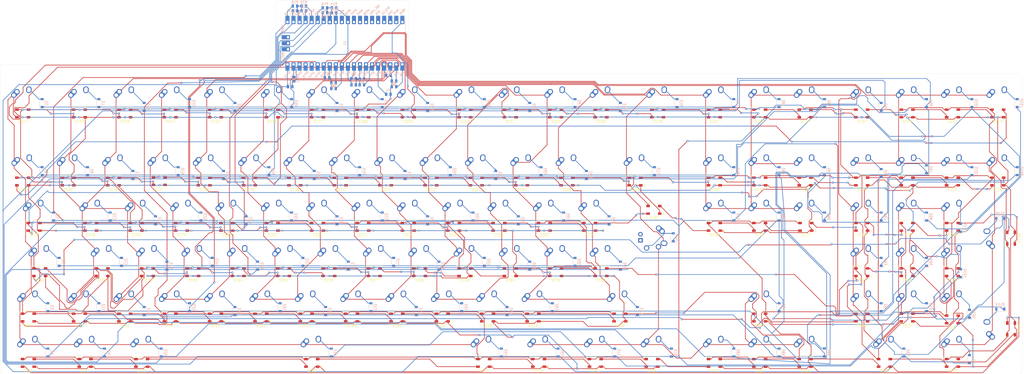
<source format=kicad_pcb>
(kicad_pcb (version 20171130) (host pcbnew "(5.1.4)-1")

  (general
    (thickness 1.6)
    (drawings 23)
    (tracks 3718)
    (zones 0)
    (modules 352)
    (nets 261)
  )

  (page User 499.999 279.4)
  (title_block
    (title 100%-PCB)
    (date 2024-09-19)
    (rev 1.0)
    (company FabiClawZ)
  )

  (layers
    (0 F.Cu signal)
    (31 B.Cu signal)
    (32 B.Adhes user)
    (33 F.Adhes user)
    (34 B.Paste user)
    (35 F.Paste user)
    (36 B.SilkS user)
    (37 F.SilkS user)
    (38 B.Mask user)
    (39 F.Mask user)
    (40 Dwgs.User user)
    (41 Cmts.User user)
    (42 Eco1.User user)
    (43 Eco2.User user)
    (44 Edge.Cuts user)
    (45 Margin user)
    (46 B.CrtYd user)
    (47 F.CrtYd user)
    (48 B.Fab user)
    (49 F.Fab user)
  )

  (setup
    (last_trace_width 0.25)
    (trace_clearance 0.2)
    (zone_clearance 0.508)
    (zone_45_only no)
    (trace_min 0.2)
    (via_size 0.8)
    (via_drill 0.4)
    (via_min_size 0.4)
    (via_min_drill 0.3)
    (uvia_size 0.3)
    (uvia_drill 0.1)
    (uvias_allowed no)
    (uvia_min_size 0.2)
    (uvia_min_drill 0.1)
    (edge_width 0.05)
    (segment_width 0.2)
    (pcb_text_width 0.3)
    (pcb_text_size 1.5 1.5)
    (mod_edge_width 0.12)
    (mod_text_size 1 1)
    (mod_text_width 0.15)
    (pad_size 1.524 1.524)
    (pad_drill 0.762)
    (pad_to_mask_clearance 0.051)
    (solder_mask_min_width 0.25)
    (aux_axis_origin 0 0)
    (visible_elements 7FFFFFFF)
    (pcbplotparams
      (layerselection 0x010fc_ffffffff)
      (usegerberextensions false)
      (usegerberattributes false)
      (usegerberadvancedattributes false)
      (creategerberjobfile false)
      (excludeedgelayer true)
      (linewidth 0.100000)
      (plotframeref false)
      (viasonmask false)
      (mode 1)
      (useauxorigin false)
      (hpglpennumber 1)
      (hpglpenspeed 20)
      (hpglpendiameter 15.000000)
      (psnegative false)
      (psa4output false)
      (plotreference true)
      (plotvalue true)
      (plotinvisibletext false)
      (padsonsilk false)
      (subtractmaskfromsilk false)
      (outputformat 1)
      (mirror false)
      (drillshape 1)
      (scaleselection 1)
      (outputdirectory ""))
  )

  (net 0 "")
  (net 1 Row0)
  (net 2 "Net-(D1-Pad2)")
  (net 3 Row1)
  (net 4 "Net-(D2-Pad2)")
  (net 5 Row4)
  (net 6 "Net-(D3-Pad2)")
  (net 7 Row5)
  (net 8 "Net-(D4-Pad2)")
  (net 9 Row2)
  (net 10 "Net-(D5-Pad2)")
  (net 11 Row3)
  (net 12 "Net-(D6-Pad2)")
  (net 13 "Net-(D7-Pad2)")
  (net 14 "Net-(D8-Pad2)")
  (net 15 Row6)
  (net 16 "Net-(D9-Pad2)")
  (net 17 Row9)
  (net 18 "Net-(D10-Pad2)")
  (net 19 "Net-(D11-Pad2)")
  (net 20 "Net-(D12-Pad2)")
  (net 21 "Net-(D13-Pad2)")
  (net 22 Row8)
  (net 23 "Net-(D14-Pad2)")
  (net 24 "Net-(D15-Pad2)")
  (net 25 "Net-(D16-Pad2)")
  (net 26 Row7)
  (net 27 "Net-(D17-Pad2)")
  (net 28 "Net-(D18-Pad2)")
  (net 29 "Net-(D19-Pad2)")
  (net 30 "Net-(D20-Pad2)")
  (net 31 "Net-(D21-Pad2)")
  (net 32 "Net-(D22-Pad2)")
  (net 33 "Net-(D23-Pad2)")
  (net 34 "Net-(D24-Pad2)")
  (net 35 "Net-(D25-Pad2)")
  (net 36 "Net-(D26-Pad2)")
  (net 37 "Net-(D27-Pad2)")
  (net 38 "Net-(D28-Pad2)")
  (net 39 "Net-(D29-Pad2)")
  (net 40 "Net-(D30-Pad2)")
  (net 41 "Net-(D31-Pad2)")
  (net 42 "Net-(D32-Pad2)")
  (net 43 "Net-(D33-Pad2)")
  (net 44 "Net-(D34-Pad2)")
  (net 45 "Net-(D35-Pad2)")
  (net 46 "Net-(D36-Pad2)")
  (net 47 "Net-(D37-Pad2)")
  (net 48 "Net-(D38-Pad2)")
  (net 49 "Net-(D39-Pad2)")
  (net 50 "Net-(D40-Pad2)")
  (net 51 "Net-(D41-Pad2)")
  (net 52 "Net-(D42-Pad2)")
  (net 53 "Net-(D43-Pad2)")
  (net 54 "Net-(D44-Pad2)")
  (net 55 "Net-(D45-Pad2)")
  (net 56 "Net-(D46-Pad2)")
  (net 57 "Net-(D47-Pad2)")
  (net 58 "Net-(D48-Pad2)")
  (net 59 "Net-(D49-Pad2)")
  (net 60 "Net-(D50-Pad2)")
  (net 61 "Net-(D51-Pad2)")
  (net 62 "Net-(D52-Pad2)")
  (net 63 "Net-(D53-Pad2)")
  (net 64 "Net-(D54-Pad2)")
  (net 65 "Net-(D55-Pad2)")
  (net 66 "Net-(D56-Pad2)")
  (net 67 "Net-(D57-Pad2)")
  (net 68 "Net-(D58-Pad2)")
  (net 69 "Net-(D59-Pad2)")
  (net 70 "Net-(D60-Pad2)")
  (net 71 "Net-(D61-Pad2)")
  (net 72 "Net-(D62-Pad2)")
  (net 73 "Net-(D63-Pad2)")
  (net 74 "Net-(D64-Pad2)")
  (net 75 "Net-(D65-Pad2)")
  (net 76 "Net-(D66-Pad2)")
  (net 77 "Net-(D67-Pad2)")
  (net 78 "Net-(D68-Pad2)")
  (net 79 "Net-(D69-Pad2)")
  (net 80 "Net-(D70-Pad2)")
  (net 81 "Net-(D71-Pad2)")
  (net 82 "Net-(D72-Pad2)")
  (net 83 "Net-(D73-Pad2)")
  (net 84 "Net-(D74-Pad2)")
  (net 85 "Net-(D75-Pad2)")
  (net 86 "Net-(D76-Pad2)")
  (net 87 "Net-(D77-Pad2)")
  (net 88 "Net-(D78-Pad2)")
  (net 89 "Net-(D79-Pad2)")
  (net 90 "Net-(D80-Pad2)")
  (net 91 "Net-(D81-Pad2)")
  (net 92 "Net-(D82-Pad2)")
  (net 93 "Net-(D83-Pad2)")
  (net 94 "Net-(D84-Pad2)")
  (net 95 "Net-(D85-Pad2)")
  (net 96 "Net-(D86-Pad2)")
  (net 97 "Net-(D87-Pad2)")
  (net 98 "Net-(D88-Pad2)")
  (net 99 "Net-(D89-Pad2)")
  (net 100 "Net-(D90-Pad2)")
  (net 101 "Net-(D91-Pad2)")
  (net 102 "Net-(D92-Pad2)")
  (net 103 "Net-(D93-Pad2)")
  (net 104 "Net-(D94-Pad2)")
  (net 105 "Net-(D95-Pad2)")
  (net 106 "Net-(D96-Pad2)")
  (net 107 "Net-(D97-Pad2)")
  (net 108 "Net-(D98-Pad2)")
  (net 109 "Net-(D99-Pad2)")
  (net 110 "Net-(D100-Pad2)")
  (net 111 "Net-(D101-Pad2)")
  (net 112 "Net-(D102-Pad2)")
  (net 113 "Net-(D103-Pad2)")
  (net 114 "Net-(D104-Pad2)")
  (net 115 "Net-(D105-Pad2)")
  (net 116 "Net-(D106-Pad2)")
  (net 117 "Net-(D107-Pad2)")
  (net 118 "Net-(D108-Pad2)")
  (net 119 "Net-(D109-Pad2)")
  (net 120 "Net-(D110-Pad2)")
  (net 121 Col0)
  (net 122 Col1)
  (net 123 Col2)
  (net 124 Col3)
  (net 125 Col4)
  (net 126 Col5)
  (net 127 Col6)
  (net 128 Col7)
  (net 129 Col8)
  (net 130 Col9)
  (net 131 Col10)
  (net 132 "Net-(R10-Pad2)")
  (net 133 "Net-(R11-Pad2)")
  (net 134 "Net-(R12-Pad1)")
  (net 135 "Net-(R14-Pad2)")
  (net 136 "Net-(R16-Pad1)")
  (net 137 "Net-(U1-Pad30)")
  (net 138 "Net-(U1-Pad32)")
  (net 139 "Net-(U1-Pad33)")
  (net 140 "Net-(U1-Pad34)")
  (net 141 "Net-(U1-Pad35)")
  (net 142 "Net-(U1-Pad36)")
  (net 143 "Net-(U1-Pad37)")
  (net 144 "Net-(U1-Pad38)")
  (net 145 "Net-(U1-Pad39)")
  (net 146 "Net-(U1-Pad17)")
  (net 147 "Net-(U1-Pad16)")
  (net 148 +5V)
  (net 149 "Net-(D111-Pad2)")
  (net 150 LED_DATA)
  (net 151 GND)
  (net 152 "Net-(D112-Pad2)")
  (net 153 "Net-(D112-Pad4)")
  (net 154 "Net-(D113-Pad2)")
  (net 155 "Net-(D114-Pad2)")
  (net 156 "Net-(D114-Pad4)")
  (net 157 "Net-(D115-Pad2)")
  (net 158 "Net-(D116-Pad2)")
  (net 159 "Net-(D116-Pad4)")
  (net 160 "Net-(D117-Pad2)")
  (net 161 "Net-(D118-Pad2)")
  (net 162 "Net-(D118-Pad4)")
  (net 163 "Net-(D119-Pad2)")
  (net 164 "Net-(D120-Pad2)")
  (net 165 "Net-(D120-Pad4)")
  (net 166 "Net-(D121-Pad2)")
  (net 167 "Net-(D122-Pad2)")
  (net 168 "Net-(D123-Pad4)")
  (net 169 "Net-(D124-Pad2)")
  (net 170 "Net-(D125-Pad4)")
  (net 171 "Net-(D126-Pad2)")
  (net 172 "Net-(D127-Pad4)")
  (net 173 "Net-(D128-Pad2)")
  (net 174 "Net-(D129-Pad4)")
  (net 175 "Net-(D130-Pad2)")
  (net 176 "Net-(D131-Pad4)")
  (net 177 "Net-(D132-Pad2)")
  (net 178 "Net-(D133-Pad2)")
  (net 179 "Net-(D134-Pad4)")
  (net 180 "Net-(D135-Pad2)")
  (net 181 "Net-(D136-Pad4)")
  (net 182 "Net-(D137-Pad2)")
  (net 183 "Net-(D138-Pad4)")
  (net 184 "Net-(D139-Pad2)")
  (net 185 "Net-(D140-Pad4)")
  (net 186 "Net-(D141-Pad2)")
  (net 187 "Net-(D142-Pad4)")
  (net 188 "Net-(D143-Pad2)")
  (net 189 "Net-(D144-Pad2)")
  (net 190 "Net-(D145-Pad4)")
  (net 191 "Net-(D146-Pad2)")
  (net 192 "Net-(D147-Pad4)")
  (net 193 "Net-(D148-Pad2)")
  (net 194 "Net-(D149-Pad4)")
  (net 195 "Net-(D150-Pad2)")
  (net 196 "Net-(D151-Pad4)")
  (net 197 "Net-(D152-Pad2)")
  (net 198 "Net-(D153-Pad4)")
  (net 199 "Net-(D154-Pad2)")
  (net 200 "Net-(D155-Pad2)")
  (net 201 "Net-(D156-Pad4)")
  (net 202 "Net-(D157-Pad2)")
  (net 203 "Net-(D158-Pad4)")
  (net 204 "Net-(D159-Pad2)")
  (net 205 "Net-(D160-Pad4)")
  (net 206 "Net-(D161-Pad2)")
  (net 207 "Net-(D162-Pad4)")
  (net 208 "Net-(D163-Pad2)")
  (net 209 "Net-(D164-Pad4)")
  (net 210 "Net-(D165-Pad2)")
  (net 211 "Net-(D166-Pad2)")
  (net 212 "Net-(D167-Pad4)")
  (net 213 "Net-(D168-Pad2)")
  (net 214 "Net-(D169-Pad4)")
  (net 215 "Net-(D170-Pad2)")
  (net 216 "Net-(D171-Pad4)")
  (net 217 "Net-(D172-Pad2)")
  (net 218 "Net-(D173-Pad4)")
  (net 219 "Net-(D174-Pad2)")
  (net 220 "Net-(D175-Pad4)")
  (net 221 "Net-(D176-Pad2)")
  (net 222 "Net-(D177-Pad2)")
  (net 223 "Net-(D178-Pad4)")
  (net 224 "Net-(D179-Pad2)")
  (net 225 "Net-(D180-Pad4)")
  (net 226 "Net-(D181-Pad2)")
  (net 227 "Net-(D182-Pad4)")
  (net 228 "Net-(D183-Pad2)")
  (net 229 "Net-(D184-Pad4)")
  (net 230 "Net-(D185-Pad2)")
  (net 231 "Net-(D186-Pad4)")
  (net 232 "Net-(D187-Pad2)")
  (net 233 "Net-(D188-Pad2)")
  (net 234 "Net-(D189-Pad4)")
  (net 235 "Net-(D190-Pad2)")
  (net 236 "Net-(D191-Pad4)")
  (net 237 "Net-(D192-Pad2)")
  (net 238 "Net-(D193-Pad4)")
  (net 239 "Net-(D194-Pad2)")
  (net 240 "Net-(D195-Pad4)")
  (net 241 "Net-(D196-Pad2)")
  (net 242 "Net-(D197-Pad4)")
  (net 243 "Net-(D198-Pad2)")
  (net 244 "Net-(D199-Pad2)")
  (net 245 "Net-(D200-Pad4)")
  (net 246 "Net-(D201-Pad2)")
  (net 247 "Net-(D202-Pad4)")
  (net 248 "Net-(D203-Pad2)")
  (net 249 "Net-(D204-Pad4)")
  (net 250 "Net-(D205-Pad2)")
  (net 251 "Net-(D206-Pad4)")
  (net 252 "Net-(D207-Pad2)")
  (net 253 "Net-(D208-Pad4)")
  (net 254 "Net-(D209-Pad2)")
  (net 255 "Net-(D210-Pad2)")
  (net 256 "Net-(D212-Pad2)")
  (net 257 "Net-(D214-Pad2)")
  (net 258 "Net-(D216-Pad2)")
  (net 259 "Net-(D218-Pad2)")
  (net 260 "Net-(D220-Pad2)")

  (net_class Default "This is the default net class."
    (clearance 0.2)
    (trace_width 0.25)
    (via_dia 0.8)
    (via_drill 0.4)
    (uvia_dia 0.3)
    (uvia_drill 0.1)
    (add_net +5V)
    (add_net Col0)
    (add_net Col1)
    (add_net Col10)
    (add_net Col2)
    (add_net Col3)
    (add_net Col4)
    (add_net Col5)
    (add_net Col6)
    (add_net Col7)
    (add_net Col8)
    (add_net Col9)
    (add_net GND)
    (add_net LED_DATA)
    (add_net "Net-(D1-Pad2)")
    (add_net "Net-(D10-Pad2)")
    (add_net "Net-(D100-Pad2)")
    (add_net "Net-(D101-Pad2)")
    (add_net "Net-(D102-Pad2)")
    (add_net "Net-(D103-Pad2)")
    (add_net "Net-(D104-Pad2)")
    (add_net "Net-(D105-Pad2)")
    (add_net "Net-(D106-Pad2)")
    (add_net "Net-(D107-Pad2)")
    (add_net "Net-(D108-Pad2)")
    (add_net "Net-(D109-Pad2)")
    (add_net "Net-(D11-Pad2)")
    (add_net "Net-(D110-Pad2)")
    (add_net "Net-(D111-Pad2)")
    (add_net "Net-(D112-Pad2)")
    (add_net "Net-(D112-Pad4)")
    (add_net "Net-(D113-Pad2)")
    (add_net "Net-(D114-Pad2)")
    (add_net "Net-(D114-Pad4)")
    (add_net "Net-(D115-Pad2)")
    (add_net "Net-(D116-Pad2)")
    (add_net "Net-(D116-Pad4)")
    (add_net "Net-(D117-Pad2)")
    (add_net "Net-(D118-Pad2)")
    (add_net "Net-(D118-Pad4)")
    (add_net "Net-(D119-Pad2)")
    (add_net "Net-(D12-Pad2)")
    (add_net "Net-(D120-Pad2)")
    (add_net "Net-(D120-Pad4)")
    (add_net "Net-(D121-Pad2)")
    (add_net "Net-(D122-Pad2)")
    (add_net "Net-(D123-Pad4)")
    (add_net "Net-(D124-Pad2)")
    (add_net "Net-(D125-Pad4)")
    (add_net "Net-(D126-Pad2)")
    (add_net "Net-(D127-Pad4)")
    (add_net "Net-(D128-Pad2)")
    (add_net "Net-(D129-Pad4)")
    (add_net "Net-(D13-Pad2)")
    (add_net "Net-(D130-Pad2)")
    (add_net "Net-(D131-Pad4)")
    (add_net "Net-(D132-Pad2)")
    (add_net "Net-(D133-Pad2)")
    (add_net "Net-(D134-Pad4)")
    (add_net "Net-(D135-Pad2)")
    (add_net "Net-(D136-Pad4)")
    (add_net "Net-(D137-Pad2)")
    (add_net "Net-(D138-Pad4)")
    (add_net "Net-(D139-Pad2)")
    (add_net "Net-(D14-Pad2)")
    (add_net "Net-(D140-Pad4)")
    (add_net "Net-(D141-Pad2)")
    (add_net "Net-(D142-Pad4)")
    (add_net "Net-(D143-Pad2)")
    (add_net "Net-(D144-Pad2)")
    (add_net "Net-(D145-Pad4)")
    (add_net "Net-(D146-Pad2)")
    (add_net "Net-(D147-Pad4)")
    (add_net "Net-(D148-Pad2)")
    (add_net "Net-(D149-Pad4)")
    (add_net "Net-(D15-Pad2)")
    (add_net "Net-(D150-Pad2)")
    (add_net "Net-(D151-Pad4)")
    (add_net "Net-(D152-Pad2)")
    (add_net "Net-(D153-Pad4)")
    (add_net "Net-(D154-Pad2)")
    (add_net "Net-(D155-Pad2)")
    (add_net "Net-(D156-Pad4)")
    (add_net "Net-(D157-Pad2)")
    (add_net "Net-(D158-Pad4)")
    (add_net "Net-(D159-Pad2)")
    (add_net "Net-(D16-Pad2)")
    (add_net "Net-(D160-Pad4)")
    (add_net "Net-(D161-Pad2)")
    (add_net "Net-(D162-Pad4)")
    (add_net "Net-(D163-Pad2)")
    (add_net "Net-(D164-Pad4)")
    (add_net "Net-(D165-Pad2)")
    (add_net "Net-(D166-Pad2)")
    (add_net "Net-(D167-Pad4)")
    (add_net "Net-(D168-Pad2)")
    (add_net "Net-(D169-Pad4)")
    (add_net "Net-(D17-Pad2)")
    (add_net "Net-(D170-Pad2)")
    (add_net "Net-(D171-Pad4)")
    (add_net "Net-(D172-Pad2)")
    (add_net "Net-(D173-Pad4)")
    (add_net "Net-(D174-Pad2)")
    (add_net "Net-(D175-Pad4)")
    (add_net "Net-(D176-Pad2)")
    (add_net "Net-(D177-Pad2)")
    (add_net "Net-(D178-Pad4)")
    (add_net "Net-(D179-Pad2)")
    (add_net "Net-(D18-Pad2)")
    (add_net "Net-(D180-Pad4)")
    (add_net "Net-(D181-Pad2)")
    (add_net "Net-(D182-Pad4)")
    (add_net "Net-(D183-Pad2)")
    (add_net "Net-(D184-Pad4)")
    (add_net "Net-(D185-Pad2)")
    (add_net "Net-(D186-Pad4)")
    (add_net "Net-(D187-Pad2)")
    (add_net "Net-(D188-Pad2)")
    (add_net "Net-(D189-Pad4)")
    (add_net "Net-(D19-Pad2)")
    (add_net "Net-(D190-Pad2)")
    (add_net "Net-(D191-Pad4)")
    (add_net "Net-(D192-Pad2)")
    (add_net "Net-(D193-Pad4)")
    (add_net "Net-(D194-Pad2)")
    (add_net "Net-(D195-Pad4)")
    (add_net "Net-(D196-Pad2)")
    (add_net "Net-(D197-Pad4)")
    (add_net "Net-(D198-Pad2)")
    (add_net "Net-(D199-Pad2)")
    (add_net "Net-(D2-Pad2)")
    (add_net "Net-(D20-Pad2)")
    (add_net "Net-(D200-Pad4)")
    (add_net "Net-(D201-Pad2)")
    (add_net "Net-(D202-Pad4)")
    (add_net "Net-(D203-Pad2)")
    (add_net "Net-(D204-Pad4)")
    (add_net "Net-(D205-Pad2)")
    (add_net "Net-(D206-Pad4)")
    (add_net "Net-(D207-Pad2)")
    (add_net "Net-(D208-Pad4)")
    (add_net "Net-(D209-Pad2)")
    (add_net "Net-(D21-Pad2)")
    (add_net "Net-(D210-Pad2)")
    (add_net "Net-(D212-Pad2)")
    (add_net "Net-(D214-Pad2)")
    (add_net "Net-(D216-Pad2)")
    (add_net "Net-(D218-Pad2)")
    (add_net "Net-(D22-Pad2)")
    (add_net "Net-(D220-Pad2)")
    (add_net "Net-(D23-Pad2)")
    (add_net "Net-(D24-Pad2)")
    (add_net "Net-(D25-Pad2)")
    (add_net "Net-(D26-Pad2)")
    (add_net "Net-(D27-Pad2)")
    (add_net "Net-(D28-Pad2)")
    (add_net "Net-(D29-Pad2)")
    (add_net "Net-(D3-Pad2)")
    (add_net "Net-(D30-Pad2)")
    (add_net "Net-(D31-Pad2)")
    (add_net "Net-(D32-Pad2)")
    (add_net "Net-(D33-Pad2)")
    (add_net "Net-(D34-Pad2)")
    (add_net "Net-(D35-Pad2)")
    (add_net "Net-(D36-Pad2)")
    (add_net "Net-(D37-Pad2)")
    (add_net "Net-(D38-Pad2)")
    (add_net "Net-(D39-Pad2)")
    (add_net "Net-(D4-Pad2)")
    (add_net "Net-(D40-Pad2)")
    (add_net "Net-(D41-Pad2)")
    (add_net "Net-(D42-Pad2)")
    (add_net "Net-(D43-Pad2)")
    (add_net "Net-(D44-Pad2)")
    (add_net "Net-(D45-Pad2)")
    (add_net "Net-(D46-Pad2)")
    (add_net "Net-(D47-Pad2)")
    (add_net "Net-(D48-Pad2)")
    (add_net "Net-(D49-Pad2)")
    (add_net "Net-(D5-Pad2)")
    (add_net "Net-(D50-Pad2)")
    (add_net "Net-(D51-Pad2)")
    (add_net "Net-(D52-Pad2)")
    (add_net "Net-(D53-Pad2)")
    (add_net "Net-(D54-Pad2)")
    (add_net "Net-(D55-Pad2)")
    (add_net "Net-(D56-Pad2)")
    (add_net "Net-(D57-Pad2)")
    (add_net "Net-(D58-Pad2)")
    (add_net "Net-(D59-Pad2)")
    (add_net "Net-(D6-Pad2)")
    (add_net "Net-(D60-Pad2)")
    (add_net "Net-(D61-Pad2)")
    (add_net "Net-(D62-Pad2)")
    (add_net "Net-(D63-Pad2)")
    (add_net "Net-(D64-Pad2)")
    (add_net "Net-(D65-Pad2)")
    (add_net "Net-(D66-Pad2)")
    (add_net "Net-(D67-Pad2)")
    (add_net "Net-(D68-Pad2)")
    (add_net "Net-(D69-Pad2)")
    (add_net "Net-(D7-Pad2)")
    (add_net "Net-(D70-Pad2)")
    (add_net "Net-(D71-Pad2)")
    (add_net "Net-(D72-Pad2)")
    (add_net "Net-(D73-Pad2)")
    (add_net "Net-(D74-Pad2)")
    (add_net "Net-(D75-Pad2)")
    (add_net "Net-(D76-Pad2)")
    (add_net "Net-(D77-Pad2)")
    (add_net "Net-(D78-Pad2)")
    (add_net "Net-(D79-Pad2)")
    (add_net "Net-(D8-Pad2)")
    (add_net "Net-(D80-Pad2)")
    (add_net "Net-(D81-Pad2)")
    (add_net "Net-(D82-Pad2)")
    (add_net "Net-(D83-Pad2)")
    (add_net "Net-(D84-Pad2)")
    (add_net "Net-(D85-Pad2)")
    (add_net "Net-(D86-Pad2)")
    (add_net "Net-(D87-Pad2)")
    (add_net "Net-(D88-Pad2)")
    (add_net "Net-(D89-Pad2)")
    (add_net "Net-(D9-Pad2)")
    (add_net "Net-(D90-Pad2)")
    (add_net "Net-(D91-Pad2)")
    (add_net "Net-(D92-Pad2)")
    (add_net "Net-(D93-Pad2)")
    (add_net "Net-(D94-Pad2)")
    (add_net "Net-(D95-Pad2)")
    (add_net "Net-(D96-Pad2)")
    (add_net "Net-(D97-Pad2)")
    (add_net "Net-(D98-Pad2)")
    (add_net "Net-(D99-Pad2)")
    (add_net "Net-(R10-Pad2)")
    (add_net "Net-(R11-Pad2)")
    (add_net "Net-(R12-Pad1)")
    (add_net "Net-(R14-Pad2)")
    (add_net "Net-(R16-Pad1)")
    (add_net "Net-(U1-Pad16)")
    (add_net "Net-(U1-Pad17)")
    (add_net "Net-(U1-Pad30)")
    (add_net "Net-(U1-Pad32)")
    (add_net "Net-(U1-Pad33)")
    (add_net "Net-(U1-Pad34)")
    (add_net "Net-(U1-Pad35)")
    (add_net "Net-(U1-Pad36)")
    (add_net "Net-(U1-Pad37)")
    (add_net "Net-(U1-Pad38)")
    (add_net "Net-(U1-Pad39)")
    (add_net Row0)
    (add_net Row1)
    (add_net Row2)
    (add_net Row3)
    (add_net Row4)
    (add_net Row5)
    (add_net Row6)
    (add_net Row7)
    (add_net Row8)
    (add_net Row9)
  )

  (module LED_SMD:LED_WS2812B_PLCC4_5.0x5.0mm_P3.2mm (layer F.Cu) (tedit 5AA4B285) (tstamp 66EDBF4F)
    (at 439.7375 200.81875 180)
    (descr https://cdn-shop.adafruit.com/datasheets/WS2812B.pdf)
    (tags "LED RGB NeoPixel")
    (path /67348432)
    (attr smd)
    (fp_text reference D220 (at 0 -3.5) (layer F.SilkS)
      (effects (font (size 1 1) (thickness 0.15)))
    )
    (fp_text value WS2812B (at 0 4) (layer F.Fab)
      (effects (font (size 1 1) (thickness 0.15)))
    )
    (fp_circle (center 0 0) (end 0 -2) (layer F.Fab) (width 0.1))
    (fp_line (start 3.65 2.75) (end 3.65 1.6) (layer F.SilkS) (width 0.12))
    (fp_line (start -3.65 2.75) (end 3.65 2.75) (layer F.SilkS) (width 0.12))
    (fp_line (start -3.65 -2.75) (end 3.65 -2.75) (layer F.SilkS) (width 0.12))
    (fp_line (start 2.5 -2.5) (end -2.5 -2.5) (layer F.Fab) (width 0.1))
    (fp_line (start 2.5 2.5) (end 2.5 -2.5) (layer F.Fab) (width 0.1))
    (fp_line (start -2.5 2.5) (end 2.5 2.5) (layer F.Fab) (width 0.1))
    (fp_line (start -2.5 -2.5) (end -2.5 2.5) (layer F.Fab) (width 0.1))
    (fp_line (start 2.5 1.5) (end 1.5 2.5) (layer F.Fab) (width 0.1))
    (fp_line (start -3.45 -2.75) (end -3.45 2.75) (layer F.CrtYd) (width 0.05))
    (fp_line (start -3.45 2.75) (end 3.45 2.75) (layer F.CrtYd) (width 0.05))
    (fp_line (start 3.45 2.75) (end 3.45 -2.75) (layer F.CrtYd) (width 0.05))
    (fp_line (start 3.45 -2.75) (end -3.45 -2.75) (layer F.CrtYd) (width 0.05))
    (fp_text user %R (at 0 0) (layer F.Fab)
      (effects (font (size 0.8 0.8) (thickness 0.15)))
    )
    (fp_text user 1 (at -4.15 -1.6) (layer F.SilkS)
      (effects (font (size 1 1) (thickness 0.15)))
    )
    (pad 1 smd rect (at -2.45 -1.6 180) (size 1.5 1) (layers F.Cu F.Paste F.Mask)
      (net 148 +5V))
    (pad 2 smd rect (at -2.45 1.6 180) (size 1.5 1) (layers F.Cu F.Paste F.Mask)
      (net 260 "Net-(D220-Pad2)"))
    (pad 4 smd rect (at 2.45 -1.6 180) (size 1.5 1) (layers F.Cu F.Paste F.Mask)
      (net 254 "Net-(D209-Pad2)"))
    (pad 3 smd rect (at 2.45 1.6 180) (size 1.5 1) (layers F.Cu F.Paste F.Mask)
      (net 151 GND))
    (model ${KISYS3DMOD}/LED_SMD.3dshapes/LED_WS2812B_PLCC4_5.0x5.0mm_P3.2mm.wrl
      (at (xyz 0 0 0))
      (scale (xyz 1 1 1))
      (rotate (xyz 0 0 0))
    )
  )

  (module LED_SMD:LED_WS2812B_PLCC4_5.0x5.0mm_P3.2mm (layer F.Cu) (tedit 5AA4B285) (tstamp 66EDBF38)
    (at 263.525 181.76875 180)
    (descr https://cdn-shop.adafruit.com/datasheets/WS2812B.pdf)
    (tags "LED RGB NeoPixel")
    (path /672EFB78)
    (attr smd)
    (fp_text reference D219 (at 0 -3.5) (layer F.SilkS)
      (effects (font (size 1 1) (thickness 0.15)))
    )
    (fp_text value WS2812B (at 0 4) (layer F.Fab)
      (effects (font (size 1 1) (thickness 0.15)))
    )
    (fp_circle (center 0 0) (end 0 -2) (layer F.Fab) (width 0.1))
    (fp_line (start 3.65 2.75) (end 3.65 1.6) (layer F.SilkS) (width 0.12))
    (fp_line (start -3.65 2.75) (end 3.65 2.75) (layer F.SilkS) (width 0.12))
    (fp_line (start -3.65 -2.75) (end 3.65 -2.75) (layer F.SilkS) (width 0.12))
    (fp_line (start 2.5 -2.5) (end -2.5 -2.5) (layer F.Fab) (width 0.1))
    (fp_line (start 2.5 2.5) (end 2.5 -2.5) (layer F.Fab) (width 0.1))
    (fp_line (start -2.5 2.5) (end 2.5 2.5) (layer F.Fab) (width 0.1))
    (fp_line (start -2.5 -2.5) (end -2.5 2.5) (layer F.Fab) (width 0.1))
    (fp_line (start 2.5 1.5) (end 1.5 2.5) (layer F.Fab) (width 0.1))
    (fp_line (start -3.45 -2.75) (end -3.45 2.75) (layer F.CrtYd) (width 0.05))
    (fp_line (start -3.45 2.75) (end 3.45 2.75) (layer F.CrtYd) (width 0.05))
    (fp_line (start 3.45 2.75) (end 3.45 -2.75) (layer F.CrtYd) (width 0.05))
    (fp_line (start 3.45 -2.75) (end -3.45 -2.75) (layer F.CrtYd) (width 0.05))
    (fp_text user %R (at 0 0) (layer F.Fab)
      (effects (font (size 0.8 0.8) (thickness 0.15)))
    )
    (fp_text user 1 (at -4.15 -1.6) (layer F.SilkS)
      (effects (font (size 1 1) (thickness 0.15)))
    )
    (pad 1 smd rect (at -2.45 -1.6 180) (size 1.5 1) (layers F.Cu F.Paste F.Mask)
      (net 148 +5V))
    (pad 2 smd rect (at -2.45 1.6 180) (size 1.5 1) (layers F.Cu F.Paste F.Mask)
      (net 253 "Net-(D208-Pad4)"))
    (pad 4 smd rect (at 2.45 -1.6 180) (size 1.5 1) (layers F.Cu F.Paste F.Mask)
      (net 259 "Net-(D218-Pad2)"))
    (pad 3 smd rect (at 2.45 1.6 180) (size 1.5 1) (layers F.Cu F.Paste F.Mask)
      (net 151 GND))
    (model ${KISYS3DMOD}/LED_SMD.3dshapes/LED_WS2812B_PLCC4_5.0x5.0mm_P3.2mm.wrl
      (at (xyz 0 0 0))
      (scale (xyz 1 1 1))
      (rotate (xyz 0 0 0))
    )
  )

  (module LED_SMD:LED_WS2812B_PLCC4_5.0x5.0mm_P3.2mm (layer F.Cu) (tedit 5AA4B285) (tstamp 66EDBF21)
    (at 244.475 181.76875 180)
    (descr https://cdn-shop.adafruit.com/datasheets/WS2812B.pdf)
    (tags "LED RGB NeoPixel")
    (path /672EFBEA)
    (attr smd)
    (fp_text reference D218 (at 0 -3.5) (layer F.SilkS)
      (effects (font (size 1 1) (thickness 0.15)))
    )
    (fp_text value WS2812B (at 0 4) (layer F.Fab)
      (effects (font (size 1 1) (thickness 0.15)))
    )
    (fp_circle (center 0 0) (end 0 -2) (layer F.Fab) (width 0.1))
    (fp_line (start 3.65 2.75) (end 3.65 1.6) (layer F.SilkS) (width 0.12))
    (fp_line (start -3.65 2.75) (end 3.65 2.75) (layer F.SilkS) (width 0.12))
    (fp_line (start -3.65 -2.75) (end 3.65 -2.75) (layer F.SilkS) (width 0.12))
    (fp_line (start 2.5 -2.5) (end -2.5 -2.5) (layer F.Fab) (width 0.1))
    (fp_line (start 2.5 2.5) (end 2.5 -2.5) (layer F.Fab) (width 0.1))
    (fp_line (start -2.5 2.5) (end 2.5 2.5) (layer F.Fab) (width 0.1))
    (fp_line (start -2.5 -2.5) (end -2.5 2.5) (layer F.Fab) (width 0.1))
    (fp_line (start 2.5 1.5) (end 1.5 2.5) (layer F.Fab) (width 0.1))
    (fp_line (start -3.45 -2.75) (end -3.45 2.75) (layer F.CrtYd) (width 0.05))
    (fp_line (start -3.45 2.75) (end 3.45 2.75) (layer F.CrtYd) (width 0.05))
    (fp_line (start 3.45 2.75) (end 3.45 -2.75) (layer F.CrtYd) (width 0.05))
    (fp_line (start 3.45 -2.75) (end -3.45 -2.75) (layer F.CrtYd) (width 0.05))
    (fp_text user %R (at 0 0) (layer F.Fab)
      (effects (font (size 0.8 0.8) (thickness 0.15)))
    )
    (fp_text user 1 (at -4.15 -1.6) (layer F.SilkS)
      (effects (font (size 1 1) (thickness 0.15)))
    )
    (pad 1 smd rect (at -2.45 -1.6 180) (size 1.5 1) (layers F.Cu F.Paste F.Mask)
      (net 148 +5V))
    (pad 2 smd rect (at -2.45 1.6 180) (size 1.5 1) (layers F.Cu F.Paste F.Mask)
      (net 259 "Net-(D218-Pad2)"))
    (pad 4 smd rect (at 2.45 -1.6 180) (size 1.5 1) (layers F.Cu F.Paste F.Mask)
      (net 252 "Net-(D207-Pad2)"))
    (pad 3 smd rect (at 2.45 1.6 180) (size 1.5 1) (layers F.Cu F.Paste F.Mask)
      (net 151 GND))
    (model ${KISYS3DMOD}/LED_SMD.3dshapes/LED_WS2812B_PLCC4_5.0x5.0mm_P3.2mm.wrl
      (at (xyz 0 0 0))
      (scale (xyz 1 1 1))
      (rotate (xyz 0 0 0))
    )
  )

  (module LED_SMD:LED_WS2812B_PLCC4_5.0x5.0mm_P3.2mm (layer F.Cu) (tedit 5AA4B285) (tstamp 66EDBF0A)
    (at 196.85 162.71875 180)
    (descr https://cdn-shop.adafruit.com/datasheets/WS2812B.pdf)
    (tags "LED RGB NeoPixel")
    (path /672EFBF0)
    (attr smd)
    (fp_text reference D217 (at 0 -3.5) (layer F.SilkS)
      (effects (font (size 1 1) (thickness 0.15)))
    )
    (fp_text value WS2812B (at 0 4) (layer F.Fab)
      (effects (font (size 1 1) (thickness 0.15)))
    )
    (fp_circle (center 0 0) (end 0 -2) (layer F.Fab) (width 0.1))
    (fp_line (start 3.65 2.75) (end 3.65 1.6) (layer F.SilkS) (width 0.12))
    (fp_line (start -3.65 2.75) (end 3.65 2.75) (layer F.SilkS) (width 0.12))
    (fp_line (start -3.65 -2.75) (end 3.65 -2.75) (layer F.SilkS) (width 0.12))
    (fp_line (start 2.5 -2.5) (end -2.5 -2.5) (layer F.Fab) (width 0.1))
    (fp_line (start 2.5 2.5) (end 2.5 -2.5) (layer F.Fab) (width 0.1))
    (fp_line (start -2.5 2.5) (end 2.5 2.5) (layer F.Fab) (width 0.1))
    (fp_line (start -2.5 -2.5) (end -2.5 2.5) (layer F.Fab) (width 0.1))
    (fp_line (start 2.5 1.5) (end 1.5 2.5) (layer F.Fab) (width 0.1))
    (fp_line (start -3.45 -2.75) (end -3.45 2.75) (layer F.CrtYd) (width 0.05))
    (fp_line (start -3.45 2.75) (end 3.45 2.75) (layer F.CrtYd) (width 0.05))
    (fp_line (start 3.45 2.75) (end 3.45 -2.75) (layer F.CrtYd) (width 0.05))
    (fp_line (start 3.45 -2.75) (end -3.45 -2.75) (layer F.CrtYd) (width 0.05))
    (fp_text user %R (at 0 0) (layer F.Fab)
      (effects (font (size 0.8 0.8) (thickness 0.15)))
    )
    (fp_text user 1 (at -4.15 -1.6) (layer F.SilkS)
      (effects (font (size 1 1) (thickness 0.15)))
    )
    (pad 1 smd rect (at -2.45 -1.6 180) (size 1.5 1) (layers F.Cu F.Paste F.Mask)
      (net 148 +5V))
    (pad 2 smd rect (at -2.45 1.6 180) (size 1.5 1) (layers F.Cu F.Paste F.Mask)
      (net 251 "Net-(D206-Pad4)"))
    (pad 4 smd rect (at 2.45 -1.6 180) (size 1.5 1) (layers F.Cu F.Paste F.Mask)
      (net 258 "Net-(D216-Pad2)"))
    (pad 3 smd rect (at 2.45 1.6 180) (size 1.5 1) (layers F.Cu F.Paste F.Mask)
      (net 151 GND))
    (model ${KISYS3DMOD}/LED_SMD.3dshapes/LED_WS2812B_PLCC4_5.0x5.0mm_P3.2mm.wrl
      (at (xyz 0 0 0))
      (scale (xyz 1 1 1))
      (rotate (xyz 0 0 0))
    )
  )

  (module LED_SMD:LED_WS2812B_PLCC4_5.0x5.0mm_P3.2mm (layer F.Cu) (tedit 5AA4B285) (tstamp 66EDBEF3)
    (at 177.8 162.71875 180)
    (descr https://cdn-shop.adafruit.com/datasheets/WS2812B.pdf)
    (tags "LED RGB NeoPixel")
    (path /672EFC62)
    (attr smd)
    (fp_text reference D216 (at 0 -3.5) (layer F.SilkS)
      (effects (font (size 1 1) (thickness 0.15)))
    )
    (fp_text value WS2812B (at 0 4) (layer F.Fab)
      (effects (font (size 1 1) (thickness 0.15)))
    )
    (fp_circle (center 0 0) (end 0 -2) (layer F.Fab) (width 0.1))
    (fp_line (start 3.65 2.75) (end 3.65 1.6) (layer F.SilkS) (width 0.12))
    (fp_line (start -3.65 2.75) (end 3.65 2.75) (layer F.SilkS) (width 0.12))
    (fp_line (start -3.65 -2.75) (end 3.65 -2.75) (layer F.SilkS) (width 0.12))
    (fp_line (start 2.5 -2.5) (end -2.5 -2.5) (layer F.Fab) (width 0.1))
    (fp_line (start 2.5 2.5) (end 2.5 -2.5) (layer F.Fab) (width 0.1))
    (fp_line (start -2.5 2.5) (end 2.5 2.5) (layer F.Fab) (width 0.1))
    (fp_line (start -2.5 -2.5) (end -2.5 2.5) (layer F.Fab) (width 0.1))
    (fp_line (start 2.5 1.5) (end 1.5 2.5) (layer F.Fab) (width 0.1))
    (fp_line (start -3.45 -2.75) (end -3.45 2.75) (layer F.CrtYd) (width 0.05))
    (fp_line (start -3.45 2.75) (end 3.45 2.75) (layer F.CrtYd) (width 0.05))
    (fp_line (start 3.45 2.75) (end 3.45 -2.75) (layer F.CrtYd) (width 0.05))
    (fp_line (start 3.45 -2.75) (end -3.45 -2.75) (layer F.CrtYd) (width 0.05))
    (fp_text user %R (at 0 0) (layer F.Fab)
      (effects (font (size 0.8 0.8) (thickness 0.15)))
    )
    (fp_text user 1 (at -4.15 -1.6) (layer F.SilkS)
      (effects (font (size 1 1) (thickness 0.15)))
    )
    (pad 1 smd rect (at -2.45 -1.6 180) (size 1.5 1) (layers F.Cu F.Paste F.Mask)
      (net 148 +5V))
    (pad 2 smd rect (at -2.45 1.6 180) (size 1.5 1) (layers F.Cu F.Paste F.Mask)
      (net 258 "Net-(D216-Pad2)"))
    (pad 4 smd rect (at 2.45 -1.6 180) (size 1.5 1) (layers F.Cu F.Paste F.Mask)
      (net 250 "Net-(D205-Pad2)"))
    (pad 3 smd rect (at 2.45 1.6 180) (size 1.5 1) (layers F.Cu F.Paste F.Mask)
      (net 151 GND))
    (model ${KISYS3DMOD}/LED_SMD.3dshapes/LED_WS2812B_PLCC4_5.0x5.0mm_P3.2mm.wrl
      (at (xyz 0 0 0))
      (scale (xyz 1 1 1))
      (rotate (xyz 0 0 0))
    )
  )

  (module LED_SMD:LED_WS2812B_PLCC4_5.0x5.0mm_P3.2mm (layer F.Cu) (tedit 5AA4B285) (tstamp 66EDBEDC)
    (at 211.1375 143.66875 180)
    (descr https://cdn-shop.adafruit.com/datasheets/WS2812B.pdf)
    (tags "LED RGB NeoPixel")
    (path /672EFC68)
    (attr smd)
    (fp_text reference D215 (at 0 -3.5) (layer F.SilkS)
      (effects (font (size 1 1) (thickness 0.15)))
    )
    (fp_text value WS2812B (at 0 4) (layer F.Fab)
      (effects (font (size 1 1) (thickness 0.15)))
    )
    (fp_circle (center 0 0) (end 0 -2) (layer F.Fab) (width 0.1))
    (fp_line (start 3.65 2.75) (end 3.65 1.6) (layer F.SilkS) (width 0.12))
    (fp_line (start -3.65 2.75) (end 3.65 2.75) (layer F.SilkS) (width 0.12))
    (fp_line (start -3.65 -2.75) (end 3.65 -2.75) (layer F.SilkS) (width 0.12))
    (fp_line (start 2.5 -2.5) (end -2.5 -2.5) (layer F.Fab) (width 0.1))
    (fp_line (start 2.5 2.5) (end 2.5 -2.5) (layer F.Fab) (width 0.1))
    (fp_line (start -2.5 2.5) (end 2.5 2.5) (layer F.Fab) (width 0.1))
    (fp_line (start -2.5 -2.5) (end -2.5 2.5) (layer F.Fab) (width 0.1))
    (fp_line (start 2.5 1.5) (end 1.5 2.5) (layer F.Fab) (width 0.1))
    (fp_line (start -3.45 -2.75) (end -3.45 2.75) (layer F.CrtYd) (width 0.05))
    (fp_line (start -3.45 2.75) (end 3.45 2.75) (layer F.CrtYd) (width 0.05))
    (fp_line (start 3.45 2.75) (end 3.45 -2.75) (layer F.CrtYd) (width 0.05))
    (fp_line (start 3.45 -2.75) (end -3.45 -2.75) (layer F.CrtYd) (width 0.05))
    (fp_text user %R (at 0 0) (layer F.Fab)
      (effects (font (size 0.8 0.8) (thickness 0.15)))
    )
    (fp_text user 1 (at -4.15 -1.6) (layer F.SilkS)
      (effects (font (size 1 1) (thickness 0.15)))
    )
    (pad 1 smd rect (at -2.45 -1.6 180) (size 1.5 1) (layers F.Cu F.Paste F.Mask)
      (net 148 +5V))
    (pad 2 smd rect (at -2.45 1.6 180) (size 1.5 1) (layers F.Cu F.Paste F.Mask)
      (net 249 "Net-(D204-Pad4)"))
    (pad 4 smd rect (at 2.45 -1.6 180) (size 1.5 1) (layers F.Cu F.Paste F.Mask)
      (net 257 "Net-(D214-Pad2)"))
    (pad 3 smd rect (at 2.45 1.6 180) (size 1.5 1) (layers F.Cu F.Paste F.Mask)
      (net 151 GND))
    (model ${KISYS3DMOD}/LED_SMD.3dshapes/LED_WS2812B_PLCC4_5.0x5.0mm_P3.2mm.wrl
      (at (xyz 0 0 0))
      (scale (xyz 1 1 1))
      (rotate (xyz 0 0 0))
    )
  )

  (module LED_SMD:LED_WS2812B_PLCC4_5.0x5.0mm_P3.2mm (layer F.Cu) (tedit 5AA4B285) (tstamp 66EDBEC5)
    (at 192.0875 143.66875 180)
    (descr https://cdn-shop.adafruit.com/datasheets/WS2812B.pdf)
    (tags "LED RGB NeoPixel")
    (path /6719C04E)
    (attr smd)
    (fp_text reference D214 (at 0 -3.5) (layer F.SilkS)
      (effects (font (size 1 1) (thickness 0.15)))
    )
    (fp_text value WS2812B (at 0 4) (layer F.Fab)
      (effects (font (size 1 1) (thickness 0.15)))
    )
    (fp_circle (center 0 0) (end 0 -2) (layer F.Fab) (width 0.1))
    (fp_line (start 3.65 2.75) (end 3.65 1.6) (layer F.SilkS) (width 0.12))
    (fp_line (start -3.65 2.75) (end 3.65 2.75) (layer F.SilkS) (width 0.12))
    (fp_line (start -3.65 -2.75) (end 3.65 -2.75) (layer F.SilkS) (width 0.12))
    (fp_line (start 2.5 -2.5) (end -2.5 -2.5) (layer F.Fab) (width 0.1))
    (fp_line (start 2.5 2.5) (end 2.5 -2.5) (layer F.Fab) (width 0.1))
    (fp_line (start -2.5 2.5) (end 2.5 2.5) (layer F.Fab) (width 0.1))
    (fp_line (start -2.5 -2.5) (end -2.5 2.5) (layer F.Fab) (width 0.1))
    (fp_line (start 2.5 1.5) (end 1.5 2.5) (layer F.Fab) (width 0.1))
    (fp_line (start -3.45 -2.75) (end -3.45 2.75) (layer F.CrtYd) (width 0.05))
    (fp_line (start -3.45 2.75) (end 3.45 2.75) (layer F.CrtYd) (width 0.05))
    (fp_line (start 3.45 2.75) (end 3.45 -2.75) (layer F.CrtYd) (width 0.05))
    (fp_line (start 3.45 -2.75) (end -3.45 -2.75) (layer F.CrtYd) (width 0.05))
    (fp_text user %R (at 0 0) (layer F.Fab)
      (effects (font (size 0.8 0.8) (thickness 0.15)))
    )
    (fp_text user 1 (at -4.15 -1.6) (layer F.SilkS)
      (effects (font (size 1 1) (thickness 0.15)))
    )
    (pad 1 smd rect (at -2.45 -1.6 180) (size 1.5 1) (layers F.Cu F.Paste F.Mask)
      (net 148 +5V))
    (pad 2 smd rect (at -2.45 1.6 180) (size 1.5 1) (layers F.Cu F.Paste F.Mask)
      (net 257 "Net-(D214-Pad2)"))
    (pad 4 smd rect (at 2.45 -1.6 180) (size 1.5 1) (layers F.Cu F.Paste F.Mask)
      (net 248 "Net-(D203-Pad2)"))
    (pad 3 smd rect (at 2.45 1.6 180) (size 1.5 1) (layers F.Cu F.Paste F.Mask)
      (net 151 GND))
    (model ${KISYS3DMOD}/LED_SMD.3dshapes/LED_WS2812B_PLCC4_5.0x5.0mm_P3.2mm.wrl
      (at (xyz 0 0 0))
      (scale (xyz 1 1 1))
      (rotate (xyz 0 0 0))
    )
  )

  (module LED_SMD:LED_WS2812B_PLCC4_5.0x5.0mm_P3.2mm (layer F.Cu) (tedit 5AA4B285) (tstamp 66EDBEAE)
    (at 220.6625 124.61875 180)
    (descr https://cdn-shop.adafruit.com/datasheets/WS2812B.pdf)
    (tags "LED RGB NeoPixel")
    (path /67149C4C)
    (attr smd)
    (fp_text reference D213 (at 0 -3.5) (layer F.SilkS)
      (effects (font (size 1 1) (thickness 0.15)))
    )
    (fp_text value WS2812B (at 0 4) (layer F.Fab)
      (effects (font (size 1 1) (thickness 0.15)))
    )
    (fp_circle (center 0 0) (end 0 -2) (layer F.Fab) (width 0.1))
    (fp_line (start 3.65 2.75) (end 3.65 1.6) (layer F.SilkS) (width 0.12))
    (fp_line (start -3.65 2.75) (end 3.65 2.75) (layer F.SilkS) (width 0.12))
    (fp_line (start -3.65 -2.75) (end 3.65 -2.75) (layer F.SilkS) (width 0.12))
    (fp_line (start 2.5 -2.5) (end -2.5 -2.5) (layer F.Fab) (width 0.1))
    (fp_line (start 2.5 2.5) (end 2.5 -2.5) (layer F.Fab) (width 0.1))
    (fp_line (start -2.5 2.5) (end 2.5 2.5) (layer F.Fab) (width 0.1))
    (fp_line (start -2.5 -2.5) (end -2.5 2.5) (layer F.Fab) (width 0.1))
    (fp_line (start 2.5 1.5) (end 1.5 2.5) (layer F.Fab) (width 0.1))
    (fp_line (start -3.45 -2.75) (end -3.45 2.75) (layer F.CrtYd) (width 0.05))
    (fp_line (start -3.45 2.75) (end 3.45 2.75) (layer F.CrtYd) (width 0.05))
    (fp_line (start 3.45 2.75) (end 3.45 -2.75) (layer F.CrtYd) (width 0.05))
    (fp_line (start 3.45 -2.75) (end -3.45 -2.75) (layer F.CrtYd) (width 0.05))
    (fp_text user %R (at 0 0) (layer F.Fab)
      (effects (font (size 0.8 0.8) (thickness 0.15)))
    )
    (fp_text user 1 (at -4.15 -1.6) (layer F.SilkS)
      (effects (font (size 1 1) (thickness 0.15)))
    )
    (pad 1 smd rect (at -2.45 -1.6 180) (size 1.5 1) (layers F.Cu F.Paste F.Mask)
      (net 148 +5V))
    (pad 2 smd rect (at -2.45 1.6 180) (size 1.5 1) (layers F.Cu F.Paste F.Mask)
      (net 247 "Net-(D202-Pad4)"))
    (pad 4 smd rect (at 2.45 -1.6 180) (size 1.5 1) (layers F.Cu F.Paste F.Mask)
      (net 256 "Net-(D212-Pad2)"))
    (pad 3 smd rect (at 2.45 1.6 180) (size 1.5 1) (layers F.Cu F.Paste F.Mask)
      (net 151 GND))
    (model ${KISYS3DMOD}/LED_SMD.3dshapes/LED_WS2812B_PLCC4_5.0x5.0mm_P3.2mm.wrl
      (at (xyz 0 0 0))
      (scale (xyz 1 1 1))
      (rotate (xyz 0 0 0))
    )
  )

  (module LED_SMD:LED_WS2812B_PLCC4_5.0x5.0mm_P3.2mm (layer F.Cu) (tedit 5AA4B285) (tstamp 66EDBE97)
    (at 201.6125 124.61875 180)
    (descr https://cdn-shop.adafruit.com/datasheets/WS2812B.pdf)
    (tags "LED RGB NeoPixel")
    (path /670F5FE6)
    (attr smd)
    (fp_text reference D212 (at 0 -3.5) (layer F.SilkS)
      (effects (font (size 1 1) (thickness 0.15)))
    )
    (fp_text value WS2812B (at 0 4) (layer F.Fab)
      (effects (font (size 1 1) (thickness 0.15)))
    )
    (fp_circle (center 0 0) (end 0 -2) (layer F.Fab) (width 0.1))
    (fp_line (start 3.65 2.75) (end 3.65 1.6) (layer F.SilkS) (width 0.12))
    (fp_line (start -3.65 2.75) (end 3.65 2.75) (layer F.SilkS) (width 0.12))
    (fp_line (start -3.65 -2.75) (end 3.65 -2.75) (layer F.SilkS) (width 0.12))
    (fp_line (start 2.5 -2.5) (end -2.5 -2.5) (layer F.Fab) (width 0.1))
    (fp_line (start 2.5 2.5) (end 2.5 -2.5) (layer F.Fab) (width 0.1))
    (fp_line (start -2.5 2.5) (end 2.5 2.5) (layer F.Fab) (width 0.1))
    (fp_line (start -2.5 -2.5) (end -2.5 2.5) (layer F.Fab) (width 0.1))
    (fp_line (start 2.5 1.5) (end 1.5 2.5) (layer F.Fab) (width 0.1))
    (fp_line (start -3.45 -2.75) (end -3.45 2.75) (layer F.CrtYd) (width 0.05))
    (fp_line (start -3.45 2.75) (end 3.45 2.75) (layer F.CrtYd) (width 0.05))
    (fp_line (start 3.45 2.75) (end 3.45 -2.75) (layer F.CrtYd) (width 0.05))
    (fp_line (start 3.45 -2.75) (end -3.45 -2.75) (layer F.CrtYd) (width 0.05))
    (fp_text user %R (at 0 0) (layer F.Fab)
      (effects (font (size 0.8 0.8) (thickness 0.15)))
    )
    (fp_text user 1 (at -4.15 -1.6) (layer F.SilkS)
      (effects (font (size 1 1) (thickness 0.15)))
    )
    (pad 1 smd rect (at -2.45 -1.6 180) (size 1.5 1) (layers F.Cu F.Paste F.Mask)
      (net 148 +5V))
    (pad 2 smd rect (at -2.45 1.6 180) (size 1.5 1) (layers F.Cu F.Paste F.Mask)
      (net 256 "Net-(D212-Pad2)"))
    (pad 4 smd rect (at 2.45 -1.6 180) (size 1.5 1) (layers F.Cu F.Paste F.Mask)
      (net 246 "Net-(D201-Pad2)"))
    (pad 3 smd rect (at 2.45 1.6 180) (size 1.5 1) (layers F.Cu F.Paste F.Mask)
      (net 151 GND))
    (model ${KISYS3DMOD}/LED_SMD.3dshapes/LED_WS2812B_PLCC4_5.0x5.0mm_P3.2mm.wrl
      (at (xyz 0 0 0))
      (scale (xyz 1 1 1))
      (rotate (xyz 0 0 0))
    )
  )

  (module LED_SMD:LED_WS2812B_PLCC4_5.0x5.0mm_P3.2mm (layer F.Cu) (tedit 5AA4B285) (tstamp 66EDBE80)
    (at 254 96.04375 180)
    (descr https://cdn-shop.adafruit.com/datasheets/WS2812B.pdf)
    (tags "LED RGB NeoPixel")
    (path /670A6D44)
    (attr smd)
    (fp_text reference D211 (at 0 -3.5) (layer F.SilkS)
      (effects (font (size 1 1) (thickness 0.15)))
    )
    (fp_text value WS2812B (at 0 4) (layer F.Fab)
      (effects (font (size 1 1) (thickness 0.15)))
    )
    (fp_circle (center 0 0) (end 0 -2) (layer F.Fab) (width 0.1))
    (fp_line (start 3.65 2.75) (end 3.65 1.6) (layer F.SilkS) (width 0.12))
    (fp_line (start -3.65 2.75) (end 3.65 2.75) (layer F.SilkS) (width 0.12))
    (fp_line (start -3.65 -2.75) (end 3.65 -2.75) (layer F.SilkS) (width 0.12))
    (fp_line (start 2.5 -2.5) (end -2.5 -2.5) (layer F.Fab) (width 0.1))
    (fp_line (start 2.5 2.5) (end 2.5 -2.5) (layer F.Fab) (width 0.1))
    (fp_line (start -2.5 2.5) (end 2.5 2.5) (layer F.Fab) (width 0.1))
    (fp_line (start -2.5 -2.5) (end -2.5 2.5) (layer F.Fab) (width 0.1))
    (fp_line (start 2.5 1.5) (end 1.5 2.5) (layer F.Fab) (width 0.1))
    (fp_line (start -3.45 -2.75) (end -3.45 2.75) (layer F.CrtYd) (width 0.05))
    (fp_line (start -3.45 2.75) (end 3.45 2.75) (layer F.CrtYd) (width 0.05))
    (fp_line (start 3.45 2.75) (end 3.45 -2.75) (layer F.CrtYd) (width 0.05))
    (fp_line (start 3.45 -2.75) (end -3.45 -2.75) (layer F.CrtYd) (width 0.05))
    (fp_text user %R (at 0 0) (layer F.Fab)
      (effects (font (size 0.8 0.8) (thickness 0.15)))
    )
    (fp_text user 1 (at -4.15 -1.6) (layer F.SilkS)
      (effects (font (size 1 1) (thickness 0.15)))
    )
    (pad 1 smd rect (at -2.45 -1.6 180) (size 1.5 1) (layers F.Cu F.Paste F.Mask)
      (net 148 +5V))
    (pad 2 smd rect (at -2.45 1.6 180) (size 1.5 1) (layers F.Cu F.Paste F.Mask)
      (net 245 "Net-(D200-Pad4)"))
    (pad 4 smd rect (at 2.45 -1.6 180) (size 1.5 1) (layers F.Cu F.Paste F.Mask)
      (net 255 "Net-(D210-Pad2)"))
    (pad 3 smd rect (at 2.45 1.6 180) (size 1.5 1) (layers F.Cu F.Paste F.Mask)
      (net 151 GND))
    (model ${KISYS3DMOD}/LED_SMD.3dshapes/LED_WS2812B_PLCC4_5.0x5.0mm_P3.2mm.wrl
      (at (xyz 0 0 0))
      (scale (xyz 1 1 1))
      (rotate (xyz 0 0 0))
    )
  )

  (module LED_SMD:LED_WS2812B_PLCC4_5.0x5.0mm_P3.2mm (layer F.Cu) (tedit 5AA4B285) (tstamp 66EDBE69)
    (at 234.95 96.04375 180)
    (descr https://cdn-shop.adafruit.com/datasheets/WS2812B.pdf)
    (tags "LED RGB NeoPixel")
    (path /67003AA8)
    (attr smd)
    (fp_text reference D210 (at 0 -3.5) (layer F.SilkS)
      (effects (font (size 1 1) (thickness 0.15)))
    )
    (fp_text value WS2812B (at 0 4) (layer F.Fab)
      (effects (font (size 1 1) (thickness 0.15)))
    )
    (fp_circle (center 0 0) (end 0 -2) (layer F.Fab) (width 0.1))
    (fp_line (start 3.65 2.75) (end 3.65 1.6) (layer F.SilkS) (width 0.12))
    (fp_line (start -3.65 2.75) (end 3.65 2.75) (layer F.SilkS) (width 0.12))
    (fp_line (start -3.65 -2.75) (end 3.65 -2.75) (layer F.SilkS) (width 0.12))
    (fp_line (start 2.5 -2.5) (end -2.5 -2.5) (layer F.Fab) (width 0.1))
    (fp_line (start 2.5 2.5) (end 2.5 -2.5) (layer F.Fab) (width 0.1))
    (fp_line (start -2.5 2.5) (end 2.5 2.5) (layer F.Fab) (width 0.1))
    (fp_line (start -2.5 -2.5) (end -2.5 2.5) (layer F.Fab) (width 0.1))
    (fp_line (start 2.5 1.5) (end 1.5 2.5) (layer F.Fab) (width 0.1))
    (fp_line (start -3.45 -2.75) (end -3.45 2.75) (layer F.CrtYd) (width 0.05))
    (fp_line (start -3.45 2.75) (end 3.45 2.75) (layer F.CrtYd) (width 0.05))
    (fp_line (start 3.45 2.75) (end 3.45 -2.75) (layer F.CrtYd) (width 0.05))
    (fp_line (start 3.45 -2.75) (end -3.45 -2.75) (layer F.CrtYd) (width 0.05))
    (fp_text user %R (at 0 0) (layer F.Fab)
      (effects (font (size 0.8 0.8) (thickness 0.15)))
    )
    (fp_text user 1 (at -4.15 -1.6) (layer F.SilkS)
      (effects (font (size 1 1) (thickness 0.15)))
    )
    (pad 1 smd rect (at -2.45 -1.6 180) (size 1.5 1) (layers F.Cu F.Paste F.Mask)
      (net 148 +5V))
    (pad 2 smd rect (at -2.45 1.6 180) (size 1.5 1) (layers F.Cu F.Paste F.Mask)
      (net 255 "Net-(D210-Pad2)"))
    (pad 4 smd rect (at 2.45 -1.6 180) (size 1.5 1) (layers F.Cu F.Paste F.Mask)
      (net 244 "Net-(D199-Pad2)"))
    (pad 3 smd rect (at 2.45 1.6 180) (size 1.5 1) (layers F.Cu F.Paste F.Mask)
      (net 151 GND))
    (model ${KISYS3DMOD}/LED_SMD.3dshapes/LED_WS2812B_PLCC4_5.0x5.0mm_P3.2mm.wrl
      (at (xyz 0 0 0))
      (scale (xyz 1 1 1))
      (rotate (xyz 0 0 0))
    )
  )

  (module LED_SMD:LED_WS2812B_PLCC4_5.0x5.0mm_P3.2mm (layer F.Cu) (tedit 5AA4B285) (tstamp 66EDBE52)
    (at 411.1625 200.81875 180)
    (descr https://cdn-shop.adafruit.com/datasheets/WS2812B.pdf)
    (tags "LED RGB NeoPixel")
    (path /6734842C)
    (attr smd)
    (fp_text reference D209 (at 0 -3.5) (layer F.SilkS)
      (effects (font (size 1 1) (thickness 0.15)))
    )
    (fp_text value WS2812B (at 0 4) (layer F.Fab)
      (effects (font (size 1 1) (thickness 0.15)))
    )
    (fp_circle (center 0 0) (end 0 -2) (layer F.Fab) (width 0.1))
    (fp_line (start 3.65 2.75) (end 3.65 1.6) (layer F.SilkS) (width 0.12))
    (fp_line (start -3.65 2.75) (end 3.65 2.75) (layer F.SilkS) (width 0.12))
    (fp_line (start -3.65 -2.75) (end 3.65 -2.75) (layer F.SilkS) (width 0.12))
    (fp_line (start 2.5 -2.5) (end -2.5 -2.5) (layer F.Fab) (width 0.1))
    (fp_line (start 2.5 2.5) (end 2.5 -2.5) (layer F.Fab) (width 0.1))
    (fp_line (start -2.5 2.5) (end 2.5 2.5) (layer F.Fab) (width 0.1))
    (fp_line (start -2.5 -2.5) (end -2.5 2.5) (layer F.Fab) (width 0.1))
    (fp_line (start 2.5 1.5) (end 1.5 2.5) (layer F.Fab) (width 0.1))
    (fp_line (start -3.45 -2.75) (end -3.45 2.75) (layer F.CrtYd) (width 0.05))
    (fp_line (start -3.45 2.75) (end 3.45 2.75) (layer F.CrtYd) (width 0.05))
    (fp_line (start 3.45 2.75) (end 3.45 -2.75) (layer F.CrtYd) (width 0.05))
    (fp_line (start 3.45 -2.75) (end -3.45 -2.75) (layer F.CrtYd) (width 0.05))
    (fp_text user %R (at 0 0) (layer F.Fab)
      (effects (font (size 0.8 0.8) (thickness 0.15)))
    )
    (fp_text user 1 (at -4.15 -1.6) (layer F.SilkS)
      (effects (font (size 1 1) (thickness 0.15)))
    )
    (pad 1 smd rect (at -2.45 -1.6 180) (size 1.5 1) (layers F.Cu F.Paste F.Mask)
      (net 148 +5V))
    (pad 2 smd rect (at -2.45 1.6 180) (size 1.5 1) (layers F.Cu F.Paste F.Mask)
      (net 254 "Net-(D209-Pad2)"))
    (pad 4 smd rect (at 2.45 -1.6 180) (size 1.5 1) (layers F.Cu F.Paste F.Mask)
      (net 243 "Net-(D198-Pad2)"))
    (pad 3 smd rect (at 2.45 1.6 180) (size 1.5 1) (layers F.Cu F.Paste F.Mask)
      (net 151 GND))
    (model ${KISYS3DMOD}/LED_SMD.3dshapes/LED_WS2812B_PLCC4_5.0x5.0mm_P3.2mm.wrl
      (at (xyz 0 0 0))
      (scale (xyz 1 1 1))
      (rotate (xyz 0 0 0))
    )
  )

  (module LED_SMD:LED_WS2812B_PLCC4_5.0x5.0mm_P3.2mm (layer F.Cu) (tedit 5AA4B285) (tstamp 66EDBE3B)
    (at 300.0375 181.76875 180)
    (descr https://cdn-shop.adafruit.com/datasheets/WS2812B.pdf)
    (tags "LED RGB NeoPixel")
    (path /672EFB7E)
    (attr smd)
    (fp_text reference D208 (at 0 -3.5) (layer F.SilkS)
      (effects (font (size 1 1) (thickness 0.15)))
    )
    (fp_text value WS2812B (at 0 4) (layer F.Fab)
      (effects (font (size 1 1) (thickness 0.15)))
    )
    (fp_circle (center 0 0) (end 0 -2) (layer F.Fab) (width 0.1))
    (fp_line (start 3.65 2.75) (end 3.65 1.6) (layer F.SilkS) (width 0.12))
    (fp_line (start -3.65 2.75) (end 3.65 2.75) (layer F.SilkS) (width 0.12))
    (fp_line (start -3.65 -2.75) (end 3.65 -2.75) (layer F.SilkS) (width 0.12))
    (fp_line (start 2.5 -2.5) (end -2.5 -2.5) (layer F.Fab) (width 0.1))
    (fp_line (start 2.5 2.5) (end 2.5 -2.5) (layer F.Fab) (width 0.1))
    (fp_line (start -2.5 2.5) (end 2.5 2.5) (layer F.Fab) (width 0.1))
    (fp_line (start -2.5 -2.5) (end -2.5 2.5) (layer F.Fab) (width 0.1))
    (fp_line (start 2.5 1.5) (end 1.5 2.5) (layer F.Fab) (width 0.1))
    (fp_line (start -3.45 -2.75) (end -3.45 2.75) (layer F.CrtYd) (width 0.05))
    (fp_line (start -3.45 2.75) (end 3.45 2.75) (layer F.CrtYd) (width 0.05))
    (fp_line (start 3.45 2.75) (end 3.45 -2.75) (layer F.CrtYd) (width 0.05))
    (fp_line (start 3.45 -2.75) (end -3.45 -2.75) (layer F.CrtYd) (width 0.05))
    (fp_text user %R (at 0 0) (layer F.Fab)
      (effects (font (size 0.8 0.8) (thickness 0.15)))
    )
    (fp_text user 1 (at -4.15 -1.6) (layer F.SilkS)
      (effects (font (size 1 1) (thickness 0.15)))
    )
    (pad 1 smd rect (at -2.45 -1.6 180) (size 1.5 1) (layers F.Cu F.Paste F.Mask)
      (net 148 +5V))
    (pad 2 smd rect (at -2.45 1.6 180) (size 1.5 1) (layers F.Cu F.Paste F.Mask)
      (net 242 "Net-(D197-Pad4)"))
    (pad 4 smd rect (at 2.45 -1.6 180) (size 1.5 1) (layers F.Cu F.Paste F.Mask)
      (net 253 "Net-(D208-Pad4)"))
    (pad 3 smd rect (at 2.45 1.6 180) (size 1.5 1) (layers F.Cu F.Paste F.Mask)
      (net 151 GND))
    (model ${KISYS3DMOD}/LED_SMD.3dshapes/LED_WS2812B_PLCC4_5.0x5.0mm_P3.2mm.wrl
      (at (xyz 0 0 0))
      (scale (xyz 1 1 1))
      (rotate (xyz 0 0 0))
    )
  )

  (module LED_SMD:LED_WS2812B_PLCC4_5.0x5.0mm_P3.2mm (layer F.Cu) (tedit 5AA4B285) (tstamp 66EDBE24)
    (at 225.425 181.76875 180)
    (descr https://cdn-shop.adafruit.com/datasheets/WS2812B.pdf)
    (tags "LED RGB NeoPixel")
    (path /672EFBE4)
    (attr smd)
    (fp_text reference D207 (at 0 -3.5) (layer F.SilkS)
      (effects (font (size 1 1) (thickness 0.15)))
    )
    (fp_text value WS2812B (at 0 4) (layer F.Fab)
      (effects (font (size 1 1) (thickness 0.15)))
    )
    (fp_circle (center 0 0) (end 0 -2) (layer F.Fab) (width 0.1))
    (fp_line (start 3.65 2.75) (end 3.65 1.6) (layer F.SilkS) (width 0.12))
    (fp_line (start -3.65 2.75) (end 3.65 2.75) (layer F.SilkS) (width 0.12))
    (fp_line (start -3.65 -2.75) (end 3.65 -2.75) (layer F.SilkS) (width 0.12))
    (fp_line (start 2.5 -2.5) (end -2.5 -2.5) (layer F.Fab) (width 0.1))
    (fp_line (start 2.5 2.5) (end 2.5 -2.5) (layer F.Fab) (width 0.1))
    (fp_line (start -2.5 2.5) (end 2.5 2.5) (layer F.Fab) (width 0.1))
    (fp_line (start -2.5 -2.5) (end -2.5 2.5) (layer F.Fab) (width 0.1))
    (fp_line (start 2.5 1.5) (end 1.5 2.5) (layer F.Fab) (width 0.1))
    (fp_line (start -3.45 -2.75) (end -3.45 2.75) (layer F.CrtYd) (width 0.05))
    (fp_line (start -3.45 2.75) (end 3.45 2.75) (layer F.CrtYd) (width 0.05))
    (fp_line (start 3.45 2.75) (end 3.45 -2.75) (layer F.CrtYd) (width 0.05))
    (fp_line (start 3.45 -2.75) (end -3.45 -2.75) (layer F.CrtYd) (width 0.05))
    (fp_text user %R (at 0 0) (layer F.Fab)
      (effects (font (size 0.8 0.8) (thickness 0.15)))
    )
    (fp_text user 1 (at -4.15 -1.6) (layer F.SilkS)
      (effects (font (size 1 1) (thickness 0.15)))
    )
    (pad 1 smd rect (at -2.45 -1.6 180) (size 1.5 1) (layers F.Cu F.Paste F.Mask)
      (net 148 +5V))
    (pad 2 smd rect (at -2.45 1.6 180) (size 1.5 1) (layers F.Cu F.Paste F.Mask)
      (net 252 "Net-(D207-Pad2)"))
    (pad 4 smd rect (at 2.45 -1.6 180) (size 1.5 1) (layers F.Cu F.Paste F.Mask)
      (net 241 "Net-(D196-Pad2)"))
    (pad 3 smd rect (at 2.45 1.6 180) (size 1.5 1) (layers F.Cu F.Paste F.Mask)
      (net 151 GND))
    (model ${KISYS3DMOD}/LED_SMD.3dshapes/LED_WS2812B_PLCC4_5.0x5.0mm_P3.2mm.wrl
      (at (xyz 0 0 0))
      (scale (xyz 1 1 1))
      (rotate (xyz 0 0 0))
    )
  )

  (module LED_SMD:LED_WS2812B_PLCC4_5.0x5.0mm_P3.2mm (layer F.Cu) (tedit 5AA4B285) (tstamp 66EDBE0D)
    (at 215.9 162.71875 180)
    (descr https://cdn-shop.adafruit.com/datasheets/WS2812B.pdf)
    (tags "LED RGB NeoPixel")
    (path /672EFBF6)
    (attr smd)
    (fp_text reference D206 (at 0 -3.5) (layer F.SilkS)
      (effects (font (size 1 1) (thickness 0.15)))
    )
    (fp_text value WS2812B (at 0 4) (layer F.Fab)
      (effects (font (size 1 1) (thickness 0.15)))
    )
    (fp_circle (center 0 0) (end 0 -2) (layer F.Fab) (width 0.1))
    (fp_line (start 3.65 2.75) (end 3.65 1.6) (layer F.SilkS) (width 0.12))
    (fp_line (start -3.65 2.75) (end 3.65 2.75) (layer F.SilkS) (width 0.12))
    (fp_line (start -3.65 -2.75) (end 3.65 -2.75) (layer F.SilkS) (width 0.12))
    (fp_line (start 2.5 -2.5) (end -2.5 -2.5) (layer F.Fab) (width 0.1))
    (fp_line (start 2.5 2.5) (end 2.5 -2.5) (layer F.Fab) (width 0.1))
    (fp_line (start -2.5 2.5) (end 2.5 2.5) (layer F.Fab) (width 0.1))
    (fp_line (start -2.5 -2.5) (end -2.5 2.5) (layer F.Fab) (width 0.1))
    (fp_line (start 2.5 1.5) (end 1.5 2.5) (layer F.Fab) (width 0.1))
    (fp_line (start -3.45 -2.75) (end -3.45 2.75) (layer F.CrtYd) (width 0.05))
    (fp_line (start -3.45 2.75) (end 3.45 2.75) (layer F.CrtYd) (width 0.05))
    (fp_line (start 3.45 2.75) (end 3.45 -2.75) (layer F.CrtYd) (width 0.05))
    (fp_line (start 3.45 -2.75) (end -3.45 -2.75) (layer F.CrtYd) (width 0.05))
    (fp_text user %R (at 0 0) (layer F.Fab)
      (effects (font (size 0.8 0.8) (thickness 0.15)))
    )
    (fp_text user 1 (at -4.15 -1.6) (layer F.SilkS)
      (effects (font (size 1 1) (thickness 0.15)))
    )
    (pad 1 smd rect (at -2.45 -1.6 180) (size 1.5 1) (layers F.Cu F.Paste F.Mask)
      (net 148 +5V))
    (pad 2 smd rect (at -2.45 1.6 180) (size 1.5 1) (layers F.Cu F.Paste F.Mask)
      (net 240 "Net-(D195-Pad4)"))
    (pad 4 smd rect (at 2.45 -1.6 180) (size 1.5 1) (layers F.Cu F.Paste F.Mask)
      (net 251 "Net-(D206-Pad4)"))
    (pad 3 smd rect (at 2.45 1.6 180) (size 1.5 1) (layers F.Cu F.Paste F.Mask)
      (net 151 GND))
    (model ${KISYS3DMOD}/LED_SMD.3dshapes/LED_WS2812B_PLCC4_5.0x5.0mm_P3.2mm.wrl
      (at (xyz 0 0 0))
      (scale (xyz 1 1 1))
      (rotate (xyz 0 0 0))
    )
  )

  (module LED_SMD:LED_WS2812B_PLCC4_5.0x5.0mm_P3.2mm (layer F.Cu) (tedit 5AA4B285) (tstamp 66EDBDF6)
    (at 158.75 162.71875 180)
    (descr https://cdn-shop.adafruit.com/datasheets/WS2812B.pdf)
    (tags "LED RGB NeoPixel")
    (path /672EFC5C)
    (attr smd)
    (fp_text reference D205 (at 0 -3.5) (layer F.SilkS)
      (effects (font (size 1 1) (thickness 0.15)))
    )
    (fp_text value WS2812B (at 0 4) (layer F.Fab)
      (effects (font (size 1 1) (thickness 0.15)))
    )
    (fp_circle (center 0 0) (end 0 -2) (layer F.Fab) (width 0.1))
    (fp_line (start 3.65 2.75) (end 3.65 1.6) (layer F.SilkS) (width 0.12))
    (fp_line (start -3.65 2.75) (end 3.65 2.75) (layer F.SilkS) (width 0.12))
    (fp_line (start -3.65 -2.75) (end 3.65 -2.75) (layer F.SilkS) (width 0.12))
    (fp_line (start 2.5 -2.5) (end -2.5 -2.5) (layer F.Fab) (width 0.1))
    (fp_line (start 2.5 2.5) (end 2.5 -2.5) (layer F.Fab) (width 0.1))
    (fp_line (start -2.5 2.5) (end 2.5 2.5) (layer F.Fab) (width 0.1))
    (fp_line (start -2.5 -2.5) (end -2.5 2.5) (layer F.Fab) (width 0.1))
    (fp_line (start 2.5 1.5) (end 1.5 2.5) (layer F.Fab) (width 0.1))
    (fp_line (start -3.45 -2.75) (end -3.45 2.75) (layer F.CrtYd) (width 0.05))
    (fp_line (start -3.45 2.75) (end 3.45 2.75) (layer F.CrtYd) (width 0.05))
    (fp_line (start 3.45 2.75) (end 3.45 -2.75) (layer F.CrtYd) (width 0.05))
    (fp_line (start 3.45 -2.75) (end -3.45 -2.75) (layer F.CrtYd) (width 0.05))
    (fp_text user %R (at 0 0) (layer F.Fab)
      (effects (font (size 0.8 0.8) (thickness 0.15)))
    )
    (fp_text user 1 (at -4.15 -1.6) (layer F.SilkS)
      (effects (font (size 1 1) (thickness 0.15)))
    )
    (pad 1 smd rect (at -2.45 -1.6 180) (size 1.5 1) (layers F.Cu F.Paste F.Mask)
      (net 148 +5V))
    (pad 2 smd rect (at -2.45 1.6 180) (size 1.5 1) (layers F.Cu F.Paste F.Mask)
      (net 250 "Net-(D205-Pad2)"))
    (pad 4 smd rect (at 2.45 -1.6 180) (size 1.5 1) (layers F.Cu F.Paste F.Mask)
      (net 239 "Net-(D194-Pad2)"))
    (pad 3 smd rect (at 2.45 1.6 180) (size 1.5 1) (layers F.Cu F.Paste F.Mask)
      (net 151 GND))
    (model ${KISYS3DMOD}/LED_SMD.3dshapes/LED_WS2812B_PLCC4_5.0x5.0mm_P3.2mm.wrl
      (at (xyz 0 0 0))
      (scale (xyz 1 1 1))
      (rotate (xyz 0 0 0))
    )
  )

  (module LED_SMD:LED_WS2812B_PLCC4_5.0x5.0mm_P3.2mm (layer F.Cu) (tedit 5AA4B285) (tstamp 66EDBDDF)
    (at 230.1875 143.66875 180)
    (descr https://cdn-shop.adafruit.com/datasheets/WS2812B.pdf)
    (tags "LED RGB NeoPixel")
    (path /672EFC6E)
    (attr smd)
    (fp_text reference D204 (at 0 -3.5) (layer F.SilkS)
      (effects (font (size 1 1) (thickness 0.15)))
    )
    (fp_text value WS2812B (at 0 4) (layer F.Fab)
      (effects (font (size 1 1) (thickness 0.15)))
    )
    (fp_circle (center 0 0) (end 0 -2) (layer F.Fab) (width 0.1))
    (fp_line (start 3.65 2.75) (end 3.65 1.6) (layer F.SilkS) (width 0.12))
    (fp_line (start -3.65 2.75) (end 3.65 2.75) (layer F.SilkS) (width 0.12))
    (fp_line (start -3.65 -2.75) (end 3.65 -2.75) (layer F.SilkS) (width 0.12))
    (fp_line (start 2.5 -2.5) (end -2.5 -2.5) (layer F.Fab) (width 0.1))
    (fp_line (start 2.5 2.5) (end 2.5 -2.5) (layer F.Fab) (width 0.1))
    (fp_line (start -2.5 2.5) (end 2.5 2.5) (layer F.Fab) (width 0.1))
    (fp_line (start -2.5 -2.5) (end -2.5 2.5) (layer F.Fab) (width 0.1))
    (fp_line (start 2.5 1.5) (end 1.5 2.5) (layer F.Fab) (width 0.1))
    (fp_line (start -3.45 -2.75) (end -3.45 2.75) (layer F.CrtYd) (width 0.05))
    (fp_line (start -3.45 2.75) (end 3.45 2.75) (layer F.CrtYd) (width 0.05))
    (fp_line (start 3.45 2.75) (end 3.45 -2.75) (layer F.CrtYd) (width 0.05))
    (fp_line (start 3.45 -2.75) (end -3.45 -2.75) (layer F.CrtYd) (width 0.05))
    (fp_text user %R (at 0 0) (layer F.Fab)
      (effects (font (size 0.8 0.8) (thickness 0.15)))
    )
    (fp_text user 1 (at -4.15 -1.6) (layer F.SilkS)
      (effects (font (size 1 1) (thickness 0.15)))
    )
    (pad 1 smd rect (at -2.45 -1.6 180) (size 1.5 1) (layers F.Cu F.Paste F.Mask)
      (net 148 +5V))
    (pad 2 smd rect (at -2.45 1.6 180) (size 1.5 1) (layers F.Cu F.Paste F.Mask)
      (net 238 "Net-(D193-Pad4)"))
    (pad 4 smd rect (at 2.45 -1.6 180) (size 1.5 1) (layers F.Cu F.Paste F.Mask)
      (net 249 "Net-(D204-Pad4)"))
    (pad 3 smd rect (at 2.45 1.6 180) (size 1.5 1) (layers F.Cu F.Paste F.Mask)
      (net 151 GND))
    (model ${KISYS3DMOD}/LED_SMD.3dshapes/LED_WS2812B_PLCC4_5.0x5.0mm_P3.2mm.wrl
      (at (xyz 0 0 0))
      (scale (xyz 1 1 1))
      (rotate (xyz 0 0 0))
    )
  )

  (module LED_SMD:LED_WS2812B_PLCC4_5.0x5.0mm_P3.2mm (layer F.Cu) (tedit 5AA4B285) (tstamp 66EDBDC8)
    (at 173.0375 143.66875 180)
    (descr https://cdn-shop.adafruit.com/datasheets/WS2812B.pdf)
    (tags "LED RGB NeoPixel")
    (path /6719C048)
    (attr smd)
    (fp_text reference D203 (at 0 -3.5) (layer F.SilkS)
      (effects (font (size 1 1) (thickness 0.15)))
    )
    (fp_text value WS2812B (at 0 4) (layer F.Fab)
      (effects (font (size 1 1) (thickness 0.15)))
    )
    (fp_circle (center 0 0) (end 0 -2) (layer F.Fab) (width 0.1))
    (fp_line (start 3.65 2.75) (end 3.65 1.6) (layer F.SilkS) (width 0.12))
    (fp_line (start -3.65 2.75) (end 3.65 2.75) (layer F.SilkS) (width 0.12))
    (fp_line (start -3.65 -2.75) (end 3.65 -2.75) (layer F.SilkS) (width 0.12))
    (fp_line (start 2.5 -2.5) (end -2.5 -2.5) (layer F.Fab) (width 0.1))
    (fp_line (start 2.5 2.5) (end 2.5 -2.5) (layer F.Fab) (width 0.1))
    (fp_line (start -2.5 2.5) (end 2.5 2.5) (layer F.Fab) (width 0.1))
    (fp_line (start -2.5 -2.5) (end -2.5 2.5) (layer F.Fab) (width 0.1))
    (fp_line (start 2.5 1.5) (end 1.5 2.5) (layer F.Fab) (width 0.1))
    (fp_line (start -3.45 -2.75) (end -3.45 2.75) (layer F.CrtYd) (width 0.05))
    (fp_line (start -3.45 2.75) (end 3.45 2.75) (layer F.CrtYd) (width 0.05))
    (fp_line (start 3.45 2.75) (end 3.45 -2.75) (layer F.CrtYd) (width 0.05))
    (fp_line (start 3.45 -2.75) (end -3.45 -2.75) (layer F.CrtYd) (width 0.05))
    (fp_text user %R (at 0 0) (layer F.Fab)
      (effects (font (size 0.8 0.8) (thickness 0.15)))
    )
    (fp_text user 1 (at -4.15 -1.6) (layer F.SilkS)
      (effects (font (size 1 1) (thickness 0.15)))
    )
    (pad 1 smd rect (at -2.45 -1.6 180) (size 1.5 1) (layers F.Cu F.Paste F.Mask)
      (net 148 +5V))
    (pad 2 smd rect (at -2.45 1.6 180) (size 1.5 1) (layers F.Cu F.Paste F.Mask)
      (net 248 "Net-(D203-Pad2)"))
    (pad 4 smd rect (at 2.45 -1.6 180) (size 1.5 1) (layers F.Cu F.Paste F.Mask)
      (net 237 "Net-(D192-Pad2)"))
    (pad 3 smd rect (at 2.45 1.6 180) (size 1.5 1) (layers F.Cu F.Paste F.Mask)
      (net 151 GND))
    (model ${KISYS3DMOD}/LED_SMD.3dshapes/LED_WS2812B_PLCC4_5.0x5.0mm_P3.2mm.wrl
      (at (xyz 0 0 0))
      (scale (xyz 1 1 1))
      (rotate (xyz 0 0 0))
    )
  )

  (module LED_SMD:LED_WS2812B_PLCC4_5.0x5.0mm_P3.2mm (layer F.Cu) (tedit 5AA4B285) (tstamp 66EDBDB1)
    (at 239.7125 124.61875 180)
    (descr https://cdn-shop.adafruit.com/datasheets/WS2812B.pdf)
    (tags "LED RGB NeoPixel")
    (path /67149C52)
    (attr smd)
    (fp_text reference D202 (at 0 -3.5) (layer F.SilkS)
      (effects (font (size 1 1) (thickness 0.15)))
    )
    (fp_text value WS2812B (at 0 4) (layer F.Fab)
      (effects (font (size 1 1) (thickness 0.15)))
    )
    (fp_circle (center 0 0) (end 0 -2) (layer F.Fab) (width 0.1))
    (fp_line (start 3.65 2.75) (end 3.65 1.6) (layer F.SilkS) (width 0.12))
    (fp_line (start -3.65 2.75) (end 3.65 2.75) (layer F.SilkS) (width 0.12))
    (fp_line (start -3.65 -2.75) (end 3.65 -2.75) (layer F.SilkS) (width 0.12))
    (fp_line (start 2.5 -2.5) (end -2.5 -2.5) (layer F.Fab) (width 0.1))
    (fp_line (start 2.5 2.5) (end 2.5 -2.5) (layer F.Fab) (width 0.1))
    (fp_line (start -2.5 2.5) (end 2.5 2.5) (layer F.Fab) (width 0.1))
    (fp_line (start -2.5 -2.5) (end -2.5 2.5) (layer F.Fab) (width 0.1))
    (fp_line (start 2.5 1.5) (end 1.5 2.5) (layer F.Fab) (width 0.1))
    (fp_line (start -3.45 -2.75) (end -3.45 2.75) (layer F.CrtYd) (width 0.05))
    (fp_line (start -3.45 2.75) (end 3.45 2.75) (layer F.CrtYd) (width 0.05))
    (fp_line (start 3.45 2.75) (end 3.45 -2.75) (layer F.CrtYd) (width 0.05))
    (fp_line (start 3.45 -2.75) (end -3.45 -2.75) (layer F.CrtYd) (width 0.05))
    (fp_text user %R (at 0 0) (layer F.Fab)
      (effects (font (size 0.8 0.8) (thickness 0.15)))
    )
    (fp_text user 1 (at -4.15 -1.6) (layer F.SilkS)
      (effects (font (size 1 1) (thickness 0.15)))
    )
    (pad 1 smd rect (at -2.45 -1.6 180) (size 1.5 1) (layers F.Cu F.Paste F.Mask)
      (net 148 +5V))
    (pad 2 smd rect (at -2.45 1.6 180) (size 1.5 1) (layers F.Cu F.Paste F.Mask)
      (net 236 "Net-(D191-Pad4)"))
    (pad 4 smd rect (at 2.45 -1.6 180) (size 1.5 1) (layers F.Cu F.Paste F.Mask)
      (net 247 "Net-(D202-Pad4)"))
    (pad 3 smd rect (at 2.45 1.6 180) (size 1.5 1) (layers F.Cu F.Paste F.Mask)
      (net 151 GND))
    (model ${KISYS3DMOD}/LED_SMD.3dshapes/LED_WS2812B_PLCC4_5.0x5.0mm_P3.2mm.wrl
      (at (xyz 0 0 0))
      (scale (xyz 1 1 1))
      (rotate (xyz 0 0 0))
    )
  )

  (module LED_SMD:LED_WS2812B_PLCC4_5.0x5.0mm_P3.2mm (layer F.Cu) (tedit 5AA4B285) (tstamp 66EDBD9A)
    (at 182.5625 124.61875 180)
    (descr https://cdn-shop.adafruit.com/datasheets/WS2812B.pdf)
    (tags "LED RGB NeoPixel")
    (path /670F5FE0)
    (attr smd)
    (fp_text reference D201 (at 0 -3.5) (layer F.SilkS)
      (effects (font (size 1 1) (thickness 0.15)))
    )
    (fp_text value WS2812B (at 0 4) (layer F.Fab)
      (effects (font (size 1 1) (thickness 0.15)))
    )
    (fp_circle (center 0 0) (end 0 -2) (layer F.Fab) (width 0.1))
    (fp_line (start 3.65 2.75) (end 3.65 1.6) (layer F.SilkS) (width 0.12))
    (fp_line (start -3.65 2.75) (end 3.65 2.75) (layer F.SilkS) (width 0.12))
    (fp_line (start -3.65 -2.75) (end 3.65 -2.75) (layer F.SilkS) (width 0.12))
    (fp_line (start 2.5 -2.5) (end -2.5 -2.5) (layer F.Fab) (width 0.1))
    (fp_line (start 2.5 2.5) (end 2.5 -2.5) (layer F.Fab) (width 0.1))
    (fp_line (start -2.5 2.5) (end 2.5 2.5) (layer F.Fab) (width 0.1))
    (fp_line (start -2.5 -2.5) (end -2.5 2.5) (layer F.Fab) (width 0.1))
    (fp_line (start 2.5 1.5) (end 1.5 2.5) (layer F.Fab) (width 0.1))
    (fp_line (start -3.45 -2.75) (end -3.45 2.75) (layer F.CrtYd) (width 0.05))
    (fp_line (start -3.45 2.75) (end 3.45 2.75) (layer F.CrtYd) (width 0.05))
    (fp_line (start 3.45 2.75) (end 3.45 -2.75) (layer F.CrtYd) (width 0.05))
    (fp_line (start 3.45 -2.75) (end -3.45 -2.75) (layer F.CrtYd) (width 0.05))
    (fp_text user %R (at 0 0) (layer F.Fab)
      (effects (font (size 0.8 0.8) (thickness 0.15)))
    )
    (fp_text user 1 (at -4.15 -1.6) (layer F.SilkS)
      (effects (font (size 1 1) (thickness 0.15)))
    )
    (pad 1 smd rect (at -2.45 -1.6 180) (size 1.5 1) (layers F.Cu F.Paste F.Mask)
      (net 148 +5V))
    (pad 2 smd rect (at -2.45 1.6 180) (size 1.5 1) (layers F.Cu F.Paste F.Mask)
      (net 246 "Net-(D201-Pad2)"))
    (pad 4 smd rect (at 2.45 -1.6 180) (size 1.5 1) (layers F.Cu F.Paste F.Mask)
      (net 235 "Net-(D190-Pad2)"))
    (pad 3 smd rect (at 2.45 1.6 180) (size 1.5 1) (layers F.Cu F.Paste F.Mask)
      (net 151 GND))
    (model ${KISYS3DMOD}/LED_SMD.3dshapes/LED_WS2812B_PLCC4_5.0x5.0mm_P3.2mm.wrl
      (at (xyz 0 0 0))
      (scale (xyz 1 1 1))
      (rotate (xyz 0 0 0))
    )
  )

  (module LED_SMD:LED_WS2812B_PLCC4_5.0x5.0mm_P3.2mm (layer F.Cu) (tedit 5AA4B285) (tstamp 66EDBD83)
    (at 273.05 96.04375 180)
    (descr https://cdn-shop.adafruit.com/datasheets/WS2812B.pdf)
    (tags "LED RGB NeoPixel")
    (path /670A6D4A)
    (attr smd)
    (fp_text reference D200 (at 0 -3.5) (layer F.SilkS)
      (effects (font (size 1 1) (thickness 0.15)))
    )
    (fp_text value WS2812B (at 0 4) (layer F.Fab)
      (effects (font (size 1 1) (thickness 0.15)))
    )
    (fp_circle (center 0 0) (end 0 -2) (layer F.Fab) (width 0.1))
    (fp_line (start 3.65 2.75) (end 3.65 1.6) (layer F.SilkS) (width 0.12))
    (fp_line (start -3.65 2.75) (end 3.65 2.75) (layer F.SilkS) (width 0.12))
    (fp_line (start -3.65 -2.75) (end 3.65 -2.75) (layer F.SilkS) (width 0.12))
    (fp_line (start 2.5 -2.5) (end -2.5 -2.5) (layer F.Fab) (width 0.1))
    (fp_line (start 2.5 2.5) (end 2.5 -2.5) (layer F.Fab) (width 0.1))
    (fp_line (start -2.5 2.5) (end 2.5 2.5) (layer F.Fab) (width 0.1))
    (fp_line (start -2.5 -2.5) (end -2.5 2.5) (layer F.Fab) (width 0.1))
    (fp_line (start 2.5 1.5) (end 1.5 2.5) (layer F.Fab) (width 0.1))
    (fp_line (start -3.45 -2.75) (end -3.45 2.75) (layer F.CrtYd) (width 0.05))
    (fp_line (start -3.45 2.75) (end 3.45 2.75) (layer F.CrtYd) (width 0.05))
    (fp_line (start 3.45 2.75) (end 3.45 -2.75) (layer F.CrtYd) (width 0.05))
    (fp_line (start 3.45 -2.75) (end -3.45 -2.75) (layer F.CrtYd) (width 0.05))
    (fp_text user %R (at 0 0) (layer F.Fab)
      (effects (font (size 0.8 0.8) (thickness 0.15)))
    )
    (fp_text user 1 (at -4.15 -1.6) (layer F.SilkS)
      (effects (font (size 1 1) (thickness 0.15)))
    )
    (pad 1 smd rect (at -2.45 -1.6 180) (size 1.5 1) (layers F.Cu F.Paste F.Mask)
      (net 148 +5V))
    (pad 2 smd rect (at -2.45 1.6 180) (size 1.5 1) (layers F.Cu F.Paste F.Mask)
      (net 234 "Net-(D189-Pad4)"))
    (pad 4 smd rect (at 2.45 -1.6 180) (size 1.5 1) (layers F.Cu F.Paste F.Mask)
      (net 245 "Net-(D200-Pad4)"))
    (pad 3 smd rect (at 2.45 1.6 180) (size 1.5 1) (layers F.Cu F.Paste F.Mask)
      (net 151 GND))
    (model ${KISYS3DMOD}/LED_SMD.3dshapes/LED_WS2812B_PLCC4_5.0x5.0mm_P3.2mm.wrl
      (at (xyz 0 0 0))
      (scale (xyz 1 1 1))
      (rotate (xyz 0 0 0))
    )
  )

  (module LED_SMD:LED_WS2812B_PLCC4_5.0x5.0mm_P3.2mm (layer F.Cu) (tedit 5AA4B285) (tstamp 66EDBD6C)
    (at 211.1375 96.04375 180)
    (descr https://cdn-shop.adafruit.com/datasheets/WS2812B.pdf)
    (tags "LED RGB NeoPixel")
    (path /67003AA2)
    (attr smd)
    (fp_text reference D199 (at 0 -3.5) (layer F.SilkS)
      (effects (font (size 1 1) (thickness 0.15)))
    )
    (fp_text value WS2812B (at 0 4) (layer F.Fab)
      (effects (font (size 1 1) (thickness 0.15)))
    )
    (fp_circle (center 0 0) (end 0 -2) (layer F.Fab) (width 0.1))
    (fp_line (start 3.65 2.75) (end 3.65 1.6) (layer F.SilkS) (width 0.12))
    (fp_line (start -3.65 2.75) (end 3.65 2.75) (layer F.SilkS) (width 0.12))
    (fp_line (start -3.65 -2.75) (end 3.65 -2.75) (layer F.SilkS) (width 0.12))
    (fp_line (start 2.5 -2.5) (end -2.5 -2.5) (layer F.Fab) (width 0.1))
    (fp_line (start 2.5 2.5) (end 2.5 -2.5) (layer F.Fab) (width 0.1))
    (fp_line (start -2.5 2.5) (end 2.5 2.5) (layer F.Fab) (width 0.1))
    (fp_line (start -2.5 -2.5) (end -2.5 2.5) (layer F.Fab) (width 0.1))
    (fp_line (start 2.5 1.5) (end 1.5 2.5) (layer F.Fab) (width 0.1))
    (fp_line (start -3.45 -2.75) (end -3.45 2.75) (layer F.CrtYd) (width 0.05))
    (fp_line (start -3.45 2.75) (end 3.45 2.75) (layer F.CrtYd) (width 0.05))
    (fp_line (start 3.45 2.75) (end 3.45 -2.75) (layer F.CrtYd) (width 0.05))
    (fp_line (start 3.45 -2.75) (end -3.45 -2.75) (layer F.CrtYd) (width 0.05))
    (fp_text user %R (at 0 0) (layer F.Fab)
      (effects (font (size 0.8 0.8) (thickness 0.15)))
    )
    (fp_text user 1 (at -4.15 -1.6) (layer F.SilkS)
      (effects (font (size 1 1) (thickness 0.15)))
    )
    (pad 1 smd rect (at -2.45 -1.6 180) (size 1.5 1) (layers F.Cu F.Paste F.Mask)
      (net 148 +5V))
    (pad 2 smd rect (at -2.45 1.6 180) (size 1.5 1) (layers F.Cu F.Paste F.Mask)
      (net 244 "Net-(D199-Pad2)"))
    (pad 4 smd rect (at 2.45 -1.6 180) (size 1.5 1) (layers F.Cu F.Paste F.Mask)
      (net 233 "Net-(D188-Pad2)"))
    (pad 3 smd rect (at 2.45 1.6 180) (size 1.5 1) (layers F.Cu F.Paste F.Mask)
      (net 151 GND))
    (model ${KISYS3DMOD}/LED_SMD.3dshapes/LED_WS2812B_PLCC4_5.0x5.0mm_P3.2mm.wrl
      (at (xyz 0 0 0))
      (scale (xyz 1 1 1))
      (rotate (xyz 0 0 0))
    )
  )

  (module LED_SMD:LED_WS2812B_PLCC4_5.0x5.0mm_P3.2mm (layer F.Cu) (tedit 5AA4B285) (tstamp 66EDBD55)
    (at 377.825 200.81875 180)
    (descr https://cdn-shop.adafruit.com/datasheets/WS2812B.pdf)
    (tags "LED RGB NeoPixel")
    (path /67348426)
    (attr smd)
    (fp_text reference D198 (at 0 -3.5) (layer F.SilkS)
      (effects (font (size 1 1) (thickness 0.15)))
    )
    (fp_text value WS2812B (at 0 4) (layer F.Fab)
      (effects (font (size 1 1) (thickness 0.15)))
    )
    (fp_circle (center 0 0) (end 0 -2) (layer F.Fab) (width 0.1))
    (fp_line (start 3.65 2.75) (end 3.65 1.6) (layer F.SilkS) (width 0.12))
    (fp_line (start -3.65 2.75) (end 3.65 2.75) (layer F.SilkS) (width 0.12))
    (fp_line (start -3.65 -2.75) (end 3.65 -2.75) (layer F.SilkS) (width 0.12))
    (fp_line (start 2.5 -2.5) (end -2.5 -2.5) (layer F.Fab) (width 0.1))
    (fp_line (start 2.5 2.5) (end 2.5 -2.5) (layer F.Fab) (width 0.1))
    (fp_line (start -2.5 2.5) (end 2.5 2.5) (layer F.Fab) (width 0.1))
    (fp_line (start -2.5 -2.5) (end -2.5 2.5) (layer F.Fab) (width 0.1))
    (fp_line (start 2.5 1.5) (end 1.5 2.5) (layer F.Fab) (width 0.1))
    (fp_line (start -3.45 -2.75) (end -3.45 2.75) (layer F.CrtYd) (width 0.05))
    (fp_line (start -3.45 2.75) (end 3.45 2.75) (layer F.CrtYd) (width 0.05))
    (fp_line (start 3.45 2.75) (end 3.45 -2.75) (layer F.CrtYd) (width 0.05))
    (fp_line (start 3.45 -2.75) (end -3.45 -2.75) (layer F.CrtYd) (width 0.05))
    (fp_text user %R (at 0 0) (layer F.Fab)
      (effects (font (size 0.8 0.8) (thickness 0.15)))
    )
    (fp_text user 1 (at -4.15 -1.6) (layer F.SilkS)
      (effects (font (size 1 1) (thickness 0.15)))
    )
    (pad 1 smd rect (at -2.45 -1.6 180) (size 1.5 1) (layers F.Cu F.Paste F.Mask)
      (net 148 +5V))
    (pad 2 smd rect (at -2.45 1.6 180) (size 1.5 1) (layers F.Cu F.Paste F.Mask)
      (net 243 "Net-(D198-Pad2)"))
    (pad 4 smd rect (at 2.45 -1.6 180) (size 1.5 1) (layers F.Cu F.Paste F.Mask)
      (net 232 "Net-(D187-Pad2)"))
    (pad 3 smd rect (at 2.45 1.6 180) (size 1.5 1) (layers F.Cu F.Paste F.Mask)
      (net 151 GND))
    (model ${KISYS3DMOD}/LED_SMD.3dshapes/LED_WS2812B_PLCC4_5.0x5.0mm_P3.2mm.wrl
      (at (xyz 0 0 0))
      (scale (xyz 1 1 1))
      (rotate (xyz 0 0 0))
    )
  )

  (module LED_SMD:LED_WS2812B_PLCC4_5.0x5.0mm_P3.2mm (layer F.Cu) (tedit 5AA4B285) (tstamp 66EDBD3E)
    (at 358.775 181.76875 180)
    (descr https://cdn-shop.adafruit.com/datasheets/WS2812B.pdf)
    (tags "LED RGB NeoPixel")
    (path /672EFB84)
    (attr smd)
    (fp_text reference D197 (at 0 -3.5) (layer F.SilkS)
      (effects (font (size 1 1) (thickness 0.15)))
    )
    (fp_text value WS2812B (at 0 4) (layer F.Fab)
      (effects (font (size 1 1) (thickness 0.15)))
    )
    (fp_circle (center 0 0) (end 0 -2) (layer F.Fab) (width 0.1))
    (fp_line (start 3.65 2.75) (end 3.65 1.6) (layer F.SilkS) (width 0.12))
    (fp_line (start -3.65 2.75) (end 3.65 2.75) (layer F.SilkS) (width 0.12))
    (fp_line (start -3.65 -2.75) (end 3.65 -2.75) (layer F.SilkS) (width 0.12))
    (fp_line (start 2.5 -2.5) (end -2.5 -2.5) (layer F.Fab) (width 0.1))
    (fp_line (start 2.5 2.5) (end 2.5 -2.5) (layer F.Fab) (width 0.1))
    (fp_line (start -2.5 2.5) (end 2.5 2.5) (layer F.Fab) (width 0.1))
    (fp_line (start -2.5 -2.5) (end -2.5 2.5) (layer F.Fab) (width 0.1))
    (fp_line (start 2.5 1.5) (end 1.5 2.5) (layer F.Fab) (width 0.1))
    (fp_line (start -3.45 -2.75) (end -3.45 2.75) (layer F.CrtYd) (width 0.05))
    (fp_line (start -3.45 2.75) (end 3.45 2.75) (layer F.CrtYd) (width 0.05))
    (fp_line (start 3.45 2.75) (end 3.45 -2.75) (layer F.CrtYd) (width 0.05))
    (fp_line (start 3.45 -2.75) (end -3.45 -2.75) (layer F.CrtYd) (width 0.05))
    (fp_text user %R (at 0 0) (layer F.Fab)
      (effects (font (size 0.8 0.8) (thickness 0.15)))
    )
    (fp_text user 1 (at -4.15 -1.6) (layer F.SilkS)
      (effects (font (size 1 1) (thickness 0.15)))
    )
    (pad 1 smd rect (at -2.45 -1.6 180) (size 1.5 1) (layers F.Cu F.Paste F.Mask)
      (net 148 +5V))
    (pad 2 smd rect (at -2.45 1.6 180) (size 1.5 1) (layers F.Cu F.Paste F.Mask)
      (net 231 "Net-(D186-Pad4)"))
    (pad 4 smd rect (at 2.45 -1.6 180) (size 1.5 1) (layers F.Cu F.Paste F.Mask)
      (net 242 "Net-(D197-Pad4)"))
    (pad 3 smd rect (at 2.45 1.6 180) (size 1.5 1) (layers F.Cu F.Paste F.Mask)
      (net 151 GND))
    (model ${KISYS3DMOD}/LED_SMD.3dshapes/LED_WS2812B_PLCC4_5.0x5.0mm_P3.2mm.wrl
      (at (xyz 0 0 0))
      (scale (xyz 1 1 1))
      (rotate (xyz 0 0 0))
    )
  )

  (module LED_SMD:LED_WS2812B_PLCC4_5.0x5.0mm_P3.2mm (layer F.Cu) (tedit 5AA4B285) (tstamp 66EDBD27)
    (at 206.375 181.76875 180)
    (descr https://cdn-shop.adafruit.com/datasheets/WS2812B.pdf)
    (tags "LED RGB NeoPixel")
    (path /672EFBDE)
    (attr smd)
    (fp_text reference D196 (at 0 -3.5) (layer F.SilkS)
      (effects (font (size 1 1) (thickness 0.15)))
    )
    (fp_text value WS2812B (at 0 4) (layer F.Fab)
      (effects (font (size 1 1) (thickness 0.15)))
    )
    (fp_circle (center 0 0) (end 0 -2) (layer F.Fab) (width 0.1))
    (fp_line (start 3.65 2.75) (end 3.65 1.6) (layer F.SilkS) (width 0.12))
    (fp_line (start -3.65 2.75) (end 3.65 2.75) (layer F.SilkS) (width 0.12))
    (fp_line (start -3.65 -2.75) (end 3.65 -2.75) (layer F.SilkS) (width 0.12))
    (fp_line (start 2.5 -2.5) (end -2.5 -2.5) (layer F.Fab) (width 0.1))
    (fp_line (start 2.5 2.5) (end 2.5 -2.5) (layer F.Fab) (width 0.1))
    (fp_line (start -2.5 2.5) (end 2.5 2.5) (layer F.Fab) (width 0.1))
    (fp_line (start -2.5 -2.5) (end -2.5 2.5) (layer F.Fab) (width 0.1))
    (fp_line (start 2.5 1.5) (end 1.5 2.5) (layer F.Fab) (width 0.1))
    (fp_line (start -3.45 -2.75) (end -3.45 2.75) (layer F.CrtYd) (width 0.05))
    (fp_line (start -3.45 2.75) (end 3.45 2.75) (layer F.CrtYd) (width 0.05))
    (fp_line (start 3.45 2.75) (end 3.45 -2.75) (layer F.CrtYd) (width 0.05))
    (fp_line (start 3.45 -2.75) (end -3.45 -2.75) (layer F.CrtYd) (width 0.05))
    (fp_text user %R (at 0 0) (layer F.Fab)
      (effects (font (size 0.8 0.8) (thickness 0.15)))
    )
    (fp_text user 1 (at -4.15 -1.6) (layer F.SilkS)
      (effects (font (size 1 1) (thickness 0.15)))
    )
    (pad 1 smd rect (at -2.45 -1.6 180) (size 1.5 1) (layers F.Cu F.Paste F.Mask)
      (net 148 +5V))
    (pad 2 smd rect (at -2.45 1.6 180) (size 1.5 1) (layers F.Cu F.Paste F.Mask)
      (net 241 "Net-(D196-Pad2)"))
    (pad 4 smd rect (at 2.45 -1.6 180) (size 1.5 1) (layers F.Cu F.Paste F.Mask)
      (net 230 "Net-(D185-Pad2)"))
    (pad 3 smd rect (at 2.45 1.6 180) (size 1.5 1) (layers F.Cu F.Paste F.Mask)
      (net 151 GND))
    (model ${KISYS3DMOD}/LED_SMD.3dshapes/LED_WS2812B_PLCC4_5.0x5.0mm_P3.2mm.wrl
      (at (xyz 0 0 0))
      (scale (xyz 1 1 1))
      (rotate (xyz 0 0 0))
    )
  )

  (module LED_SMD:LED_WS2812B_PLCC4_5.0x5.0mm_P3.2mm (layer F.Cu) (tedit 5AA4B285) (tstamp 66EDBD10)
    (at 234.95 162.71875 180)
    (descr https://cdn-shop.adafruit.com/datasheets/WS2812B.pdf)
    (tags "LED RGB NeoPixel")
    (path /672EFBFC)
    (attr smd)
    (fp_text reference D195 (at 0 -3.5) (layer F.SilkS)
      (effects (font (size 1 1) (thickness 0.15)))
    )
    (fp_text value WS2812B (at 0 4) (layer F.Fab)
      (effects (font (size 1 1) (thickness 0.15)))
    )
    (fp_circle (center 0 0) (end 0 -2) (layer F.Fab) (width 0.1))
    (fp_line (start 3.65 2.75) (end 3.65 1.6) (layer F.SilkS) (width 0.12))
    (fp_line (start -3.65 2.75) (end 3.65 2.75) (layer F.SilkS) (width 0.12))
    (fp_line (start -3.65 -2.75) (end 3.65 -2.75) (layer F.SilkS) (width 0.12))
    (fp_line (start 2.5 -2.5) (end -2.5 -2.5) (layer F.Fab) (width 0.1))
    (fp_line (start 2.5 2.5) (end 2.5 -2.5) (layer F.Fab) (width 0.1))
    (fp_line (start -2.5 2.5) (end 2.5 2.5) (layer F.Fab) (width 0.1))
    (fp_line (start -2.5 -2.5) (end -2.5 2.5) (layer F.Fab) (width 0.1))
    (fp_line (start 2.5 1.5) (end 1.5 2.5) (layer F.Fab) (width 0.1))
    (fp_line (start -3.45 -2.75) (end -3.45 2.75) (layer F.CrtYd) (width 0.05))
    (fp_line (start -3.45 2.75) (end 3.45 2.75) (layer F.CrtYd) (width 0.05))
    (fp_line (start 3.45 2.75) (end 3.45 -2.75) (layer F.CrtYd) (width 0.05))
    (fp_line (start 3.45 -2.75) (end -3.45 -2.75) (layer F.CrtYd) (width 0.05))
    (fp_text user %R (at 0 0) (layer F.Fab)
      (effects (font (size 0.8 0.8) (thickness 0.15)))
    )
    (fp_text user 1 (at -4.15 -1.6) (layer F.SilkS)
      (effects (font (size 1 1) (thickness 0.15)))
    )
    (pad 1 smd rect (at -2.45 -1.6 180) (size 1.5 1) (layers F.Cu F.Paste F.Mask)
      (net 148 +5V))
    (pad 2 smd rect (at -2.45 1.6 180) (size 1.5 1) (layers F.Cu F.Paste F.Mask)
      (net 229 "Net-(D184-Pad4)"))
    (pad 4 smd rect (at 2.45 -1.6 180) (size 1.5 1) (layers F.Cu F.Paste F.Mask)
      (net 240 "Net-(D195-Pad4)"))
    (pad 3 smd rect (at 2.45 1.6 180) (size 1.5 1) (layers F.Cu F.Paste F.Mask)
      (net 151 GND))
    (model ${KISYS3DMOD}/LED_SMD.3dshapes/LED_WS2812B_PLCC4_5.0x5.0mm_P3.2mm.wrl
      (at (xyz 0 0 0))
      (scale (xyz 1 1 1))
      (rotate (xyz 0 0 0))
    )
  )

  (module LED_SMD:LED_WS2812B_PLCC4_5.0x5.0mm_P3.2mm (layer F.Cu) (tedit 5AA4B285) (tstamp 66EDBCF9)
    (at 139.7 162.71875 180)
    (descr https://cdn-shop.adafruit.com/datasheets/WS2812B.pdf)
    (tags "LED RGB NeoPixel")
    (path /672EFC56)
    (attr smd)
    (fp_text reference D194 (at 0 -3.5) (layer F.SilkS)
      (effects (font (size 1 1) (thickness 0.15)))
    )
    (fp_text value WS2812B (at 0 4) (layer F.Fab)
      (effects (font (size 1 1) (thickness 0.15)))
    )
    (fp_circle (center 0 0) (end 0 -2) (layer F.Fab) (width 0.1))
    (fp_line (start 3.65 2.75) (end 3.65 1.6) (layer F.SilkS) (width 0.12))
    (fp_line (start -3.65 2.75) (end 3.65 2.75) (layer F.SilkS) (width 0.12))
    (fp_line (start -3.65 -2.75) (end 3.65 -2.75) (layer F.SilkS) (width 0.12))
    (fp_line (start 2.5 -2.5) (end -2.5 -2.5) (layer F.Fab) (width 0.1))
    (fp_line (start 2.5 2.5) (end 2.5 -2.5) (layer F.Fab) (width 0.1))
    (fp_line (start -2.5 2.5) (end 2.5 2.5) (layer F.Fab) (width 0.1))
    (fp_line (start -2.5 -2.5) (end -2.5 2.5) (layer F.Fab) (width 0.1))
    (fp_line (start 2.5 1.5) (end 1.5 2.5) (layer F.Fab) (width 0.1))
    (fp_line (start -3.45 -2.75) (end -3.45 2.75) (layer F.CrtYd) (width 0.05))
    (fp_line (start -3.45 2.75) (end 3.45 2.75) (layer F.CrtYd) (width 0.05))
    (fp_line (start 3.45 2.75) (end 3.45 -2.75) (layer F.CrtYd) (width 0.05))
    (fp_line (start 3.45 -2.75) (end -3.45 -2.75) (layer F.CrtYd) (width 0.05))
    (fp_text user %R (at 0 0) (layer F.Fab)
      (effects (font (size 0.8 0.8) (thickness 0.15)))
    )
    (fp_text user 1 (at -4.15 -1.6) (layer F.SilkS)
      (effects (font (size 1 1) (thickness 0.15)))
    )
    (pad 1 smd rect (at -2.45 -1.6 180) (size 1.5 1) (layers F.Cu F.Paste F.Mask)
      (net 148 +5V))
    (pad 2 smd rect (at -2.45 1.6 180) (size 1.5 1) (layers F.Cu F.Paste F.Mask)
      (net 239 "Net-(D194-Pad2)"))
    (pad 4 smd rect (at 2.45 -1.6 180) (size 1.5 1) (layers F.Cu F.Paste F.Mask)
      (net 228 "Net-(D183-Pad2)"))
    (pad 3 smd rect (at 2.45 1.6 180) (size 1.5 1) (layers F.Cu F.Paste F.Mask)
      (net 151 GND))
    (model ${KISYS3DMOD}/LED_SMD.3dshapes/LED_WS2812B_PLCC4_5.0x5.0mm_P3.2mm.wrl
      (at (xyz 0 0 0))
      (scale (xyz 1 1 1))
      (rotate (xyz 0 0 0))
    )
  )

  (module LED_SMD:LED_WS2812B_PLCC4_5.0x5.0mm_P3.2mm (layer F.Cu) (tedit 5AA4B285) (tstamp 66EDBCE2)
    (at 249.2375 143.66875 180)
    (descr https://cdn-shop.adafruit.com/datasheets/WS2812B.pdf)
    (tags "LED RGB NeoPixel")
    (path /672EFC74)
    (attr smd)
    (fp_text reference D193 (at 0 -3.5) (layer F.SilkS)
      (effects (font (size 1 1) (thickness 0.15)))
    )
    (fp_text value WS2812B (at 0 4) (layer F.Fab)
      (effects (font (size 1 1) (thickness 0.15)))
    )
    (fp_circle (center 0 0) (end 0 -2) (layer F.Fab) (width 0.1))
    (fp_line (start 3.65 2.75) (end 3.65 1.6) (layer F.SilkS) (width 0.12))
    (fp_line (start -3.65 2.75) (end 3.65 2.75) (layer F.SilkS) (width 0.12))
    (fp_line (start -3.65 -2.75) (end 3.65 -2.75) (layer F.SilkS) (width 0.12))
    (fp_line (start 2.5 -2.5) (end -2.5 -2.5) (layer F.Fab) (width 0.1))
    (fp_line (start 2.5 2.5) (end 2.5 -2.5) (layer F.Fab) (width 0.1))
    (fp_line (start -2.5 2.5) (end 2.5 2.5) (layer F.Fab) (width 0.1))
    (fp_line (start -2.5 -2.5) (end -2.5 2.5) (layer F.Fab) (width 0.1))
    (fp_line (start 2.5 1.5) (end 1.5 2.5) (layer F.Fab) (width 0.1))
    (fp_line (start -3.45 -2.75) (end -3.45 2.75) (layer F.CrtYd) (width 0.05))
    (fp_line (start -3.45 2.75) (end 3.45 2.75) (layer F.CrtYd) (width 0.05))
    (fp_line (start 3.45 2.75) (end 3.45 -2.75) (layer F.CrtYd) (width 0.05))
    (fp_line (start 3.45 -2.75) (end -3.45 -2.75) (layer F.CrtYd) (width 0.05))
    (fp_text user %R (at 0 0) (layer F.Fab)
      (effects (font (size 0.8 0.8) (thickness 0.15)))
    )
    (fp_text user 1 (at -4.15 -1.6) (layer F.SilkS)
      (effects (font (size 1 1) (thickness 0.15)))
    )
    (pad 1 smd rect (at -2.45 -1.6 180) (size 1.5 1) (layers F.Cu F.Paste F.Mask)
      (net 148 +5V))
    (pad 2 smd rect (at -2.45 1.6 180) (size 1.5 1) (layers F.Cu F.Paste F.Mask)
      (net 227 "Net-(D182-Pad4)"))
    (pad 4 smd rect (at 2.45 -1.6 180) (size 1.5 1) (layers F.Cu F.Paste F.Mask)
      (net 238 "Net-(D193-Pad4)"))
    (pad 3 smd rect (at 2.45 1.6 180) (size 1.5 1) (layers F.Cu F.Paste F.Mask)
      (net 151 GND))
    (model ${KISYS3DMOD}/LED_SMD.3dshapes/LED_WS2812B_PLCC4_5.0x5.0mm_P3.2mm.wrl
      (at (xyz 0 0 0))
      (scale (xyz 1 1 1))
      (rotate (xyz 0 0 0))
    )
  )

  (module LED_SMD:LED_WS2812B_PLCC4_5.0x5.0mm_P3.2mm (layer F.Cu) (tedit 5AA4B285) (tstamp 66EDBCCB)
    (at 153.9875 143.66875 180)
    (descr https://cdn-shop.adafruit.com/datasheets/WS2812B.pdf)
    (tags "LED RGB NeoPixel")
    (path /6719C042)
    (attr smd)
    (fp_text reference D192 (at 0 -3.5) (layer F.SilkS)
      (effects (font (size 1 1) (thickness 0.15)))
    )
    (fp_text value WS2812B (at 0 4) (layer F.Fab)
      (effects (font (size 1 1) (thickness 0.15)))
    )
    (fp_circle (center 0 0) (end 0 -2) (layer F.Fab) (width 0.1))
    (fp_line (start 3.65 2.75) (end 3.65 1.6) (layer F.SilkS) (width 0.12))
    (fp_line (start -3.65 2.75) (end 3.65 2.75) (layer F.SilkS) (width 0.12))
    (fp_line (start -3.65 -2.75) (end 3.65 -2.75) (layer F.SilkS) (width 0.12))
    (fp_line (start 2.5 -2.5) (end -2.5 -2.5) (layer F.Fab) (width 0.1))
    (fp_line (start 2.5 2.5) (end 2.5 -2.5) (layer F.Fab) (width 0.1))
    (fp_line (start -2.5 2.5) (end 2.5 2.5) (layer F.Fab) (width 0.1))
    (fp_line (start -2.5 -2.5) (end -2.5 2.5) (layer F.Fab) (width 0.1))
    (fp_line (start 2.5 1.5) (end 1.5 2.5) (layer F.Fab) (width 0.1))
    (fp_line (start -3.45 -2.75) (end -3.45 2.75) (layer F.CrtYd) (width 0.05))
    (fp_line (start -3.45 2.75) (end 3.45 2.75) (layer F.CrtYd) (width 0.05))
    (fp_line (start 3.45 2.75) (end 3.45 -2.75) (layer F.CrtYd) (width 0.05))
    (fp_line (start 3.45 -2.75) (end -3.45 -2.75) (layer F.CrtYd) (width 0.05))
    (fp_text user %R (at 0 0) (layer F.Fab)
      (effects (font (size 0.8 0.8) (thickness 0.15)))
    )
    (fp_text user 1 (at -4.15 -1.6) (layer F.SilkS)
      (effects (font (size 1 1) (thickness 0.15)))
    )
    (pad 1 smd rect (at -2.45 -1.6 180) (size 1.5 1) (layers F.Cu F.Paste F.Mask)
      (net 148 +5V))
    (pad 2 smd rect (at -2.45 1.6 180) (size 1.5 1) (layers F.Cu F.Paste F.Mask)
      (net 237 "Net-(D192-Pad2)"))
    (pad 4 smd rect (at 2.45 -1.6 180) (size 1.5 1) (layers F.Cu F.Paste F.Mask)
      (net 226 "Net-(D181-Pad2)"))
    (pad 3 smd rect (at 2.45 1.6 180) (size 1.5 1) (layers F.Cu F.Paste F.Mask)
      (net 151 GND))
    (model ${KISYS3DMOD}/LED_SMD.3dshapes/LED_WS2812B_PLCC4_5.0x5.0mm_P3.2mm.wrl
      (at (xyz 0 0 0))
      (scale (xyz 1 1 1))
      (rotate (xyz 0 0 0))
    )
  )

  (module LED_SMD:LED_WS2812B_PLCC4_5.0x5.0mm_P3.2mm (layer F.Cu) (tedit 5AA4B285) (tstamp 66EDBCB4)
    (at 258.7625 124.61875 180)
    (descr https://cdn-shop.adafruit.com/datasheets/WS2812B.pdf)
    (tags "LED RGB NeoPixel")
    (path /67149C58)
    (attr smd)
    (fp_text reference D191 (at 0 -3.5) (layer F.SilkS)
      (effects (font (size 1 1) (thickness 0.15)))
    )
    (fp_text value WS2812B (at 0 4) (layer F.Fab)
      (effects (font (size 1 1) (thickness 0.15)))
    )
    (fp_circle (center 0 0) (end 0 -2) (layer F.Fab) (width 0.1))
    (fp_line (start 3.65 2.75) (end 3.65 1.6) (layer F.SilkS) (width 0.12))
    (fp_line (start -3.65 2.75) (end 3.65 2.75) (layer F.SilkS) (width 0.12))
    (fp_line (start -3.65 -2.75) (end 3.65 -2.75) (layer F.SilkS) (width 0.12))
    (fp_line (start 2.5 -2.5) (end -2.5 -2.5) (layer F.Fab) (width 0.1))
    (fp_line (start 2.5 2.5) (end 2.5 -2.5) (layer F.Fab) (width 0.1))
    (fp_line (start -2.5 2.5) (end 2.5 2.5) (layer F.Fab) (width 0.1))
    (fp_line (start -2.5 -2.5) (end -2.5 2.5) (layer F.Fab) (width 0.1))
    (fp_line (start 2.5 1.5) (end 1.5 2.5) (layer F.Fab) (width 0.1))
    (fp_line (start -3.45 -2.75) (end -3.45 2.75) (layer F.CrtYd) (width 0.05))
    (fp_line (start -3.45 2.75) (end 3.45 2.75) (layer F.CrtYd) (width 0.05))
    (fp_line (start 3.45 2.75) (end 3.45 -2.75) (layer F.CrtYd) (width 0.05))
    (fp_line (start 3.45 -2.75) (end -3.45 -2.75) (layer F.CrtYd) (width 0.05))
    (fp_text user %R (at 0 0) (layer F.Fab)
      (effects (font (size 0.8 0.8) (thickness 0.15)))
    )
    (fp_text user 1 (at -4.15 -1.6) (layer F.SilkS)
      (effects (font (size 1 1) (thickness 0.15)))
    )
    (pad 1 smd rect (at -2.45 -1.6 180) (size 1.5 1) (layers F.Cu F.Paste F.Mask)
      (net 148 +5V))
    (pad 2 smd rect (at -2.45 1.6 180) (size 1.5 1) (layers F.Cu F.Paste F.Mask)
      (net 225 "Net-(D180-Pad4)"))
    (pad 4 smd rect (at 2.45 -1.6 180) (size 1.5 1) (layers F.Cu F.Paste F.Mask)
      (net 236 "Net-(D191-Pad4)"))
    (pad 3 smd rect (at 2.45 1.6 180) (size 1.5 1) (layers F.Cu F.Paste F.Mask)
      (net 151 GND))
    (model ${KISYS3DMOD}/LED_SMD.3dshapes/LED_WS2812B_PLCC4_5.0x5.0mm_P3.2mm.wrl
      (at (xyz 0 0 0))
      (scale (xyz 1 1 1))
      (rotate (xyz 0 0 0))
    )
  )

  (module LED_SMD:LED_WS2812B_PLCC4_5.0x5.0mm_P3.2mm (layer F.Cu) (tedit 5AA4B285) (tstamp 66EDBC9D)
    (at 163.5125 124.61875 180)
    (descr https://cdn-shop.adafruit.com/datasheets/WS2812B.pdf)
    (tags "LED RGB NeoPixel")
    (path /670F5FDA)
    (attr smd)
    (fp_text reference D190 (at 0 -3.5) (layer F.SilkS)
      (effects (font (size 1 1) (thickness 0.15)))
    )
    (fp_text value WS2812B (at 0 4) (layer F.Fab)
      (effects (font (size 1 1) (thickness 0.15)))
    )
    (fp_circle (center 0 0) (end 0 -2) (layer F.Fab) (width 0.1))
    (fp_line (start 3.65 2.75) (end 3.65 1.6) (layer F.SilkS) (width 0.12))
    (fp_line (start -3.65 2.75) (end 3.65 2.75) (layer F.SilkS) (width 0.12))
    (fp_line (start -3.65 -2.75) (end 3.65 -2.75) (layer F.SilkS) (width 0.12))
    (fp_line (start 2.5 -2.5) (end -2.5 -2.5) (layer F.Fab) (width 0.1))
    (fp_line (start 2.5 2.5) (end 2.5 -2.5) (layer F.Fab) (width 0.1))
    (fp_line (start -2.5 2.5) (end 2.5 2.5) (layer F.Fab) (width 0.1))
    (fp_line (start -2.5 -2.5) (end -2.5 2.5) (layer F.Fab) (width 0.1))
    (fp_line (start 2.5 1.5) (end 1.5 2.5) (layer F.Fab) (width 0.1))
    (fp_line (start -3.45 -2.75) (end -3.45 2.75) (layer F.CrtYd) (width 0.05))
    (fp_line (start -3.45 2.75) (end 3.45 2.75) (layer F.CrtYd) (width 0.05))
    (fp_line (start 3.45 2.75) (end 3.45 -2.75) (layer F.CrtYd) (width 0.05))
    (fp_line (start 3.45 -2.75) (end -3.45 -2.75) (layer F.CrtYd) (width 0.05))
    (fp_text user %R (at 0 0) (layer F.Fab)
      (effects (font (size 0.8 0.8) (thickness 0.15)))
    )
    (fp_text user 1 (at -4.15 -1.6) (layer F.SilkS)
      (effects (font (size 1 1) (thickness 0.15)))
    )
    (pad 1 smd rect (at -2.45 -1.6 180) (size 1.5 1) (layers F.Cu F.Paste F.Mask)
      (net 148 +5V))
    (pad 2 smd rect (at -2.45 1.6 180) (size 1.5 1) (layers F.Cu F.Paste F.Mask)
      (net 235 "Net-(D190-Pad2)"))
    (pad 4 smd rect (at 2.45 -1.6 180) (size 1.5 1) (layers F.Cu F.Paste F.Mask)
      (net 224 "Net-(D179-Pad2)"))
    (pad 3 smd rect (at 2.45 1.6 180) (size 1.5 1) (layers F.Cu F.Paste F.Mask)
      (net 151 GND))
    (model ${KISYS3DMOD}/LED_SMD.3dshapes/LED_WS2812B_PLCC4_5.0x5.0mm_P3.2mm.wrl
      (at (xyz 0 0 0))
      (scale (xyz 1 1 1))
      (rotate (xyz 0 0 0))
    )
  )

  (module LED_SMD:LED_WS2812B_PLCC4_5.0x5.0mm_P3.2mm (layer F.Cu) (tedit 5AA4B285) (tstamp 66EDBC86)
    (at 292.1 96.04375 180)
    (descr https://cdn-shop.adafruit.com/datasheets/WS2812B.pdf)
    (tags "LED RGB NeoPixel")
    (path /670A6D50)
    (attr smd)
    (fp_text reference D189 (at 0 -3.5) (layer F.SilkS)
      (effects (font (size 1 1) (thickness 0.15)))
    )
    (fp_text value WS2812B (at 0 4) (layer F.Fab)
      (effects (font (size 1 1) (thickness 0.15)))
    )
    (fp_circle (center 0 0) (end 0 -2) (layer F.Fab) (width 0.1))
    (fp_line (start 3.65 2.75) (end 3.65 1.6) (layer F.SilkS) (width 0.12))
    (fp_line (start -3.65 2.75) (end 3.65 2.75) (layer F.SilkS) (width 0.12))
    (fp_line (start -3.65 -2.75) (end 3.65 -2.75) (layer F.SilkS) (width 0.12))
    (fp_line (start 2.5 -2.5) (end -2.5 -2.5) (layer F.Fab) (width 0.1))
    (fp_line (start 2.5 2.5) (end 2.5 -2.5) (layer F.Fab) (width 0.1))
    (fp_line (start -2.5 2.5) (end 2.5 2.5) (layer F.Fab) (width 0.1))
    (fp_line (start -2.5 -2.5) (end -2.5 2.5) (layer F.Fab) (width 0.1))
    (fp_line (start 2.5 1.5) (end 1.5 2.5) (layer F.Fab) (width 0.1))
    (fp_line (start -3.45 -2.75) (end -3.45 2.75) (layer F.CrtYd) (width 0.05))
    (fp_line (start -3.45 2.75) (end 3.45 2.75) (layer F.CrtYd) (width 0.05))
    (fp_line (start 3.45 2.75) (end 3.45 -2.75) (layer F.CrtYd) (width 0.05))
    (fp_line (start 3.45 -2.75) (end -3.45 -2.75) (layer F.CrtYd) (width 0.05))
    (fp_text user %R (at 0 0) (layer F.Fab)
      (effects (font (size 0.8 0.8) (thickness 0.15)))
    )
    (fp_text user 1 (at -4.15 -1.6) (layer F.SilkS)
      (effects (font (size 1 1) (thickness 0.15)))
    )
    (pad 1 smd rect (at -2.45 -1.6 180) (size 1.5 1) (layers F.Cu F.Paste F.Mask)
      (net 148 +5V))
    (pad 2 smd rect (at -2.45 1.6 180) (size 1.5 1) (layers F.Cu F.Paste F.Mask)
      (net 223 "Net-(D178-Pad4)"))
    (pad 4 smd rect (at 2.45 -1.6 180) (size 1.5 1) (layers F.Cu F.Paste F.Mask)
      (net 234 "Net-(D189-Pad4)"))
    (pad 3 smd rect (at 2.45 1.6 180) (size 1.5 1) (layers F.Cu F.Paste F.Mask)
      (net 151 GND))
    (model ${KISYS3DMOD}/LED_SMD.3dshapes/LED_WS2812B_PLCC4_5.0x5.0mm_P3.2mm.wrl
      (at (xyz 0 0 0))
      (scale (xyz 1 1 1))
      (rotate (xyz 0 0 0))
    )
  )

  (module LED_SMD:LED_WS2812B_PLCC4_5.0x5.0mm_P3.2mm (layer F.Cu) (tedit 5AA4B285) (tstamp 66EDBC6F)
    (at 192.0875 96.04375 180)
    (descr https://cdn-shop.adafruit.com/datasheets/WS2812B.pdf)
    (tags "LED RGB NeoPixel")
    (path /66FBC730)
    (attr smd)
    (fp_text reference D188 (at 0 -3.5) (layer F.SilkS)
      (effects (font (size 1 1) (thickness 0.15)))
    )
    (fp_text value WS2812B (at 0 4) (layer F.Fab)
      (effects (font (size 1 1) (thickness 0.15)))
    )
    (fp_circle (center 0 0) (end 0 -2) (layer F.Fab) (width 0.1))
    (fp_line (start 3.65 2.75) (end 3.65 1.6) (layer F.SilkS) (width 0.12))
    (fp_line (start -3.65 2.75) (end 3.65 2.75) (layer F.SilkS) (width 0.12))
    (fp_line (start -3.65 -2.75) (end 3.65 -2.75) (layer F.SilkS) (width 0.12))
    (fp_line (start 2.5 -2.5) (end -2.5 -2.5) (layer F.Fab) (width 0.1))
    (fp_line (start 2.5 2.5) (end 2.5 -2.5) (layer F.Fab) (width 0.1))
    (fp_line (start -2.5 2.5) (end 2.5 2.5) (layer F.Fab) (width 0.1))
    (fp_line (start -2.5 -2.5) (end -2.5 2.5) (layer F.Fab) (width 0.1))
    (fp_line (start 2.5 1.5) (end 1.5 2.5) (layer F.Fab) (width 0.1))
    (fp_line (start -3.45 -2.75) (end -3.45 2.75) (layer F.CrtYd) (width 0.05))
    (fp_line (start -3.45 2.75) (end 3.45 2.75) (layer F.CrtYd) (width 0.05))
    (fp_line (start 3.45 2.75) (end 3.45 -2.75) (layer F.CrtYd) (width 0.05))
    (fp_line (start 3.45 -2.75) (end -3.45 -2.75) (layer F.CrtYd) (width 0.05))
    (fp_text user %R (at 0 0) (layer F.Fab)
      (effects (font (size 0.8 0.8) (thickness 0.15)))
    )
    (fp_text user 1 (at -4.15 -1.6) (layer F.SilkS)
      (effects (font (size 1 1) (thickness 0.15)))
    )
    (pad 1 smd rect (at -2.45 -1.6 180) (size 1.5 1) (layers F.Cu F.Paste F.Mask)
      (net 148 +5V))
    (pad 2 smd rect (at -2.45 1.6 180) (size 1.5 1) (layers F.Cu F.Paste F.Mask)
      (net 233 "Net-(D188-Pad2)"))
    (pad 4 smd rect (at 2.45 -1.6 180) (size 1.5 1) (layers F.Cu F.Paste F.Mask)
      (net 222 "Net-(D177-Pad2)"))
    (pad 3 smd rect (at 2.45 1.6 180) (size 1.5 1) (layers F.Cu F.Paste F.Mask)
      (net 151 GND))
    (model ${KISYS3DMOD}/LED_SMD.3dshapes/LED_WS2812B_PLCC4_5.0x5.0mm_P3.2mm.wrl
      (at (xyz 0 0 0))
      (scale (xyz 1 1 1))
      (rotate (xyz 0 0 0))
    )
  )

  (module LED_SMD:LED_WS2812B_PLCC4_5.0x5.0mm_P3.2mm (layer F.Cu) (tedit 5AA4B285) (tstamp 66EDBC58)
    (at 358.775 200.81875 180)
    (descr https://cdn-shop.adafruit.com/datasheets/WS2812B.pdf)
    (tags "LED RGB NeoPixel")
    (path /67348420)
    (attr smd)
    (fp_text reference D187 (at 0 -3.5) (layer F.SilkS)
      (effects (font (size 1 1) (thickness 0.15)))
    )
    (fp_text value WS2812B (at 0 4) (layer F.Fab)
      (effects (font (size 1 1) (thickness 0.15)))
    )
    (fp_circle (center 0 0) (end 0 -2) (layer F.Fab) (width 0.1))
    (fp_line (start 3.65 2.75) (end 3.65 1.6) (layer F.SilkS) (width 0.12))
    (fp_line (start -3.65 2.75) (end 3.65 2.75) (layer F.SilkS) (width 0.12))
    (fp_line (start -3.65 -2.75) (end 3.65 -2.75) (layer F.SilkS) (width 0.12))
    (fp_line (start 2.5 -2.5) (end -2.5 -2.5) (layer F.Fab) (width 0.1))
    (fp_line (start 2.5 2.5) (end 2.5 -2.5) (layer F.Fab) (width 0.1))
    (fp_line (start -2.5 2.5) (end 2.5 2.5) (layer F.Fab) (width 0.1))
    (fp_line (start -2.5 -2.5) (end -2.5 2.5) (layer F.Fab) (width 0.1))
    (fp_line (start 2.5 1.5) (end 1.5 2.5) (layer F.Fab) (width 0.1))
    (fp_line (start -3.45 -2.75) (end -3.45 2.75) (layer F.CrtYd) (width 0.05))
    (fp_line (start -3.45 2.75) (end 3.45 2.75) (layer F.CrtYd) (width 0.05))
    (fp_line (start 3.45 2.75) (end 3.45 -2.75) (layer F.CrtYd) (width 0.05))
    (fp_line (start 3.45 -2.75) (end -3.45 -2.75) (layer F.CrtYd) (width 0.05))
    (fp_text user %R (at 0 0) (layer F.Fab)
      (effects (font (size 0.8 0.8) (thickness 0.15)))
    )
    (fp_text user 1 (at -4.15 -1.6) (layer F.SilkS)
      (effects (font (size 1 1) (thickness 0.15)))
    )
    (pad 1 smd rect (at -2.45 -1.6 180) (size 1.5 1) (layers F.Cu F.Paste F.Mask)
      (net 148 +5V))
    (pad 2 smd rect (at -2.45 1.6 180) (size 1.5 1) (layers F.Cu F.Paste F.Mask)
      (net 232 "Net-(D187-Pad2)"))
    (pad 4 smd rect (at 2.45 -1.6 180) (size 1.5 1) (layers F.Cu F.Paste F.Mask)
      (net 221 "Net-(D176-Pad2)"))
    (pad 3 smd rect (at 2.45 1.6 180) (size 1.5 1) (layers F.Cu F.Paste F.Mask)
      (net 151 GND))
    (model ${KISYS3DMOD}/LED_SMD.3dshapes/LED_WS2812B_PLCC4_5.0x5.0mm_P3.2mm.wrl
      (at (xyz 0 0 0))
      (scale (xyz 1 1 1))
      (rotate (xyz 0 0 0))
    )
  )

  (module LED_SMD:LED_WS2812B_PLCC4_5.0x5.0mm_P3.2mm (layer F.Cu) (tedit 5AA4B285) (tstamp 66EDBC41)
    (at 401.6375 181.76875 180)
    (descr https://cdn-shop.adafruit.com/datasheets/WS2812B.pdf)
    (tags "LED RGB NeoPixel")
    (path /672EFB8A)
    (attr smd)
    (fp_text reference D186 (at 0 -3.5) (layer F.SilkS)
      (effects (font (size 1 1) (thickness 0.15)))
    )
    (fp_text value WS2812B (at 0 4) (layer F.Fab)
      (effects (font (size 1 1) (thickness 0.15)))
    )
    (fp_circle (center 0 0) (end 0 -2) (layer F.Fab) (width 0.1))
    (fp_line (start 3.65 2.75) (end 3.65 1.6) (layer F.SilkS) (width 0.12))
    (fp_line (start -3.65 2.75) (end 3.65 2.75) (layer F.SilkS) (width 0.12))
    (fp_line (start -3.65 -2.75) (end 3.65 -2.75) (layer F.SilkS) (width 0.12))
    (fp_line (start 2.5 -2.5) (end -2.5 -2.5) (layer F.Fab) (width 0.1))
    (fp_line (start 2.5 2.5) (end 2.5 -2.5) (layer F.Fab) (width 0.1))
    (fp_line (start -2.5 2.5) (end 2.5 2.5) (layer F.Fab) (width 0.1))
    (fp_line (start -2.5 -2.5) (end -2.5 2.5) (layer F.Fab) (width 0.1))
    (fp_line (start 2.5 1.5) (end 1.5 2.5) (layer F.Fab) (width 0.1))
    (fp_line (start -3.45 -2.75) (end -3.45 2.75) (layer F.CrtYd) (width 0.05))
    (fp_line (start -3.45 2.75) (end 3.45 2.75) (layer F.CrtYd) (width 0.05))
    (fp_line (start 3.45 2.75) (end 3.45 -2.75) (layer F.CrtYd) (width 0.05))
    (fp_line (start 3.45 -2.75) (end -3.45 -2.75) (layer F.CrtYd) (width 0.05))
    (fp_text user %R (at 0 0) (layer F.Fab)
      (effects (font (size 0.8 0.8) (thickness 0.15)))
    )
    (fp_text user 1 (at -4.15 -1.6) (layer F.SilkS)
      (effects (font (size 1 1) (thickness 0.15)))
    )
    (pad 1 smd rect (at -2.45 -1.6 180) (size 1.5 1) (layers F.Cu F.Paste F.Mask)
      (net 148 +5V))
    (pad 2 smd rect (at -2.45 1.6 180) (size 1.5 1) (layers F.Cu F.Paste F.Mask)
      (net 220 "Net-(D175-Pad4)"))
    (pad 4 smd rect (at 2.45 -1.6 180) (size 1.5 1) (layers F.Cu F.Paste F.Mask)
      (net 231 "Net-(D186-Pad4)"))
    (pad 3 smd rect (at 2.45 1.6 180) (size 1.5 1) (layers F.Cu F.Paste F.Mask)
      (net 151 GND))
    (model ${KISYS3DMOD}/LED_SMD.3dshapes/LED_WS2812B_PLCC4_5.0x5.0mm_P3.2mm.wrl
      (at (xyz 0 0 0))
      (scale (xyz 1 1 1))
      (rotate (xyz 0 0 0))
    )
  )

  (module LED_SMD:LED_WS2812B_PLCC4_5.0x5.0mm_P3.2mm (layer F.Cu) (tedit 5AA4B285) (tstamp 66EDBC2A)
    (at 187.325 181.76875 180)
    (descr https://cdn-shop.adafruit.com/datasheets/WS2812B.pdf)
    (tags "LED RGB NeoPixel")
    (path /672EFBD8)
    (attr smd)
    (fp_text reference D185 (at 0 -3.5) (layer F.SilkS)
      (effects (font (size 1 1) (thickness 0.15)))
    )
    (fp_text value WS2812B (at 0 4) (layer F.Fab)
      (effects (font (size 1 1) (thickness 0.15)))
    )
    (fp_circle (center 0 0) (end 0 -2) (layer F.Fab) (width 0.1))
    (fp_line (start 3.65 2.75) (end 3.65 1.6) (layer F.SilkS) (width 0.12))
    (fp_line (start -3.65 2.75) (end 3.65 2.75) (layer F.SilkS) (width 0.12))
    (fp_line (start -3.65 -2.75) (end 3.65 -2.75) (layer F.SilkS) (width 0.12))
    (fp_line (start 2.5 -2.5) (end -2.5 -2.5) (layer F.Fab) (width 0.1))
    (fp_line (start 2.5 2.5) (end 2.5 -2.5) (layer F.Fab) (width 0.1))
    (fp_line (start -2.5 2.5) (end 2.5 2.5) (layer F.Fab) (width 0.1))
    (fp_line (start -2.5 -2.5) (end -2.5 2.5) (layer F.Fab) (width 0.1))
    (fp_line (start 2.5 1.5) (end 1.5 2.5) (layer F.Fab) (width 0.1))
    (fp_line (start -3.45 -2.75) (end -3.45 2.75) (layer F.CrtYd) (width 0.05))
    (fp_line (start -3.45 2.75) (end 3.45 2.75) (layer F.CrtYd) (width 0.05))
    (fp_line (start 3.45 2.75) (end 3.45 -2.75) (layer F.CrtYd) (width 0.05))
    (fp_line (start 3.45 -2.75) (end -3.45 -2.75) (layer F.CrtYd) (width 0.05))
    (fp_text user %R (at 0 0) (layer F.Fab)
      (effects (font (size 0.8 0.8) (thickness 0.15)))
    )
    (fp_text user 1 (at -4.15 -1.6) (layer F.SilkS)
      (effects (font (size 1 1) (thickness 0.15)))
    )
    (pad 1 smd rect (at -2.45 -1.6 180) (size 1.5 1) (layers F.Cu F.Paste F.Mask)
      (net 148 +5V))
    (pad 2 smd rect (at -2.45 1.6 180) (size 1.5 1) (layers F.Cu F.Paste F.Mask)
      (net 230 "Net-(D185-Pad2)"))
    (pad 4 smd rect (at 2.45 -1.6 180) (size 1.5 1) (layers F.Cu F.Paste F.Mask)
      (net 219 "Net-(D174-Pad2)"))
    (pad 3 smd rect (at 2.45 1.6 180) (size 1.5 1) (layers F.Cu F.Paste F.Mask)
      (net 151 GND))
    (model ${KISYS3DMOD}/LED_SMD.3dshapes/LED_WS2812B_PLCC4_5.0x5.0mm_P3.2mm.wrl
      (at (xyz 0 0 0))
      (scale (xyz 1 1 1))
      (rotate (xyz 0 0 0))
    )
  )

  (module LED_SMD:LED_WS2812B_PLCC4_5.0x5.0mm_P3.2mm (layer F.Cu) (tedit 5AA4B285) (tstamp 66EDBC13)
    (at 254 162.71875 180)
    (descr https://cdn-shop.adafruit.com/datasheets/WS2812B.pdf)
    (tags "LED RGB NeoPixel")
    (path /672EFC02)
    (attr smd)
    (fp_text reference D184 (at 0 -3.5) (layer F.SilkS)
      (effects (font (size 1 1) (thickness 0.15)))
    )
    (fp_text value WS2812B (at 0 4) (layer F.Fab)
      (effects (font (size 1 1) (thickness 0.15)))
    )
    (fp_circle (center 0 0) (end 0 -2) (layer F.Fab) (width 0.1))
    (fp_line (start 3.65 2.75) (end 3.65 1.6) (layer F.SilkS) (width 0.12))
    (fp_line (start -3.65 2.75) (end 3.65 2.75) (layer F.SilkS) (width 0.12))
    (fp_line (start -3.65 -2.75) (end 3.65 -2.75) (layer F.SilkS) (width 0.12))
    (fp_line (start 2.5 -2.5) (end -2.5 -2.5) (layer F.Fab) (width 0.1))
    (fp_line (start 2.5 2.5) (end 2.5 -2.5) (layer F.Fab) (width 0.1))
    (fp_line (start -2.5 2.5) (end 2.5 2.5) (layer F.Fab) (width 0.1))
    (fp_line (start -2.5 -2.5) (end -2.5 2.5) (layer F.Fab) (width 0.1))
    (fp_line (start 2.5 1.5) (end 1.5 2.5) (layer F.Fab) (width 0.1))
    (fp_line (start -3.45 -2.75) (end -3.45 2.75) (layer F.CrtYd) (width 0.05))
    (fp_line (start -3.45 2.75) (end 3.45 2.75) (layer F.CrtYd) (width 0.05))
    (fp_line (start 3.45 2.75) (end 3.45 -2.75) (layer F.CrtYd) (width 0.05))
    (fp_line (start 3.45 -2.75) (end -3.45 -2.75) (layer F.CrtYd) (width 0.05))
    (fp_text user %R (at 0 0) (layer F.Fab)
      (effects (font (size 0.8 0.8) (thickness 0.15)))
    )
    (fp_text user 1 (at -4.15 -1.6) (layer F.SilkS)
      (effects (font (size 1 1) (thickness 0.15)))
    )
    (pad 1 smd rect (at -2.45 -1.6 180) (size 1.5 1) (layers F.Cu F.Paste F.Mask)
      (net 148 +5V))
    (pad 2 smd rect (at -2.45 1.6 180) (size 1.5 1) (layers F.Cu F.Paste F.Mask)
      (net 218 "Net-(D173-Pad4)"))
    (pad 4 smd rect (at 2.45 -1.6 180) (size 1.5 1) (layers F.Cu F.Paste F.Mask)
      (net 229 "Net-(D184-Pad4)"))
    (pad 3 smd rect (at 2.45 1.6 180) (size 1.5 1) (layers F.Cu F.Paste F.Mask)
      (net 151 GND))
    (model ${KISYS3DMOD}/LED_SMD.3dshapes/LED_WS2812B_PLCC4_5.0x5.0mm_P3.2mm.wrl
      (at (xyz 0 0 0))
      (scale (xyz 1 1 1))
      (rotate (xyz 0 0 0))
    )
  )

  (module LED_SMD:LED_WS2812B_PLCC4_5.0x5.0mm_P3.2mm (layer F.Cu) (tedit 5AA4B285) (tstamp 66EDBBFC)
    (at 120.65 162.71875 180)
    (descr https://cdn-shop.adafruit.com/datasheets/WS2812B.pdf)
    (tags "LED RGB NeoPixel")
    (path /672EFC50)
    (attr smd)
    (fp_text reference D183 (at 0 -3.5) (layer F.SilkS)
      (effects (font (size 1 1) (thickness 0.15)))
    )
    (fp_text value WS2812B (at 0 4) (layer F.Fab)
      (effects (font (size 1 1) (thickness 0.15)))
    )
    (fp_circle (center 0 0) (end 0 -2) (layer F.Fab) (width 0.1))
    (fp_line (start 3.65 2.75) (end 3.65 1.6) (layer F.SilkS) (width 0.12))
    (fp_line (start -3.65 2.75) (end 3.65 2.75) (layer F.SilkS) (width 0.12))
    (fp_line (start -3.65 -2.75) (end 3.65 -2.75) (layer F.SilkS) (width 0.12))
    (fp_line (start 2.5 -2.5) (end -2.5 -2.5) (layer F.Fab) (width 0.1))
    (fp_line (start 2.5 2.5) (end 2.5 -2.5) (layer F.Fab) (width 0.1))
    (fp_line (start -2.5 2.5) (end 2.5 2.5) (layer F.Fab) (width 0.1))
    (fp_line (start -2.5 -2.5) (end -2.5 2.5) (layer F.Fab) (width 0.1))
    (fp_line (start 2.5 1.5) (end 1.5 2.5) (layer F.Fab) (width 0.1))
    (fp_line (start -3.45 -2.75) (end -3.45 2.75) (layer F.CrtYd) (width 0.05))
    (fp_line (start -3.45 2.75) (end 3.45 2.75) (layer F.CrtYd) (width 0.05))
    (fp_line (start 3.45 2.75) (end 3.45 -2.75) (layer F.CrtYd) (width 0.05))
    (fp_line (start 3.45 -2.75) (end -3.45 -2.75) (layer F.CrtYd) (width 0.05))
    (fp_text user %R (at 0 0) (layer F.Fab)
      (effects (font (size 0.8 0.8) (thickness 0.15)))
    )
    (fp_text user 1 (at -4.15 -1.6) (layer F.SilkS)
      (effects (font (size 1 1) (thickness 0.15)))
    )
    (pad 1 smd rect (at -2.45 -1.6 180) (size 1.5 1) (layers F.Cu F.Paste F.Mask)
      (net 148 +5V))
    (pad 2 smd rect (at -2.45 1.6 180) (size 1.5 1) (layers F.Cu F.Paste F.Mask)
      (net 228 "Net-(D183-Pad2)"))
    (pad 4 smd rect (at 2.45 -1.6 180) (size 1.5 1) (layers F.Cu F.Paste F.Mask)
      (net 217 "Net-(D172-Pad2)"))
    (pad 3 smd rect (at 2.45 1.6 180) (size 1.5 1) (layers F.Cu F.Paste F.Mask)
      (net 151 GND))
    (model ${KISYS3DMOD}/LED_SMD.3dshapes/LED_WS2812B_PLCC4_5.0x5.0mm_P3.2mm.wrl
      (at (xyz 0 0 0))
      (scale (xyz 1 1 1))
      (rotate (xyz 0 0 0))
    )
  )

  (module LED_SMD:LED_WS2812B_PLCC4_5.0x5.0mm_P3.2mm (layer F.Cu) (tedit 5AA4B285) (tstamp 66EDBBE5)
    (at 268.2875 143.66875 180)
    (descr https://cdn-shop.adafruit.com/datasheets/WS2812B.pdf)
    (tags "LED RGB NeoPixel")
    (path /672EFC7A)
    (attr smd)
    (fp_text reference D182 (at 0 -3.5) (layer F.SilkS)
      (effects (font (size 1 1) (thickness 0.15)))
    )
    (fp_text value WS2812B (at 0 4) (layer F.Fab)
      (effects (font (size 1 1) (thickness 0.15)))
    )
    (fp_circle (center 0 0) (end 0 -2) (layer F.Fab) (width 0.1))
    (fp_line (start 3.65 2.75) (end 3.65 1.6) (layer F.SilkS) (width 0.12))
    (fp_line (start -3.65 2.75) (end 3.65 2.75) (layer F.SilkS) (width 0.12))
    (fp_line (start -3.65 -2.75) (end 3.65 -2.75) (layer F.SilkS) (width 0.12))
    (fp_line (start 2.5 -2.5) (end -2.5 -2.5) (layer F.Fab) (width 0.1))
    (fp_line (start 2.5 2.5) (end 2.5 -2.5) (layer F.Fab) (width 0.1))
    (fp_line (start -2.5 2.5) (end 2.5 2.5) (layer F.Fab) (width 0.1))
    (fp_line (start -2.5 -2.5) (end -2.5 2.5) (layer F.Fab) (width 0.1))
    (fp_line (start 2.5 1.5) (end 1.5 2.5) (layer F.Fab) (width 0.1))
    (fp_line (start -3.45 -2.75) (end -3.45 2.75) (layer F.CrtYd) (width 0.05))
    (fp_line (start -3.45 2.75) (end 3.45 2.75) (layer F.CrtYd) (width 0.05))
    (fp_line (start 3.45 2.75) (end 3.45 -2.75) (layer F.CrtYd) (width 0.05))
    (fp_line (start 3.45 -2.75) (end -3.45 -2.75) (layer F.CrtYd) (width 0.05))
    (fp_text user %R (at 0 0) (layer F.Fab)
      (effects (font (size 0.8 0.8) (thickness 0.15)))
    )
    (fp_text user 1 (at -4.15 -1.6) (layer F.SilkS)
      (effects (font (size 1 1) (thickness 0.15)))
    )
    (pad 1 smd rect (at -2.45 -1.6 180) (size 1.5 1) (layers F.Cu F.Paste F.Mask)
      (net 148 +5V))
    (pad 2 smd rect (at -2.45 1.6 180) (size 1.5 1) (layers F.Cu F.Paste F.Mask)
      (net 216 "Net-(D171-Pad4)"))
    (pad 4 smd rect (at 2.45 -1.6 180) (size 1.5 1) (layers F.Cu F.Paste F.Mask)
      (net 227 "Net-(D182-Pad4)"))
    (pad 3 smd rect (at 2.45 1.6 180) (size 1.5 1) (layers F.Cu F.Paste F.Mask)
      (net 151 GND))
    (model ${KISYS3DMOD}/LED_SMD.3dshapes/LED_WS2812B_PLCC4_5.0x5.0mm_P3.2mm.wrl
      (at (xyz 0 0 0))
      (scale (xyz 1 1 1))
      (rotate (xyz 0 0 0))
    )
  )

  (module LED_SMD:LED_WS2812B_PLCC4_5.0x5.0mm_P3.2mm (layer F.Cu) (tedit 5AA4B285) (tstamp 66EDBBCE)
    (at 134.9375 143.66875 180)
    (descr https://cdn-shop.adafruit.com/datasheets/WS2812B.pdf)
    (tags "LED RGB NeoPixel")
    (path /6719C03C)
    (attr smd)
    (fp_text reference D181 (at 0 -3.5) (layer F.SilkS)
      (effects (font (size 1 1) (thickness 0.15)))
    )
    (fp_text value WS2812B (at 0 4) (layer F.Fab)
      (effects (font (size 1 1) (thickness 0.15)))
    )
    (fp_circle (center 0 0) (end 0 -2) (layer F.Fab) (width 0.1))
    (fp_line (start 3.65 2.75) (end 3.65 1.6) (layer F.SilkS) (width 0.12))
    (fp_line (start -3.65 2.75) (end 3.65 2.75) (layer F.SilkS) (width 0.12))
    (fp_line (start -3.65 -2.75) (end 3.65 -2.75) (layer F.SilkS) (width 0.12))
    (fp_line (start 2.5 -2.5) (end -2.5 -2.5) (layer F.Fab) (width 0.1))
    (fp_line (start 2.5 2.5) (end 2.5 -2.5) (layer F.Fab) (width 0.1))
    (fp_line (start -2.5 2.5) (end 2.5 2.5) (layer F.Fab) (width 0.1))
    (fp_line (start -2.5 -2.5) (end -2.5 2.5) (layer F.Fab) (width 0.1))
    (fp_line (start 2.5 1.5) (end 1.5 2.5) (layer F.Fab) (width 0.1))
    (fp_line (start -3.45 -2.75) (end -3.45 2.75) (layer F.CrtYd) (width 0.05))
    (fp_line (start -3.45 2.75) (end 3.45 2.75) (layer F.CrtYd) (width 0.05))
    (fp_line (start 3.45 2.75) (end 3.45 -2.75) (layer F.CrtYd) (width 0.05))
    (fp_line (start 3.45 -2.75) (end -3.45 -2.75) (layer F.CrtYd) (width 0.05))
    (fp_text user %R (at 0 0) (layer F.Fab)
      (effects (font (size 0.8 0.8) (thickness 0.15)))
    )
    (fp_text user 1 (at -4.15 -1.6) (layer F.SilkS)
      (effects (font (size 1 1) (thickness 0.15)))
    )
    (pad 1 smd rect (at -2.45 -1.6 180) (size 1.5 1) (layers F.Cu F.Paste F.Mask)
      (net 148 +5V))
    (pad 2 smd rect (at -2.45 1.6 180) (size 1.5 1) (layers F.Cu F.Paste F.Mask)
      (net 226 "Net-(D181-Pad2)"))
    (pad 4 smd rect (at 2.45 -1.6 180) (size 1.5 1) (layers F.Cu F.Paste F.Mask)
      (net 215 "Net-(D170-Pad2)"))
    (pad 3 smd rect (at 2.45 1.6 180) (size 1.5 1) (layers F.Cu F.Paste F.Mask)
      (net 151 GND))
    (model ${KISYS3DMOD}/LED_SMD.3dshapes/LED_WS2812B_PLCC4_5.0x5.0mm_P3.2mm.wrl
      (at (xyz 0 0 0))
      (scale (xyz 1 1 1))
      (rotate (xyz 0 0 0))
    )
  )

  (module LED_SMD:LED_WS2812B_PLCC4_5.0x5.0mm_P3.2mm (layer F.Cu) (tedit 5AA4B285) (tstamp 66EDBBB7)
    (at 277.8125 124.61875 180)
    (descr https://cdn-shop.adafruit.com/datasheets/WS2812B.pdf)
    (tags "LED RGB NeoPixel")
    (path /67149C5E)
    (attr smd)
    (fp_text reference D180 (at 0 -3.5) (layer F.SilkS)
      (effects (font (size 1 1) (thickness 0.15)))
    )
    (fp_text value WS2812B (at 0 4) (layer F.Fab)
      (effects (font (size 1 1) (thickness 0.15)))
    )
    (fp_circle (center 0 0) (end 0 -2) (layer F.Fab) (width 0.1))
    (fp_line (start 3.65 2.75) (end 3.65 1.6) (layer F.SilkS) (width 0.12))
    (fp_line (start -3.65 2.75) (end 3.65 2.75) (layer F.SilkS) (width 0.12))
    (fp_line (start -3.65 -2.75) (end 3.65 -2.75) (layer F.SilkS) (width 0.12))
    (fp_line (start 2.5 -2.5) (end -2.5 -2.5) (layer F.Fab) (width 0.1))
    (fp_line (start 2.5 2.5) (end 2.5 -2.5) (layer F.Fab) (width 0.1))
    (fp_line (start -2.5 2.5) (end 2.5 2.5) (layer F.Fab) (width 0.1))
    (fp_line (start -2.5 -2.5) (end -2.5 2.5) (layer F.Fab) (width 0.1))
    (fp_line (start 2.5 1.5) (end 1.5 2.5) (layer F.Fab) (width 0.1))
    (fp_line (start -3.45 -2.75) (end -3.45 2.75) (layer F.CrtYd) (width 0.05))
    (fp_line (start -3.45 2.75) (end 3.45 2.75) (layer F.CrtYd) (width 0.05))
    (fp_line (start 3.45 2.75) (end 3.45 -2.75) (layer F.CrtYd) (width 0.05))
    (fp_line (start 3.45 -2.75) (end -3.45 -2.75) (layer F.CrtYd) (width 0.05))
    (fp_text user %R (at 0 0) (layer F.Fab)
      (effects (font (size 0.8 0.8) (thickness 0.15)))
    )
    (fp_text user 1 (at -4.15 -1.6) (layer F.SilkS)
      (effects (font (size 1 1) (thickness 0.15)))
    )
    (pad 1 smd rect (at -2.45 -1.6 180) (size 1.5 1) (layers F.Cu F.Paste F.Mask)
      (net 148 +5V))
    (pad 2 smd rect (at -2.45 1.6 180) (size 1.5 1) (layers F.Cu F.Paste F.Mask)
      (net 214 "Net-(D169-Pad4)"))
    (pad 4 smd rect (at 2.45 -1.6 180) (size 1.5 1) (layers F.Cu F.Paste F.Mask)
      (net 225 "Net-(D180-Pad4)"))
    (pad 3 smd rect (at 2.45 1.6 180) (size 1.5 1) (layers F.Cu F.Paste F.Mask)
      (net 151 GND))
    (model ${KISYS3DMOD}/LED_SMD.3dshapes/LED_WS2812B_PLCC4_5.0x5.0mm_P3.2mm.wrl
      (at (xyz 0 0 0))
      (scale (xyz 1 1 1))
      (rotate (xyz 0 0 0))
    )
  )

  (module LED_SMD:LED_WS2812B_PLCC4_5.0x5.0mm_P3.2mm (layer F.Cu) (tedit 5AA4B285) (tstamp 66EDBBA0)
    (at 144.4625 124.61875 180)
    (descr https://cdn-shop.adafruit.com/datasheets/WS2812B.pdf)
    (tags "LED RGB NeoPixel")
    (path /670F5FD4)
    (attr smd)
    (fp_text reference D179 (at 0 -3.5) (layer F.SilkS)
      (effects (font (size 1 1) (thickness 0.15)))
    )
    (fp_text value WS2812B (at 0 4) (layer F.Fab)
      (effects (font (size 1 1) (thickness 0.15)))
    )
    (fp_circle (center 0 0) (end 0 -2) (layer F.Fab) (width 0.1))
    (fp_line (start 3.65 2.75) (end 3.65 1.6) (layer F.SilkS) (width 0.12))
    (fp_line (start -3.65 2.75) (end 3.65 2.75) (layer F.SilkS) (width 0.12))
    (fp_line (start -3.65 -2.75) (end 3.65 -2.75) (layer F.SilkS) (width 0.12))
    (fp_line (start 2.5 -2.5) (end -2.5 -2.5) (layer F.Fab) (width 0.1))
    (fp_line (start 2.5 2.5) (end 2.5 -2.5) (layer F.Fab) (width 0.1))
    (fp_line (start -2.5 2.5) (end 2.5 2.5) (layer F.Fab) (width 0.1))
    (fp_line (start -2.5 -2.5) (end -2.5 2.5) (layer F.Fab) (width 0.1))
    (fp_line (start 2.5 1.5) (end 1.5 2.5) (layer F.Fab) (width 0.1))
    (fp_line (start -3.45 -2.75) (end -3.45 2.75) (layer F.CrtYd) (width 0.05))
    (fp_line (start -3.45 2.75) (end 3.45 2.75) (layer F.CrtYd) (width 0.05))
    (fp_line (start 3.45 2.75) (end 3.45 -2.75) (layer F.CrtYd) (width 0.05))
    (fp_line (start 3.45 -2.75) (end -3.45 -2.75) (layer F.CrtYd) (width 0.05))
    (fp_text user %R (at 0 0) (layer F.Fab)
      (effects (font (size 0.8 0.8) (thickness 0.15)))
    )
    (fp_text user 1 (at -4.15 -1.6) (layer F.SilkS)
      (effects (font (size 1 1) (thickness 0.15)))
    )
    (pad 1 smd rect (at -2.45 -1.6 180) (size 1.5 1) (layers F.Cu F.Paste F.Mask)
      (net 148 +5V))
    (pad 2 smd rect (at -2.45 1.6 180) (size 1.5 1) (layers F.Cu F.Paste F.Mask)
      (net 224 "Net-(D179-Pad2)"))
    (pad 4 smd rect (at 2.45 -1.6 180) (size 1.5 1) (layers F.Cu F.Paste F.Mask)
      (net 213 "Net-(D168-Pad2)"))
    (pad 3 smd rect (at 2.45 1.6 180) (size 1.5 1) (layers F.Cu F.Paste F.Mask)
      (net 151 GND))
    (model ${KISYS3DMOD}/LED_SMD.3dshapes/LED_WS2812B_PLCC4_5.0x5.0mm_P3.2mm.wrl
      (at (xyz 0 0 0))
      (scale (xyz 1 1 1))
      (rotate (xyz 0 0 0))
    )
  )

  (module LED_SMD:LED_WS2812B_PLCC4_5.0x5.0mm_P3.2mm (layer F.Cu) (tedit 5AA4B285) (tstamp 66EDBB89)
    (at 315.9125 96.04375 180)
    (descr https://cdn-shop.adafruit.com/datasheets/WS2812B.pdf)
    (tags "LED RGB NeoPixel")
    (path /670A6D56)
    (attr smd)
    (fp_text reference D178 (at 0 -3.5) (layer F.SilkS)
      (effects (font (size 1 1) (thickness 0.15)))
    )
    (fp_text value WS2812B (at 0 4) (layer F.Fab)
      (effects (font (size 1 1) (thickness 0.15)))
    )
    (fp_circle (center 0 0) (end 0 -2) (layer F.Fab) (width 0.1))
    (fp_line (start 3.65 2.75) (end 3.65 1.6) (layer F.SilkS) (width 0.12))
    (fp_line (start -3.65 2.75) (end 3.65 2.75) (layer F.SilkS) (width 0.12))
    (fp_line (start -3.65 -2.75) (end 3.65 -2.75) (layer F.SilkS) (width 0.12))
    (fp_line (start 2.5 -2.5) (end -2.5 -2.5) (layer F.Fab) (width 0.1))
    (fp_line (start 2.5 2.5) (end 2.5 -2.5) (layer F.Fab) (width 0.1))
    (fp_line (start -2.5 2.5) (end 2.5 2.5) (layer F.Fab) (width 0.1))
    (fp_line (start -2.5 -2.5) (end -2.5 2.5) (layer F.Fab) (width 0.1))
    (fp_line (start 2.5 1.5) (end 1.5 2.5) (layer F.Fab) (width 0.1))
    (fp_line (start -3.45 -2.75) (end -3.45 2.75) (layer F.CrtYd) (width 0.05))
    (fp_line (start -3.45 2.75) (end 3.45 2.75) (layer F.CrtYd) (width 0.05))
    (fp_line (start 3.45 2.75) (end 3.45 -2.75) (layer F.CrtYd) (width 0.05))
    (fp_line (start 3.45 -2.75) (end -3.45 -2.75) (layer F.CrtYd) (width 0.05))
    (fp_text user %R (at 0 0) (layer F.Fab)
      (effects (font (size 0.8 0.8) (thickness 0.15)))
    )
    (fp_text user 1 (at -4.15 -1.6) (layer F.SilkS)
      (effects (font (size 1 1) (thickness 0.15)))
    )
    (pad 1 smd rect (at -2.45 -1.6 180) (size 1.5 1) (layers F.Cu F.Paste F.Mask)
      (net 148 +5V))
    (pad 2 smd rect (at -2.45 1.6 180) (size 1.5 1) (layers F.Cu F.Paste F.Mask)
      (net 212 "Net-(D167-Pad4)"))
    (pad 4 smd rect (at 2.45 -1.6 180) (size 1.5 1) (layers F.Cu F.Paste F.Mask)
      (net 223 "Net-(D178-Pad4)"))
    (pad 3 smd rect (at 2.45 1.6 180) (size 1.5 1) (layers F.Cu F.Paste F.Mask)
      (net 151 GND))
    (model ${KISYS3DMOD}/LED_SMD.3dshapes/LED_WS2812B_PLCC4_5.0x5.0mm_P3.2mm.wrl
      (at (xyz 0 0 0))
      (scale (xyz 1 1 1))
      (rotate (xyz 0 0 0))
    )
  )

  (module LED_SMD:LED_WS2812B_PLCC4_5.0x5.0mm_P3.2mm (layer F.Cu) (tedit 5AA4B285) (tstamp 66EDBB72)
    (at 173.0375 96.04375 180)
    (descr https://cdn-shop.adafruit.com/datasheets/WS2812B.pdf)
    (tags "LED RGB NeoPixel")
    (path /66FBC72A)
    (attr smd)
    (fp_text reference D177 (at 0 -3.5) (layer F.SilkS)
      (effects (font (size 1 1) (thickness 0.15)))
    )
    (fp_text value WS2812B (at 0 4) (layer F.Fab)
      (effects (font (size 1 1) (thickness 0.15)))
    )
    (fp_circle (center 0 0) (end 0 -2) (layer F.Fab) (width 0.1))
    (fp_line (start 3.65 2.75) (end 3.65 1.6) (layer F.SilkS) (width 0.12))
    (fp_line (start -3.65 2.75) (end 3.65 2.75) (layer F.SilkS) (width 0.12))
    (fp_line (start -3.65 -2.75) (end 3.65 -2.75) (layer F.SilkS) (width 0.12))
    (fp_line (start 2.5 -2.5) (end -2.5 -2.5) (layer F.Fab) (width 0.1))
    (fp_line (start 2.5 2.5) (end 2.5 -2.5) (layer F.Fab) (width 0.1))
    (fp_line (start -2.5 2.5) (end 2.5 2.5) (layer F.Fab) (width 0.1))
    (fp_line (start -2.5 -2.5) (end -2.5 2.5) (layer F.Fab) (width 0.1))
    (fp_line (start 2.5 1.5) (end 1.5 2.5) (layer F.Fab) (width 0.1))
    (fp_line (start -3.45 -2.75) (end -3.45 2.75) (layer F.CrtYd) (width 0.05))
    (fp_line (start -3.45 2.75) (end 3.45 2.75) (layer F.CrtYd) (width 0.05))
    (fp_line (start 3.45 2.75) (end 3.45 -2.75) (layer F.CrtYd) (width 0.05))
    (fp_line (start 3.45 -2.75) (end -3.45 -2.75) (layer F.CrtYd) (width 0.05))
    (fp_text user %R (at 0 0) (layer F.Fab)
      (effects (font (size 0.8 0.8) (thickness 0.15)))
    )
    (fp_text user 1 (at -4.15 -1.6) (layer F.SilkS)
      (effects (font (size 1 1) (thickness 0.15)))
    )
    (pad 1 smd rect (at -2.45 -1.6 180) (size 1.5 1) (layers F.Cu F.Paste F.Mask)
      (net 148 +5V))
    (pad 2 smd rect (at -2.45 1.6 180) (size 1.5 1) (layers F.Cu F.Paste F.Mask)
      (net 222 "Net-(D177-Pad2)"))
    (pad 4 smd rect (at 2.45 -1.6 180) (size 1.5 1) (layers F.Cu F.Paste F.Mask)
      (net 211 "Net-(D166-Pad2)"))
    (pad 3 smd rect (at 2.45 1.6 180) (size 1.5 1) (layers F.Cu F.Paste F.Mask)
      (net 151 GND))
    (model ${KISYS3DMOD}/LED_SMD.3dshapes/LED_WS2812B_PLCC4_5.0x5.0mm_P3.2mm.wrl
      (at (xyz 0 0 0))
      (scale (xyz 1 1 1))
      (rotate (xyz 0 0 0))
    )
  )

  (module LED_SMD:LED_WS2812B_PLCC4_5.0x5.0mm_P3.2mm (layer F.Cu) (tedit 5AA4B285) (tstamp 66EDBB5B)
    (at 339.725 200.81875 180)
    (descr https://cdn-shop.adafruit.com/datasheets/WS2812B.pdf)
    (tags "LED RGB NeoPixel")
    (path /6734841A)
    (attr smd)
    (fp_text reference D176 (at 0 -3.5) (layer F.SilkS)
      (effects (font (size 1 1) (thickness 0.15)))
    )
    (fp_text value WS2812B (at 0 4) (layer F.Fab)
      (effects (font (size 1 1) (thickness 0.15)))
    )
    (fp_circle (center 0 0) (end 0 -2) (layer F.Fab) (width 0.1))
    (fp_line (start 3.65 2.75) (end 3.65 1.6) (layer F.SilkS) (width 0.12))
    (fp_line (start -3.65 2.75) (end 3.65 2.75) (layer F.SilkS) (width 0.12))
    (fp_line (start -3.65 -2.75) (end 3.65 -2.75) (layer F.SilkS) (width 0.12))
    (fp_line (start 2.5 -2.5) (end -2.5 -2.5) (layer F.Fab) (width 0.1))
    (fp_line (start 2.5 2.5) (end 2.5 -2.5) (layer F.Fab) (width 0.1))
    (fp_line (start -2.5 2.5) (end 2.5 2.5) (layer F.Fab) (width 0.1))
    (fp_line (start -2.5 -2.5) (end -2.5 2.5) (layer F.Fab) (width 0.1))
    (fp_line (start 2.5 1.5) (end 1.5 2.5) (layer F.Fab) (width 0.1))
    (fp_line (start -3.45 -2.75) (end -3.45 2.75) (layer F.CrtYd) (width 0.05))
    (fp_line (start -3.45 2.75) (end 3.45 2.75) (layer F.CrtYd) (width 0.05))
    (fp_line (start 3.45 2.75) (end 3.45 -2.75) (layer F.CrtYd) (width 0.05))
    (fp_line (start 3.45 -2.75) (end -3.45 -2.75) (layer F.CrtYd) (width 0.05))
    (fp_text user %R (at 0 0) (layer F.Fab)
      (effects (font (size 0.8 0.8) (thickness 0.15)))
    )
    (fp_text user 1 (at -4.15 -1.6) (layer F.SilkS)
      (effects (font (size 1 1) (thickness 0.15)))
    )
    (pad 1 smd rect (at -2.45 -1.6 180) (size 1.5 1) (layers F.Cu F.Paste F.Mask)
      (net 148 +5V))
    (pad 2 smd rect (at -2.45 1.6 180) (size 1.5 1) (layers F.Cu F.Paste F.Mask)
      (net 221 "Net-(D176-Pad2)"))
    (pad 4 smd rect (at 2.45 -1.6 180) (size 1.5 1) (layers F.Cu F.Paste F.Mask)
      (net 210 "Net-(D165-Pad2)"))
    (pad 3 smd rect (at 2.45 1.6 180) (size 1.5 1) (layers F.Cu F.Paste F.Mask)
      (net 151 GND))
    (model ${KISYS3DMOD}/LED_SMD.3dshapes/LED_WS2812B_PLCC4_5.0x5.0mm_P3.2mm.wrl
      (at (xyz 0 0 0))
      (scale (xyz 1 1 1))
      (rotate (xyz 0 0 0))
    )
  )

  (module LED_SMD:LED_WS2812B_PLCC4_5.0x5.0mm_P3.2mm (layer F.Cu) (tedit 5AA4B285) (tstamp 66EDBB44)
    (at 420.6875 181.76875 180)
    (descr https://cdn-shop.adafruit.com/datasheets/WS2812B.pdf)
    (tags "LED RGB NeoPixel")
    (path /672EFB90)
    (attr smd)
    (fp_text reference D175 (at 0 -3.5) (layer F.SilkS)
      (effects (font (size 1 1) (thickness 0.15)))
    )
    (fp_text value WS2812B (at 0 4) (layer F.Fab)
      (effects (font (size 1 1) (thickness 0.15)))
    )
    (fp_circle (center 0 0) (end 0 -2) (layer F.Fab) (width 0.1))
    (fp_line (start 3.65 2.75) (end 3.65 1.6) (layer F.SilkS) (width 0.12))
    (fp_line (start -3.65 2.75) (end 3.65 2.75) (layer F.SilkS) (width 0.12))
    (fp_line (start -3.65 -2.75) (end 3.65 -2.75) (layer F.SilkS) (width 0.12))
    (fp_line (start 2.5 -2.5) (end -2.5 -2.5) (layer F.Fab) (width 0.1))
    (fp_line (start 2.5 2.5) (end 2.5 -2.5) (layer F.Fab) (width 0.1))
    (fp_line (start -2.5 2.5) (end 2.5 2.5) (layer F.Fab) (width 0.1))
    (fp_line (start -2.5 -2.5) (end -2.5 2.5) (layer F.Fab) (width 0.1))
    (fp_line (start 2.5 1.5) (end 1.5 2.5) (layer F.Fab) (width 0.1))
    (fp_line (start -3.45 -2.75) (end -3.45 2.75) (layer F.CrtYd) (width 0.05))
    (fp_line (start -3.45 2.75) (end 3.45 2.75) (layer F.CrtYd) (width 0.05))
    (fp_line (start 3.45 2.75) (end 3.45 -2.75) (layer F.CrtYd) (width 0.05))
    (fp_line (start 3.45 -2.75) (end -3.45 -2.75) (layer F.CrtYd) (width 0.05))
    (fp_text user %R (at 0 0) (layer F.Fab)
      (effects (font (size 0.8 0.8) (thickness 0.15)))
    )
    (fp_text user 1 (at -4.15 -1.6) (layer F.SilkS)
      (effects (font (size 1 1) (thickness 0.15)))
    )
    (pad 1 smd rect (at -2.45 -1.6 180) (size 1.5 1) (layers F.Cu F.Paste F.Mask)
      (net 148 +5V))
    (pad 2 smd rect (at -2.45 1.6 180) (size 1.5 1) (layers F.Cu F.Paste F.Mask)
      (net 209 "Net-(D164-Pad4)"))
    (pad 4 smd rect (at 2.45 -1.6 180) (size 1.5 1) (layers F.Cu F.Paste F.Mask)
      (net 220 "Net-(D175-Pad4)"))
    (pad 3 smd rect (at 2.45 1.6 180) (size 1.5 1) (layers F.Cu F.Paste F.Mask)
      (net 151 GND))
    (model ${KISYS3DMOD}/LED_SMD.3dshapes/LED_WS2812B_PLCC4_5.0x5.0mm_P3.2mm.wrl
      (at (xyz 0 0 0))
      (scale (xyz 1 1 1))
      (rotate (xyz 0 0 0))
    )
  )

  (module LED_SMD:LED_WS2812B_PLCC4_5.0x5.0mm_P3.2mm (layer F.Cu) (tedit 5AA4B285) (tstamp 66EDBB2D)
    (at 168.275 181.76875 180)
    (descr https://cdn-shop.adafruit.com/datasheets/WS2812B.pdf)
    (tags "LED RGB NeoPixel")
    (path /672EFBD2)
    (attr smd)
    (fp_text reference D174 (at 0 -3.5) (layer F.SilkS)
      (effects (font (size 1 1) (thickness 0.15)))
    )
    (fp_text value WS2812B (at 0 4) (layer F.Fab)
      (effects (font (size 1 1) (thickness 0.15)))
    )
    (fp_circle (center 0 0) (end 0 -2) (layer F.Fab) (width 0.1))
    (fp_line (start 3.65 2.75) (end 3.65 1.6) (layer F.SilkS) (width 0.12))
    (fp_line (start -3.65 2.75) (end 3.65 2.75) (layer F.SilkS) (width 0.12))
    (fp_line (start -3.65 -2.75) (end 3.65 -2.75) (layer F.SilkS) (width 0.12))
    (fp_line (start 2.5 -2.5) (end -2.5 -2.5) (layer F.Fab) (width 0.1))
    (fp_line (start 2.5 2.5) (end 2.5 -2.5) (layer F.Fab) (width 0.1))
    (fp_line (start -2.5 2.5) (end 2.5 2.5) (layer F.Fab) (width 0.1))
    (fp_line (start -2.5 -2.5) (end -2.5 2.5) (layer F.Fab) (width 0.1))
    (fp_line (start 2.5 1.5) (end 1.5 2.5) (layer F.Fab) (width 0.1))
    (fp_line (start -3.45 -2.75) (end -3.45 2.75) (layer F.CrtYd) (width 0.05))
    (fp_line (start -3.45 2.75) (end 3.45 2.75) (layer F.CrtYd) (width 0.05))
    (fp_line (start 3.45 2.75) (end 3.45 -2.75) (layer F.CrtYd) (width 0.05))
    (fp_line (start 3.45 -2.75) (end -3.45 -2.75) (layer F.CrtYd) (width 0.05))
    (fp_text user %R (at 0 0) (layer F.Fab)
      (effects (font (size 0.8 0.8) (thickness 0.15)))
    )
    (fp_text user 1 (at -4.15 -1.6) (layer F.SilkS)
      (effects (font (size 1 1) (thickness 0.15)))
    )
    (pad 1 smd rect (at -2.45 -1.6 180) (size 1.5 1) (layers F.Cu F.Paste F.Mask)
      (net 148 +5V))
    (pad 2 smd rect (at -2.45 1.6 180) (size 1.5 1) (layers F.Cu F.Paste F.Mask)
      (net 219 "Net-(D174-Pad2)"))
    (pad 4 smd rect (at 2.45 -1.6 180) (size 1.5 1) (layers F.Cu F.Paste F.Mask)
      (net 208 "Net-(D163-Pad2)"))
    (pad 3 smd rect (at 2.45 1.6 180) (size 1.5 1) (layers F.Cu F.Paste F.Mask)
      (net 151 GND))
    (model ${KISYS3DMOD}/LED_SMD.3dshapes/LED_WS2812B_PLCC4_5.0x5.0mm_P3.2mm.wrl
      (at (xyz 0 0 0))
      (scale (xyz 1 1 1))
      (rotate (xyz 0 0 0))
    )
  )

  (module LED_SMD:LED_WS2812B_PLCC4_5.0x5.0mm_P3.2mm (layer F.Cu) (tedit 5AA4B285) (tstamp 66EDBB16)
    (at 273.05 162.71875 180)
    (descr https://cdn-shop.adafruit.com/datasheets/WS2812B.pdf)
    (tags "LED RGB NeoPixel")
    (path /672EFC08)
    (attr smd)
    (fp_text reference D173 (at 0 -3.5) (layer F.SilkS)
      (effects (font (size 1 1) (thickness 0.15)))
    )
    (fp_text value WS2812B (at 0 4) (layer F.Fab)
      (effects (font (size 1 1) (thickness 0.15)))
    )
    (fp_circle (center 0 0) (end 0 -2) (layer F.Fab) (width 0.1))
    (fp_line (start 3.65 2.75) (end 3.65 1.6) (layer F.SilkS) (width 0.12))
    (fp_line (start -3.65 2.75) (end 3.65 2.75) (layer F.SilkS) (width 0.12))
    (fp_line (start -3.65 -2.75) (end 3.65 -2.75) (layer F.SilkS) (width 0.12))
    (fp_line (start 2.5 -2.5) (end -2.5 -2.5) (layer F.Fab) (width 0.1))
    (fp_line (start 2.5 2.5) (end 2.5 -2.5) (layer F.Fab) (width 0.1))
    (fp_line (start -2.5 2.5) (end 2.5 2.5) (layer F.Fab) (width 0.1))
    (fp_line (start -2.5 -2.5) (end -2.5 2.5) (layer F.Fab) (width 0.1))
    (fp_line (start 2.5 1.5) (end 1.5 2.5) (layer F.Fab) (width 0.1))
    (fp_line (start -3.45 -2.75) (end -3.45 2.75) (layer F.CrtYd) (width 0.05))
    (fp_line (start -3.45 2.75) (end 3.45 2.75) (layer F.CrtYd) (width 0.05))
    (fp_line (start 3.45 2.75) (end 3.45 -2.75) (layer F.CrtYd) (width 0.05))
    (fp_line (start 3.45 -2.75) (end -3.45 -2.75) (layer F.CrtYd) (width 0.05))
    (fp_text user %R (at 0 0) (layer F.Fab)
      (effects (font (size 0.8 0.8) (thickness 0.15)))
    )
    (fp_text user 1 (at -4.15 -1.6) (layer F.SilkS)
      (effects (font (size 1 1) (thickness 0.15)))
    )
    (pad 1 smd rect (at -2.45 -1.6 180) (size 1.5 1) (layers F.Cu F.Paste F.Mask)
      (net 148 +5V))
    (pad 2 smd rect (at -2.45 1.6 180) (size 1.5 1) (layers F.Cu F.Paste F.Mask)
      (net 207 "Net-(D162-Pad4)"))
    (pad 4 smd rect (at 2.45 -1.6 180) (size 1.5 1) (layers F.Cu F.Paste F.Mask)
      (net 218 "Net-(D173-Pad4)"))
    (pad 3 smd rect (at 2.45 1.6 180) (size 1.5 1) (layers F.Cu F.Paste F.Mask)
      (net 151 GND))
    (model ${KISYS3DMOD}/LED_SMD.3dshapes/LED_WS2812B_PLCC4_5.0x5.0mm_P3.2mm.wrl
      (at (xyz 0 0 0))
      (scale (xyz 1 1 1))
      (rotate (xyz 0 0 0))
    )
  )

  (module LED_SMD:LED_WS2812B_PLCC4_5.0x5.0mm_P3.2mm (layer F.Cu) (tedit 5AA4B285) (tstamp 66EDBAFF)
    (at 101.6 162.71875 180)
    (descr https://cdn-shop.adafruit.com/datasheets/WS2812B.pdf)
    (tags "LED RGB NeoPixel")
    (path /672EFC4A)
    (attr smd)
    (fp_text reference D172 (at 0 -3.5) (layer F.SilkS)
      (effects (font (size 1 1) (thickness 0.15)))
    )
    (fp_text value WS2812B (at 0 4) (layer F.Fab)
      (effects (font (size 1 1) (thickness 0.15)))
    )
    (fp_circle (center 0 0) (end 0 -2) (layer F.Fab) (width 0.1))
    (fp_line (start 3.65 2.75) (end 3.65 1.6) (layer F.SilkS) (width 0.12))
    (fp_line (start -3.65 2.75) (end 3.65 2.75) (layer F.SilkS) (width 0.12))
    (fp_line (start -3.65 -2.75) (end 3.65 -2.75) (layer F.SilkS) (width 0.12))
    (fp_line (start 2.5 -2.5) (end -2.5 -2.5) (layer F.Fab) (width 0.1))
    (fp_line (start 2.5 2.5) (end 2.5 -2.5) (layer F.Fab) (width 0.1))
    (fp_line (start -2.5 2.5) (end 2.5 2.5) (layer F.Fab) (width 0.1))
    (fp_line (start -2.5 -2.5) (end -2.5 2.5) (layer F.Fab) (width 0.1))
    (fp_line (start 2.5 1.5) (end 1.5 2.5) (layer F.Fab) (width 0.1))
    (fp_line (start -3.45 -2.75) (end -3.45 2.75) (layer F.CrtYd) (width 0.05))
    (fp_line (start -3.45 2.75) (end 3.45 2.75) (layer F.CrtYd) (width 0.05))
    (fp_line (start 3.45 2.75) (end 3.45 -2.75) (layer F.CrtYd) (width 0.05))
    (fp_line (start 3.45 -2.75) (end -3.45 -2.75) (layer F.CrtYd) (width 0.05))
    (fp_text user %R (at 0 0) (layer F.Fab)
      (effects (font (size 0.8 0.8) (thickness 0.15)))
    )
    (fp_text user 1 (at -4.15 -1.6) (layer F.SilkS)
      (effects (font (size 1 1) (thickness 0.15)))
    )
    (pad 1 smd rect (at -2.45 -1.6 180) (size 1.5 1) (layers F.Cu F.Paste F.Mask)
      (net 148 +5V))
    (pad 2 smd rect (at -2.45 1.6 180) (size 1.5 1) (layers F.Cu F.Paste F.Mask)
      (net 217 "Net-(D172-Pad2)"))
    (pad 4 smd rect (at 2.45 -1.6 180) (size 1.5 1) (layers F.Cu F.Paste F.Mask)
      (net 206 "Net-(D161-Pad2)"))
    (pad 3 smd rect (at 2.45 1.6 180) (size 1.5 1) (layers F.Cu F.Paste F.Mask)
      (net 151 GND))
    (model ${KISYS3DMOD}/LED_SMD.3dshapes/LED_WS2812B_PLCC4_5.0x5.0mm_P3.2mm.wrl
      (at (xyz 0 0 0))
      (scale (xyz 1 1 1))
      (rotate (xyz 0 0 0))
    )
  )

  (module LED_SMD:LED_WS2812B_PLCC4_5.0x5.0mm_P3.2mm (layer F.Cu) (tedit 5AA4B285) (tstamp 66EDBAE8)
    (at 287.3375 143.66875 180)
    (descr https://cdn-shop.adafruit.com/datasheets/WS2812B.pdf)
    (tags "LED RGB NeoPixel")
    (path /672EFC80)
    (attr smd)
    (fp_text reference D171 (at 0 -3.5) (layer F.SilkS)
      (effects (font (size 1 1) (thickness 0.15)))
    )
    (fp_text value WS2812B (at 0 4) (layer F.Fab)
      (effects (font (size 1 1) (thickness 0.15)))
    )
    (fp_circle (center 0 0) (end 0 -2) (layer F.Fab) (width 0.1))
    (fp_line (start 3.65 2.75) (end 3.65 1.6) (layer F.SilkS) (width 0.12))
    (fp_line (start -3.65 2.75) (end 3.65 2.75) (layer F.SilkS) (width 0.12))
    (fp_line (start -3.65 -2.75) (end 3.65 -2.75) (layer F.SilkS) (width 0.12))
    (fp_line (start 2.5 -2.5) (end -2.5 -2.5) (layer F.Fab) (width 0.1))
    (fp_line (start 2.5 2.5) (end 2.5 -2.5) (layer F.Fab) (width 0.1))
    (fp_line (start -2.5 2.5) (end 2.5 2.5) (layer F.Fab) (width 0.1))
    (fp_line (start -2.5 -2.5) (end -2.5 2.5) (layer F.Fab) (width 0.1))
    (fp_line (start 2.5 1.5) (end 1.5 2.5) (layer F.Fab) (width 0.1))
    (fp_line (start -3.45 -2.75) (end -3.45 2.75) (layer F.CrtYd) (width 0.05))
    (fp_line (start -3.45 2.75) (end 3.45 2.75) (layer F.CrtYd) (width 0.05))
    (fp_line (start 3.45 2.75) (end 3.45 -2.75) (layer F.CrtYd) (width 0.05))
    (fp_line (start 3.45 -2.75) (end -3.45 -2.75) (layer F.CrtYd) (width 0.05))
    (fp_text user %R (at 0 0) (layer F.Fab)
      (effects (font (size 0.8 0.8) (thickness 0.15)))
    )
    (fp_text user 1 (at -4.15 -1.6) (layer F.SilkS)
      (effects (font (size 1 1) (thickness 0.15)))
    )
    (pad 1 smd rect (at -2.45 -1.6 180) (size 1.5 1) (layers F.Cu F.Paste F.Mask)
      (net 148 +5V))
    (pad 2 smd rect (at -2.45 1.6 180) (size 1.5 1) (layers F.Cu F.Paste F.Mask)
      (net 205 "Net-(D160-Pad4)"))
    (pad 4 smd rect (at 2.45 -1.6 180) (size 1.5 1) (layers F.Cu F.Paste F.Mask)
      (net 216 "Net-(D171-Pad4)"))
    (pad 3 smd rect (at 2.45 1.6 180) (size 1.5 1) (layers F.Cu F.Paste F.Mask)
      (net 151 GND))
    (model ${KISYS3DMOD}/LED_SMD.3dshapes/LED_WS2812B_PLCC4_5.0x5.0mm_P3.2mm.wrl
      (at (xyz 0 0 0))
      (scale (xyz 1 1 1))
      (rotate (xyz 0 0 0))
    )
  )

  (module LED_SMD:LED_WS2812B_PLCC4_5.0x5.0mm_P3.2mm (layer F.Cu) (tedit 5AA4B285) (tstamp 66EDBAD1)
    (at 115.8875 143.66875 180)
    (descr https://cdn-shop.adafruit.com/datasheets/WS2812B.pdf)
    (tags "LED RGB NeoPixel")
    (path /6719C036)
    (attr smd)
    (fp_text reference D170 (at 0 -3.5) (layer F.SilkS)
      (effects (font (size 1 1) (thickness 0.15)))
    )
    (fp_text value WS2812B (at 0 4) (layer F.Fab)
      (effects (font (size 1 1) (thickness 0.15)))
    )
    (fp_circle (center 0 0) (end 0 -2) (layer F.Fab) (width 0.1))
    (fp_line (start 3.65 2.75) (end 3.65 1.6) (layer F.SilkS) (width 0.12))
    (fp_line (start -3.65 2.75) (end 3.65 2.75) (layer F.SilkS) (width 0.12))
    (fp_line (start -3.65 -2.75) (end 3.65 -2.75) (layer F.SilkS) (width 0.12))
    (fp_line (start 2.5 -2.5) (end -2.5 -2.5) (layer F.Fab) (width 0.1))
    (fp_line (start 2.5 2.5) (end 2.5 -2.5) (layer F.Fab) (width 0.1))
    (fp_line (start -2.5 2.5) (end 2.5 2.5) (layer F.Fab) (width 0.1))
    (fp_line (start -2.5 -2.5) (end -2.5 2.5) (layer F.Fab) (width 0.1))
    (fp_line (start 2.5 1.5) (end 1.5 2.5) (layer F.Fab) (width 0.1))
    (fp_line (start -3.45 -2.75) (end -3.45 2.75) (layer F.CrtYd) (width 0.05))
    (fp_line (start -3.45 2.75) (end 3.45 2.75) (layer F.CrtYd) (width 0.05))
    (fp_line (start 3.45 2.75) (end 3.45 -2.75) (layer F.CrtYd) (width 0.05))
    (fp_line (start 3.45 -2.75) (end -3.45 -2.75) (layer F.CrtYd) (width 0.05))
    (fp_text user %R (at 0 0) (layer F.Fab)
      (effects (font (size 0.8 0.8) (thickness 0.15)))
    )
    (fp_text user 1 (at -4.15 -1.6) (layer F.SilkS)
      (effects (font (size 1 1) (thickness 0.15)))
    )
    (pad 1 smd rect (at -2.45 -1.6 180) (size 1.5 1) (layers F.Cu F.Paste F.Mask)
      (net 148 +5V))
    (pad 2 smd rect (at -2.45 1.6 180) (size 1.5 1) (layers F.Cu F.Paste F.Mask)
      (net 215 "Net-(D170-Pad2)"))
    (pad 4 smd rect (at 2.45 -1.6 180) (size 1.5 1) (layers F.Cu F.Paste F.Mask)
      (net 204 "Net-(D159-Pad2)"))
    (pad 3 smd rect (at 2.45 1.6 180) (size 1.5 1) (layers F.Cu F.Paste F.Mask)
      (net 151 GND))
    (model ${KISYS3DMOD}/LED_SMD.3dshapes/LED_WS2812B_PLCC4_5.0x5.0mm_P3.2mm.wrl
      (at (xyz 0 0 0))
      (scale (xyz 1 1 1))
      (rotate (xyz 0 0 0))
    )
  )

  (module LED_SMD:LED_WS2812B_PLCC4_5.0x5.0mm_P3.2mm (layer F.Cu) (tedit 5AA4B285) (tstamp 66EDBABA)
    (at 306.3875 124.61875 180)
    (descr https://cdn-shop.adafruit.com/datasheets/WS2812B.pdf)
    (tags "LED RGB NeoPixel")
    (path /67149C64)
    (attr smd)
    (fp_text reference D169 (at 0 -3.5) (layer F.SilkS)
      (effects (font (size 1 1) (thickness 0.15)))
    )
    (fp_text value WS2812B (at 0 4) (layer F.Fab)
      (effects (font (size 1 1) (thickness 0.15)))
    )
    (fp_circle (center 0 0) (end 0 -2) (layer F.Fab) (width 0.1))
    (fp_line (start 3.65 2.75) (end 3.65 1.6) (layer F.SilkS) (width 0.12))
    (fp_line (start -3.65 2.75) (end 3.65 2.75) (layer F.SilkS) (width 0.12))
    (fp_line (start -3.65 -2.75) (end 3.65 -2.75) (layer F.SilkS) (width 0.12))
    (fp_line (start 2.5 -2.5) (end -2.5 -2.5) (layer F.Fab) (width 0.1))
    (fp_line (start 2.5 2.5) (end 2.5 -2.5) (layer F.Fab) (width 0.1))
    (fp_line (start -2.5 2.5) (end 2.5 2.5) (layer F.Fab) (width 0.1))
    (fp_line (start -2.5 -2.5) (end -2.5 2.5) (layer F.Fab) (width 0.1))
    (fp_line (start 2.5 1.5) (end 1.5 2.5) (layer F.Fab) (width 0.1))
    (fp_line (start -3.45 -2.75) (end -3.45 2.75) (layer F.CrtYd) (width 0.05))
    (fp_line (start -3.45 2.75) (end 3.45 2.75) (layer F.CrtYd) (width 0.05))
    (fp_line (start 3.45 2.75) (end 3.45 -2.75) (layer F.CrtYd) (width 0.05))
    (fp_line (start 3.45 -2.75) (end -3.45 -2.75) (layer F.CrtYd) (width 0.05))
    (fp_text user %R (at 0 0) (layer F.Fab)
      (effects (font (size 0.8 0.8) (thickness 0.15)))
    )
    (fp_text user 1 (at -4.15 -1.6) (layer F.SilkS)
      (effects (font (size 1 1) (thickness 0.15)))
    )
    (pad 1 smd rect (at -2.45 -1.6 180) (size 1.5 1) (layers F.Cu F.Paste F.Mask)
      (net 148 +5V))
    (pad 2 smd rect (at -2.45 1.6 180) (size 1.5 1) (layers F.Cu F.Paste F.Mask)
      (net 203 "Net-(D158-Pad4)"))
    (pad 4 smd rect (at 2.45 -1.6 180) (size 1.5 1) (layers F.Cu F.Paste F.Mask)
      (net 214 "Net-(D169-Pad4)"))
    (pad 3 smd rect (at 2.45 1.6 180) (size 1.5 1) (layers F.Cu F.Paste F.Mask)
      (net 151 GND))
    (model ${KISYS3DMOD}/LED_SMD.3dshapes/LED_WS2812B_PLCC4_5.0x5.0mm_P3.2mm.wrl
      (at (xyz 0 0 0))
      (scale (xyz 1 1 1))
      (rotate (xyz 0 0 0))
    )
  )

  (module LED_SMD:LED_WS2812B_PLCC4_5.0x5.0mm_P3.2mm (layer F.Cu) (tedit 5AA4B285) (tstamp 66EDBAA3)
    (at 125.4125 124.61875 180)
    (descr https://cdn-shop.adafruit.com/datasheets/WS2812B.pdf)
    (tags "LED RGB NeoPixel")
    (path /670F5FCE)
    (attr smd)
    (fp_text reference D168 (at 0 -3.5) (layer F.SilkS)
      (effects (font (size 1 1) (thickness 0.15)))
    )
    (fp_text value WS2812B (at 0 4) (layer F.Fab)
      (effects (font (size 1 1) (thickness 0.15)))
    )
    (fp_circle (center 0 0) (end 0 -2) (layer F.Fab) (width 0.1))
    (fp_line (start 3.65 2.75) (end 3.65 1.6) (layer F.SilkS) (width 0.12))
    (fp_line (start -3.65 2.75) (end 3.65 2.75) (layer F.SilkS) (width 0.12))
    (fp_line (start -3.65 -2.75) (end 3.65 -2.75) (layer F.SilkS) (width 0.12))
    (fp_line (start 2.5 -2.5) (end -2.5 -2.5) (layer F.Fab) (width 0.1))
    (fp_line (start 2.5 2.5) (end 2.5 -2.5) (layer F.Fab) (width 0.1))
    (fp_line (start -2.5 2.5) (end 2.5 2.5) (layer F.Fab) (width 0.1))
    (fp_line (start -2.5 -2.5) (end -2.5 2.5) (layer F.Fab) (width 0.1))
    (fp_line (start 2.5 1.5) (end 1.5 2.5) (layer F.Fab) (width 0.1))
    (fp_line (start -3.45 -2.75) (end -3.45 2.75) (layer F.CrtYd) (width 0.05))
    (fp_line (start -3.45 2.75) (end 3.45 2.75) (layer F.CrtYd) (width 0.05))
    (fp_line (start 3.45 2.75) (end 3.45 -2.75) (layer F.CrtYd) (width 0.05))
    (fp_line (start 3.45 -2.75) (end -3.45 -2.75) (layer F.CrtYd) (width 0.05))
    (fp_text user %R (at 0 0) (layer F.Fab)
      (effects (font (size 0.8 0.8) (thickness 0.15)))
    )
    (fp_text user 1 (at -4.15 -1.6) (layer F.SilkS)
      (effects (font (size 1 1) (thickness 0.15)))
    )
    (pad 1 smd rect (at -2.45 -1.6 180) (size 1.5 1) (layers F.Cu F.Paste F.Mask)
      (net 148 +5V))
    (pad 2 smd rect (at -2.45 1.6 180) (size 1.5 1) (layers F.Cu F.Paste F.Mask)
      (net 213 "Net-(D168-Pad2)"))
    (pad 4 smd rect (at 2.45 -1.6 180) (size 1.5 1) (layers F.Cu F.Paste F.Mask)
      (net 202 "Net-(D157-Pad2)"))
    (pad 3 smd rect (at 2.45 1.6 180) (size 1.5 1) (layers F.Cu F.Paste F.Mask)
      (net 151 GND))
    (model ${KISYS3DMOD}/LED_SMD.3dshapes/LED_WS2812B_PLCC4_5.0x5.0mm_P3.2mm.wrl
      (at (xyz 0 0 0))
      (scale (xyz 1 1 1))
      (rotate (xyz 0 0 0))
    )
  )

  (module LED_SMD:LED_WS2812B_PLCC4_5.0x5.0mm_P3.2mm (layer F.Cu) (tedit 5AA4B285) (tstamp 66EDBA8C)
    (at 339.725 96.04375 180)
    (descr https://cdn-shop.adafruit.com/datasheets/WS2812B.pdf)
    (tags "LED RGB NeoPixel")
    (path /670A6D5C)
    (attr smd)
    (fp_text reference D167 (at 0 -3.5) (layer F.SilkS)
      (effects (font (size 1 1) (thickness 0.15)))
    )
    (fp_text value WS2812B (at 0 4) (layer F.Fab)
      (effects (font (size 1 1) (thickness 0.15)))
    )
    (fp_circle (center 0 0) (end 0 -2) (layer F.Fab) (width 0.1))
    (fp_line (start 3.65 2.75) (end 3.65 1.6) (layer F.SilkS) (width 0.12))
    (fp_line (start -3.65 2.75) (end 3.65 2.75) (layer F.SilkS) (width 0.12))
    (fp_line (start -3.65 -2.75) (end 3.65 -2.75) (layer F.SilkS) (width 0.12))
    (fp_line (start 2.5 -2.5) (end -2.5 -2.5) (layer F.Fab) (width 0.1))
    (fp_line (start 2.5 2.5) (end 2.5 -2.5) (layer F.Fab) (width 0.1))
    (fp_line (start -2.5 2.5) (end 2.5 2.5) (layer F.Fab) (width 0.1))
    (fp_line (start -2.5 -2.5) (end -2.5 2.5) (layer F.Fab) (width 0.1))
    (fp_line (start 2.5 1.5) (end 1.5 2.5) (layer F.Fab) (width 0.1))
    (fp_line (start -3.45 -2.75) (end -3.45 2.75) (layer F.CrtYd) (width 0.05))
    (fp_line (start -3.45 2.75) (end 3.45 2.75) (layer F.CrtYd) (width 0.05))
    (fp_line (start 3.45 2.75) (end 3.45 -2.75) (layer F.CrtYd) (width 0.05))
    (fp_line (start 3.45 -2.75) (end -3.45 -2.75) (layer F.CrtYd) (width 0.05))
    (fp_text user %R (at 0 0) (layer F.Fab)
      (effects (font (size 0.8 0.8) (thickness 0.15)))
    )
    (fp_text user 1 (at -4.15 -1.6) (layer F.SilkS)
      (effects (font (size 1 1) (thickness 0.15)))
    )
    (pad 1 smd rect (at -2.45 -1.6 180) (size 1.5 1) (layers F.Cu F.Paste F.Mask)
      (net 148 +5V))
    (pad 2 smd rect (at -2.45 1.6 180) (size 1.5 1) (layers F.Cu F.Paste F.Mask)
      (net 201 "Net-(D156-Pad4)"))
    (pad 4 smd rect (at 2.45 -1.6 180) (size 1.5 1) (layers F.Cu F.Paste F.Mask)
      (net 212 "Net-(D167-Pad4)"))
    (pad 3 smd rect (at 2.45 1.6 180) (size 1.5 1) (layers F.Cu F.Paste F.Mask)
      (net 151 GND))
    (model ${KISYS3DMOD}/LED_SMD.3dshapes/LED_WS2812B_PLCC4_5.0x5.0mm_P3.2mm.wrl
      (at (xyz 0 0 0))
      (scale (xyz 1 1 1))
      (rotate (xyz 0 0 0))
    )
  )

  (module LED_SMD:LED_WS2812B_PLCC4_5.0x5.0mm_P3.2mm (layer F.Cu) (tedit 5AA4B285) (tstamp 66EDBA75)
    (at 153.9875 96.04375 180)
    (descr https://cdn-shop.adafruit.com/datasheets/WS2812B.pdf)
    (tags "LED RGB NeoPixel")
    (path /66F750AC)
    (attr smd)
    (fp_text reference D166 (at 0 -3.5) (layer F.SilkS)
      (effects (font (size 1 1) (thickness 0.15)))
    )
    (fp_text value WS2812B (at 0 4) (layer F.Fab)
      (effects (font (size 1 1) (thickness 0.15)))
    )
    (fp_circle (center 0 0) (end 0 -2) (layer F.Fab) (width 0.1))
    (fp_line (start 3.65 2.75) (end 3.65 1.6) (layer F.SilkS) (width 0.12))
    (fp_line (start -3.65 2.75) (end 3.65 2.75) (layer F.SilkS) (width 0.12))
    (fp_line (start -3.65 -2.75) (end 3.65 -2.75) (layer F.SilkS) (width 0.12))
    (fp_line (start 2.5 -2.5) (end -2.5 -2.5) (layer F.Fab) (width 0.1))
    (fp_line (start 2.5 2.5) (end 2.5 -2.5) (layer F.Fab) (width 0.1))
    (fp_line (start -2.5 2.5) (end 2.5 2.5) (layer F.Fab) (width 0.1))
    (fp_line (start -2.5 -2.5) (end -2.5 2.5) (layer F.Fab) (width 0.1))
    (fp_line (start 2.5 1.5) (end 1.5 2.5) (layer F.Fab) (width 0.1))
    (fp_line (start -3.45 -2.75) (end -3.45 2.75) (layer F.CrtYd) (width 0.05))
    (fp_line (start -3.45 2.75) (end 3.45 2.75) (layer F.CrtYd) (width 0.05))
    (fp_line (start 3.45 2.75) (end 3.45 -2.75) (layer F.CrtYd) (width 0.05))
    (fp_line (start 3.45 -2.75) (end -3.45 -2.75) (layer F.CrtYd) (width 0.05))
    (fp_text user %R (at 0 0) (layer F.Fab)
      (effects (font (size 0.8 0.8) (thickness 0.15)))
    )
    (fp_text user 1 (at -4.15 -1.6) (layer F.SilkS)
      (effects (font (size 1 1) (thickness 0.15)))
    )
    (pad 1 smd rect (at -2.45 -1.6 180) (size 1.5 1) (layers F.Cu F.Paste F.Mask)
      (net 148 +5V))
    (pad 2 smd rect (at -2.45 1.6 180) (size 1.5 1) (layers F.Cu F.Paste F.Mask)
      (net 211 "Net-(D166-Pad2)"))
    (pad 4 smd rect (at 2.45 -1.6 180) (size 1.5 1) (layers F.Cu F.Paste F.Mask)
      (net 200 "Net-(D155-Pad2)"))
    (pad 3 smd rect (at 2.45 1.6 180) (size 1.5 1) (layers F.Cu F.Paste F.Mask)
      (net 151 GND))
    (model ${KISYS3DMOD}/LED_SMD.3dshapes/LED_WS2812B_PLCC4_5.0x5.0mm_P3.2mm.wrl
      (at (xyz 0 0 0))
      (scale (xyz 1 1 1))
      (rotate (xyz 0 0 0))
    )
  )

  (module LED_SMD:LED_WS2812B_PLCC4_5.0x5.0mm_P3.2mm (layer F.Cu) (tedit 5AA4B285) (tstamp 66EDBA5E)
    (at 313.53125 200.81875 180)
    (descr https://cdn-shop.adafruit.com/datasheets/WS2812B.pdf)
    (tags "LED RGB NeoPixel")
    (path /67348414)
    (attr smd)
    (fp_text reference D165 (at 0 -3.5) (layer F.SilkS)
      (effects (font (size 1 1) (thickness 0.15)))
    )
    (fp_text value WS2812B (at 0 4) (layer F.Fab)
      (effects (font (size 1 1) (thickness 0.15)))
    )
    (fp_circle (center 0 0) (end 0 -2) (layer F.Fab) (width 0.1))
    (fp_line (start 3.65 2.75) (end 3.65 1.6) (layer F.SilkS) (width 0.12))
    (fp_line (start -3.65 2.75) (end 3.65 2.75) (layer F.SilkS) (width 0.12))
    (fp_line (start -3.65 -2.75) (end 3.65 -2.75) (layer F.SilkS) (width 0.12))
    (fp_line (start 2.5 -2.5) (end -2.5 -2.5) (layer F.Fab) (width 0.1))
    (fp_line (start 2.5 2.5) (end 2.5 -2.5) (layer F.Fab) (width 0.1))
    (fp_line (start -2.5 2.5) (end 2.5 2.5) (layer F.Fab) (width 0.1))
    (fp_line (start -2.5 -2.5) (end -2.5 2.5) (layer F.Fab) (width 0.1))
    (fp_line (start 2.5 1.5) (end 1.5 2.5) (layer F.Fab) (width 0.1))
    (fp_line (start -3.45 -2.75) (end -3.45 2.75) (layer F.CrtYd) (width 0.05))
    (fp_line (start -3.45 2.75) (end 3.45 2.75) (layer F.CrtYd) (width 0.05))
    (fp_line (start 3.45 2.75) (end 3.45 -2.75) (layer F.CrtYd) (width 0.05))
    (fp_line (start 3.45 -2.75) (end -3.45 -2.75) (layer F.CrtYd) (width 0.05))
    (fp_text user %R (at 0 0) (layer F.Fab)
      (effects (font (size 0.8 0.8) (thickness 0.15)))
    )
    (fp_text user 1 (at -4.15 -1.6) (layer F.SilkS)
      (effects (font (size 1 1) (thickness 0.15)))
    )
    (pad 1 smd rect (at -2.45 -1.6 180) (size 1.5 1) (layers F.Cu F.Paste F.Mask)
      (net 148 +5V))
    (pad 2 smd rect (at -2.45 1.6 180) (size 1.5 1) (layers F.Cu F.Paste F.Mask)
      (net 210 "Net-(D165-Pad2)"))
    (pad 4 smd rect (at 2.45 -1.6 180) (size 1.5 1) (layers F.Cu F.Paste F.Mask)
      (net 199 "Net-(D154-Pad2)"))
    (pad 3 smd rect (at 2.45 1.6 180) (size 1.5 1) (layers F.Cu F.Paste F.Mask)
      (net 151 GND))
    (model ${KISYS3DMOD}/LED_SMD.3dshapes/LED_WS2812B_PLCC4_5.0x5.0mm_P3.2mm.wrl
      (at (xyz 0 0 0))
      (scale (xyz 1 1 1))
      (rotate (xyz 0 0 0))
    )
  )

  (module LED_SMD:LED_WS2812B_PLCC4_5.0x5.0mm_P3.2mm (layer F.Cu) (tedit 5AA4B285) (tstamp 66EDBA47)
    (at 439.7375 182.5625 180)
    (descr https://cdn-shop.adafruit.com/datasheets/WS2812B.pdf)
    (tags "LED RGB NeoPixel")
    (path /672EFB96)
    (attr smd)
    (fp_text reference D164 (at 0 -3.5) (layer F.SilkS)
      (effects (font (size 1 1) (thickness 0.15)))
    )
    (fp_text value WS2812B (at 0 4) (layer F.Fab)
      (effects (font (size 1 1) (thickness 0.15)))
    )
    (fp_circle (center 0 0) (end 0 -2) (layer F.Fab) (width 0.1))
    (fp_line (start 3.65 2.75) (end 3.65 1.6) (layer F.SilkS) (width 0.12))
    (fp_line (start -3.65 2.75) (end 3.65 2.75) (layer F.SilkS) (width 0.12))
    (fp_line (start -3.65 -2.75) (end 3.65 -2.75) (layer F.SilkS) (width 0.12))
    (fp_line (start 2.5 -2.5) (end -2.5 -2.5) (layer F.Fab) (width 0.1))
    (fp_line (start 2.5 2.5) (end 2.5 -2.5) (layer F.Fab) (width 0.1))
    (fp_line (start -2.5 2.5) (end 2.5 2.5) (layer F.Fab) (width 0.1))
    (fp_line (start -2.5 -2.5) (end -2.5 2.5) (layer F.Fab) (width 0.1))
    (fp_line (start 2.5 1.5) (end 1.5 2.5) (layer F.Fab) (width 0.1))
    (fp_line (start -3.45 -2.75) (end -3.45 2.75) (layer F.CrtYd) (width 0.05))
    (fp_line (start -3.45 2.75) (end 3.45 2.75) (layer F.CrtYd) (width 0.05))
    (fp_line (start 3.45 2.75) (end 3.45 -2.75) (layer F.CrtYd) (width 0.05))
    (fp_line (start 3.45 -2.75) (end -3.45 -2.75) (layer F.CrtYd) (width 0.05))
    (fp_text user %R (at 0 0) (layer F.Fab)
      (effects (font (size 0.8 0.8) (thickness 0.15)))
    )
    (fp_text user 1 (at -4.15 -1.6) (layer F.SilkS)
      (effects (font (size 1 1) (thickness 0.15)))
    )
    (pad 1 smd rect (at -2.45 -1.6 180) (size 1.5 1) (layers F.Cu F.Paste F.Mask)
      (net 148 +5V))
    (pad 2 smd rect (at -2.45 1.6 180) (size 1.5 1) (layers F.Cu F.Paste F.Mask)
      (net 198 "Net-(D153-Pad4)"))
    (pad 4 smd rect (at 2.45 -1.6 180) (size 1.5 1) (layers F.Cu F.Paste F.Mask)
      (net 209 "Net-(D164-Pad4)"))
    (pad 3 smd rect (at 2.45 1.6 180) (size 1.5 1) (layers F.Cu F.Paste F.Mask)
      (net 151 GND))
    (model ${KISYS3DMOD}/LED_SMD.3dshapes/LED_WS2812B_PLCC4_5.0x5.0mm_P3.2mm.wrl
      (at (xyz 0 0 0))
      (scale (xyz 1 1 1))
      (rotate (xyz 0 0 0))
    )
  )

  (module LED_SMD:LED_WS2812B_PLCC4_5.0x5.0mm_P3.2mm (layer F.Cu) (tedit 5AA4B285) (tstamp 66EDBA30)
    (at 149.225 181.76875 180)
    (descr https://cdn-shop.adafruit.com/datasheets/WS2812B.pdf)
    (tags "LED RGB NeoPixel")
    (path /672EFBCC)
    (attr smd)
    (fp_text reference D163 (at 0 -3.5) (layer F.SilkS)
      (effects (font (size 1 1) (thickness 0.15)))
    )
    (fp_text value WS2812B (at 0 4) (layer F.Fab)
      (effects (font (size 1 1) (thickness 0.15)))
    )
    (fp_circle (center 0 0) (end 0 -2) (layer F.Fab) (width 0.1))
    (fp_line (start 3.65 2.75) (end 3.65 1.6) (layer F.SilkS) (width 0.12))
    (fp_line (start -3.65 2.75) (end 3.65 2.75) (layer F.SilkS) (width 0.12))
    (fp_line (start -3.65 -2.75) (end 3.65 -2.75) (layer F.SilkS) (width 0.12))
    (fp_line (start 2.5 -2.5) (end -2.5 -2.5) (layer F.Fab) (width 0.1))
    (fp_line (start 2.5 2.5) (end 2.5 -2.5) (layer F.Fab) (width 0.1))
    (fp_line (start -2.5 2.5) (end 2.5 2.5) (layer F.Fab) (width 0.1))
    (fp_line (start -2.5 -2.5) (end -2.5 2.5) (layer F.Fab) (width 0.1))
    (fp_line (start 2.5 1.5) (end 1.5 2.5) (layer F.Fab) (width 0.1))
    (fp_line (start -3.45 -2.75) (end -3.45 2.75) (layer F.CrtYd) (width 0.05))
    (fp_line (start -3.45 2.75) (end 3.45 2.75) (layer F.CrtYd) (width 0.05))
    (fp_line (start 3.45 2.75) (end 3.45 -2.75) (layer F.CrtYd) (width 0.05))
    (fp_line (start 3.45 -2.75) (end -3.45 -2.75) (layer F.CrtYd) (width 0.05))
    (fp_text user %R (at 0 0) (layer F.Fab)
      (effects (font (size 0.8 0.8) (thickness 0.15)))
    )
    (fp_text user 1 (at -4.15 -1.6) (layer F.SilkS)
      (effects (font (size 1 1) (thickness 0.15)))
    )
    (pad 1 smd rect (at -2.45 -1.6 180) (size 1.5 1) (layers F.Cu F.Paste F.Mask)
      (net 148 +5V))
    (pad 2 smd rect (at -2.45 1.6 180) (size 1.5 1) (layers F.Cu F.Paste F.Mask)
      (net 208 "Net-(D163-Pad2)"))
    (pad 4 smd rect (at 2.45 -1.6 180) (size 1.5 1) (layers F.Cu F.Paste F.Mask)
      (net 197 "Net-(D152-Pad2)"))
    (pad 3 smd rect (at 2.45 1.6 180) (size 1.5 1) (layers F.Cu F.Paste F.Mask)
      (net 151 GND))
    (model ${KISYS3DMOD}/LED_SMD.3dshapes/LED_WS2812B_PLCC4_5.0x5.0mm_P3.2mm.wrl
      (at (xyz 0 0 0))
      (scale (xyz 1 1 1))
      (rotate (xyz 0 0 0))
    )
  )

  (module LED_SMD:LED_WS2812B_PLCC4_5.0x5.0mm_P3.2mm (layer F.Cu) (tedit 5AA4B285) (tstamp 66EDBA19)
    (at 292.1 162.71875 180)
    (descr https://cdn-shop.adafruit.com/datasheets/WS2812B.pdf)
    (tags "LED RGB NeoPixel")
    (path /672EFC0E)
    (attr smd)
    (fp_text reference D162 (at 0 -3.5) (layer F.SilkS)
      (effects (font (size 1 1) (thickness 0.15)))
    )
    (fp_text value WS2812B (at 0 4) (layer F.Fab)
      (effects (font (size 1 1) (thickness 0.15)))
    )
    (fp_circle (center 0 0) (end 0 -2) (layer F.Fab) (width 0.1))
    (fp_line (start 3.65 2.75) (end 3.65 1.6) (layer F.SilkS) (width 0.12))
    (fp_line (start -3.65 2.75) (end 3.65 2.75) (layer F.SilkS) (width 0.12))
    (fp_line (start -3.65 -2.75) (end 3.65 -2.75) (layer F.SilkS) (width 0.12))
    (fp_line (start 2.5 -2.5) (end -2.5 -2.5) (layer F.Fab) (width 0.1))
    (fp_line (start 2.5 2.5) (end 2.5 -2.5) (layer F.Fab) (width 0.1))
    (fp_line (start -2.5 2.5) (end 2.5 2.5) (layer F.Fab) (width 0.1))
    (fp_line (start -2.5 -2.5) (end -2.5 2.5) (layer F.Fab) (width 0.1))
    (fp_line (start 2.5 1.5) (end 1.5 2.5) (layer F.Fab) (width 0.1))
    (fp_line (start -3.45 -2.75) (end -3.45 2.75) (layer F.CrtYd) (width 0.05))
    (fp_line (start -3.45 2.75) (end 3.45 2.75) (layer F.CrtYd) (width 0.05))
    (fp_line (start 3.45 2.75) (end 3.45 -2.75) (layer F.CrtYd) (width 0.05))
    (fp_line (start 3.45 -2.75) (end -3.45 -2.75) (layer F.CrtYd) (width 0.05))
    (fp_text user %R (at 0 0) (layer F.Fab)
      (effects (font (size 0.8 0.8) (thickness 0.15)))
    )
    (fp_text user 1 (at -4.15 -1.6) (layer F.SilkS)
      (effects (font (size 1 1) (thickness 0.15)))
    )
    (pad 1 smd rect (at -2.45 -1.6 180) (size 1.5 1) (layers F.Cu F.Paste F.Mask)
      (net 148 +5V))
    (pad 2 smd rect (at -2.45 1.6 180) (size 1.5 1) (layers F.Cu F.Paste F.Mask)
      (net 196 "Net-(D151-Pad4)"))
    (pad 4 smd rect (at 2.45 -1.6 180) (size 1.5 1) (layers F.Cu F.Paste F.Mask)
      (net 207 "Net-(D162-Pad4)"))
    (pad 3 smd rect (at 2.45 1.6 180) (size 1.5 1) (layers F.Cu F.Paste F.Mask)
      (net 151 GND))
    (model ${KISYS3DMOD}/LED_SMD.3dshapes/LED_WS2812B_PLCC4_5.0x5.0mm_P3.2mm.wrl
      (at (xyz 0 0 0))
      (scale (xyz 1 1 1))
      (rotate (xyz 0 0 0))
    )
  )

  (module LED_SMD:LED_WS2812B_PLCC4_5.0x5.0mm_P3.2mm (layer F.Cu) (tedit 5AA4B285) (tstamp 66EDBA02)
    (at 82.55 162.71875 180)
    (descr https://cdn-shop.adafruit.com/datasheets/WS2812B.pdf)
    (tags "LED RGB NeoPixel")
    (path /672EFC44)
    (attr smd)
    (fp_text reference D161 (at 0 -3.5) (layer F.SilkS)
      (effects (font (size 1 1) (thickness 0.15)))
    )
    (fp_text value WS2812B (at 0 4) (layer F.Fab)
      (effects (font (size 1 1) (thickness 0.15)))
    )
    (fp_circle (center 0 0) (end 0 -2) (layer F.Fab) (width 0.1))
    (fp_line (start 3.65 2.75) (end 3.65 1.6) (layer F.SilkS) (width 0.12))
    (fp_line (start -3.65 2.75) (end 3.65 2.75) (layer F.SilkS) (width 0.12))
    (fp_line (start -3.65 -2.75) (end 3.65 -2.75) (layer F.SilkS) (width 0.12))
    (fp_line (start 2.5 -2.5) (end -2.5 -2.5) (layer F.Fab) (width 0.1))
    (fp_line (start 2.5 2.5) (end 2.5 -2.5) (layer F.Fab) (width 0.1))
    (fp_line (start -2.5 2.5) (end 2.5 2.5) (layer F.Fab) (width 0.1))
    (fp_line (start -2.5 -2.5) (end -2.5 2.5) (layer F.Fab) (width 0.1))
    (fp_line (start 2.5 1.5) (end 1.5 2.5) (layer F.Fab) (width 0.1))
    (fp_line (start -3.45 -2.75) (end -3.45 2.75) (layer F.CrtYd) (width 0.05))
    (fp_line (start -3.45 2.75) (end 3.45 2.75) (layer F.CrtYd) (width 0.05))
    (fp_line (start 3.45 2.75) (end 3.45 -2.75) (layer F.CrtYd) (width 0.05))
    (fp_line (start 3.45 -2.75) (end -3.45 -2.75) (layer F.CrtYd) (width 0.05))
    (fp_text user %R (at 0 0) (layer F.Fab)
      (effects (font (size 0.8 0.8) (thickness 0.15)))
    )
    (fp_text user 1 (at -4.15 -1.6) (layer F.SilkS)
      (effects (font (size 1 1) (thickness 0.15)))
    )
    (pad 1 smd rect (at -2.45 -1.6 180) (size 1.5 1) (layers F.Cu F.Paste F.Mask)
      (net 148 +5V))
    (pad 2 smd rect (at -2.45 1.6 180) (size 1.5 1) (layers F.Cu F.Paste F.Mask)
      (net 206 "Net-(D161-Pad2)"))
    (pad 4 smd rect (at 2.45 -1.6 180) (size 1.5 1) (layers F.Cu F.Paste F.Mask)
      (net 195 "Net-(D150-Pad2)"))
    (pad 3 smd rect (at 2.45 1.6 180) (size 1.5 1) (layers F.Cu F.Paste F.Mask)
      (net 151 GND))
    (model ${KISYS3DMOD}/LED_SMD.3dshapes/LED_WS2812B_PLCC4_5.0x5.0mm_P3.2mm.wrl
      (at (xyz 0 0 0))
      (scale (xyz 1 1 1))
      (rotate (xyz 0 0 0))
    )
  )

  (module LED_SMD:LED_WS2812B_PLCC4_5.0x5.0mm_P3.2mm (layer F.Cu) (tedit 5AA4B285) (tstamp 66EDB9EB)
    (at 314.325 136.525 180)
    (descr https://cdn-shop.adafruit.com/datasheets/WS2812B.pdf)
    (tags "LED RGB NeoPixel")
    (path /672EFC86)
    (attr smd)
    (fp_text reference D160 (at 0 -3.5) (layer F.SilkS)
      (effects (font (size 1 1) (thickness 0.15)))
    )
    (fp_text value WS2812B (at 0 4) (layer F.Fab)
      (effects (font (size 1 1) (thickness 0.15)))
    )
    (fp_circle (center 0 0) (end 0 -2) (layer F.Fab) (width 0.1))
    (fp_line (start 3.65 2.75) (end 3.65 1.6) (layer F.SilkS) (width 0.12))
    (fp_line (start -3.65 2.75) (end 3.65 2.75) (layer F.SilkS) (width 0.12))
    (fp_line (start -3.65 -2.75) (end 3.65 -2.75) (layer F.SilkS) (width 0.12))
    (fp_line (start 2.5 -2.5) (end -2.5 -2.5) (layer F.Fab) (width 0.1))
    (fp_line (start 2.5 2.5) (end 2.5 -2.5) (layer F.Fab) (width 0.1))
    (fp_line (start -2.5 2.5) (end 2.5 2.5) (layer F.Fab) (width 0.1))
    (fp_line (start -2.5 -2.5) (end -2.5 2.5) (layer F.Fab) (width 0.1))
    (fp_line (start 2.5 1.5) (end 1.5 2.5) (layer F.Fab) (width 0.1))
    (fp_line (start -3.45 -2.75) (end -3.45 2.75) (layer F.CrtYd) (width 0.05))
    (fp_line (start -3.45 2.75) (end 3.45 2.75) (layer F.CrtYd) (width 0.05))
    (fp_line (start 3.45 2.75) (end 3.45 -2.75) (layer F.CrtYd) (width 0.05))
    (fp_line (start 3.45 -2.75) (end -3.45 -2.75) (layer F.CrtYd) (width 0.05))
    (fp_text user %R (at 0 0) (layer F.Fab)
      (effects (font (size 0.8 0.8) (thickness 0.15)))
    )
    (fp_text user 1 (at -4.15 -1.6) (layer F.SilkS)
      (effects (font (size 1 1) (thickness 0.15)))
    )
    (pad 1 smd rect (at -2.45 -1.6 180) (size 1.5 1) (layers F.Cu F.Paste F.Mask)
      (net 148 +5V))
    (pad 2 smd rect (at -2.45 1.6 180) (size 1.5 1) (layers F.Cu F.Paste F.Mask)
      (net 194 "Net-(D149-Pad4)"))
    (pad 4 smd rect (at 2.45 -1.6 180) (size 1.5 1) (layers F.Cu F.Paste F.Mask)
      (net 205 "Net-(D160-Pad4)"))
    (pad 3 smd rect (at 2.45 1.6 180) (size 1.5 1) (layers F.Cu F.Paste F.Mask)
      (net 151 GND))
    (model ${KISYS3DMOD}/LED_SMD.3dshapes/LED_WS2812B_PLCC4_5.0x5.0mm_P3.2mm.wrl
      (at (xyz 0 0 0))
      (scale (xyz 1 1 1))
      (rotate (xyz 0 0 0))
    )
  )

  (module LED_SMD:LED_WS2812B_PLCC4_5.0x5.0mm_P3.2mm (layer F.Cu) (tedit 5AA4B285) (tstamp 66EDB9D4)
    (at 96.8375 143.66875 180)
    (descr https://cdn-shop.adafruit.com/datasheets/WS2812B.pdf)
    (tags "LED RGB NeoPixel")
    (path /6719C030)
    (attr smd)
    (fp_text reference D159 (at 0 -3.5) (layer F.SilkS)
      (effects (font (size 1 1) (thickness 0.15)))
    )
    (fp_text value WS2812B (at 0 4) (layer F.Fab)
      (effects (font (size 1 1) (thickness 0.15)))
    )
    (fp_circle (center 0 0) (end 0 -2) (layer F.Fab) (width 0.1))
    (fp_line (start 3.65 2.75) (end 3.65 1.6) (layer F.SilkS) (width 0.12))
    (fp_line (start -3.65 2.75) (end 3.65 2.75) (layer F.SilkS) (width 0.12))
    (fp_line (start -3.65 -2.75) (end 3.65 -2.75) (layer F.SilkS) (width 0.12))
    (fp_line (start 2.5 -2.5) (end -2.5 -2.5) (layer F.Fab) (width 0.1))
    (fp_line (start 2.5 2.5) (end 2.5 -2.5) (layer F.Fab) (width 0.1))
    (fp_line (start -2.5 2.5) (end 2.5 2.5) (layer F.Fab) (width 0.1))
    (fp_line (start -2.5 -2.5) (end -2.5 2.5) (layer F.Fab) (width 0.1))
    (fp_line (start 2.5 1.5) (end 1.5 2.5) (layer F.Fab) (width 0.1))
    (fp_line (start -3.45 -2.75) (end -3.45 2.75) (layer F.CrtYd) (width 0.05))
    (fp_line (start -3.45 2.75) (end 3.45 2.75) (layer F.CrtYd) (width 0.05))
    (fp_line (start 3.45 2.75) (end 3.45 -2.75) (layer F.CrtYd) (width 0.05))
    (fp_line (start 3.45 -2.75) (end -3.45 -2.75) (layer F.CrtYd) (width 0.05))
    (fp_text user %R (at 0 0) (layer F.Fab)
      (effects (font (size 0.8 0.8) (thickness 0.15)))
    )
    (fp_text user 1 (at -4.15 -1.6) (layer F.SilkS)
      (effects (font (size 1 1) (thickness 0.15)))
    )
    (pad 1 smd rect (at -2.45 -1.6 180) (size 1.5 1) (layers F.Cu F.Paste F.Mask)
      (net 148 +5V))
    (pad 2 smd rect (at -2.45 1.6 180) (size 1.5 1) (layers F.Cu F.Paste F.Mask)
      (net 204 "Net-(D159-Pad2)"))
    (pad 4 smd rect (at 2.45 -1.6 180) (size 1.5 1) (layers F.Cu F.Paste F.Mask)
      (net 193 "Net-(D148-Pad2)"))
    (pad 3 smd rect (at 2.45 1.6 180) (size 1.5 1) (layers F.Cu F.Paste F.Mask)
      (net 151 GND))
    (model ${KISYS3DMOD}/LED_SMD.3dshapes/LED_WS2812B_PLCC4_5.0x5.0mm_P3.2mm.wrl
      (at (xyz 0 0 0))
      (scale (xyz 1 1 1))
      (rotate (xyz 0 0 0))
    )
  )

  (module LED_SMD:LED_WS2812B_PLCC4_5.0x5.0mm_P3.2mm (layer F.Cu) (tedit 5AA4B285) (tstamp 66EDB9BD)
    (at 339.725 124.61875 180)
    (descr https://cdn-shop.adafruit.com/datasheets/WS2812B.pdf)
    (tags "LED RGB NeoPixel")
    (path /67149C6A)
    (attr smd)
    (fp_text reference D158 (at 0 -3.5) (layer F.SilkS)
      (effects (font (size 1 1) (thickness 0.15)))
    )
    (fp_text value WS2812B (at 0 4) (layer F.Fab)
      (effects (font (size 1 1) (thickness 0.15)))
    )
    (fp_circle (center 0 0) (end 0 -2) (layer F.Fab) (width 0.1))
    (fp_line (start 3.65 2.75) (end 3.65 1.6) (layer F.SilkS) (width 0.12))
    (fp_line (start -3.65 2.75) (end 3.65 2.75) (layer F.SilkS) (width 0.12))
    (fp_line (start -3.65 -2.75) (end 3.65 -2.75) (layer F.SilkS) (width 0.12))
    (fp_line (start 2.5 -2.5) (end -2.5 -2.5) (layer F.Fab) (width 0.1))
    (fp_line (start 2.5 2.5) (end 2.5 -2.5) (layer F.Fab) (width 0.1))
    (fp_line (start -2.5 2.5) (end 2.5 2.5) (layer F.Fab) (width 0.1))
    (fp_line (start -2.5 -2.5) (end -2.5 2.5) (layer F.Fab) (width 0.1))
    (fp_line (start 2.5 1.5) (end 1.5 2.5) (layer F.Fab) (width 0.1))
    (fp_line (start -3.45 -2.75) (end -3.45 2.75) (layer F.CrtYd) (width 0.05))
    (fp_line (start -3.45 2.75) (end 3.45 2.75) (layer F.CrtYd) (width 0.05))
    (fp_line (start 3.45 2.75) (end 3.45 -2.75) (layer F.CrtYd) (width 0.05))
    (fp_line (start 3.45 -2.75) (end -3.45 -2.75) (layer F.CrtYd) (width 0.05))
    (fp_text user %R (at 0 0) (layer F.Fab)
      (effects (font (size 0.8 0.8) (thickness 0.15)))
    )
    (fp_text user 1 (at -4.15 -1.6) (layer F.SilkS)
      (effects (font (size 1 1) (thickness 0.15)))
    )
    (pad 1 smd rect (at -2.45 -1.6 180) (size 1.5 1) (layers F.Cu F.Paste F.Mask)
      (net 148 +5V))
    (pad 2 smd rect (at -2.45 1.6 180) (size 1.5 1) (layers F.Cu F.Paste F.Mask)
      (net 192 "Net-(D147-Pad4)"))
    (pad 4 smd rect (at 2.45 -1.6 180) (size 1.5 1) (layers F.Cu F.Paste F.Mask)
      (net 203 "Net-(D158-Pad4)"))
    (pad 3 smd rect (at 2.45 1.6 180) (size 1.5 1) (layers F.Cu F.Paste F.Mask)
      (net 151 GND))
    (model ${KISYS3DMOD}/LED_SMD.3dshapes/LED_WS2812B_PLCC4_5.0x5.0mm_P3.2mm.wrl
      (at (xyz 0 0 0))
      (scale (xyz 1 1 1))
      (rotate (xyz 0 0 0))
    )
  )

  (module LED_SMD:LED_WS2812B_PLCC4_5.0x5.0mm_P3.2mm (layer F.Cu) (tedit 5AA4B285) (tstamp 66EDB9A6)
    (at 106.553 124.46 180)
    (descr https://cdn-shop.adafruit.com/datasheets/WS2812B.pdf)
    (tags "LED RGB NeoPixel")
    (path /670F5FC8)
    (attr smd)
    (fp_text reference D157 (at 0 -3.5) (layer F.SilkS)
      (effects (font (size 1 1) (thickness 0.15)))
    )
    (fp_text value WS2812B (at 0 4) (layer F.Fab)
      (effects (font (size 1 1) (thickness 0.15)))
    )
    (fp_circle (center 0 0) (end 0 -2) (layer F.Fab) (width 0.1))
    (fp_line (start 3.65 2.75) (end 3.65 1.6) (layer F.SilkS) (width 0.12))
    (fp_line (start -3.65 2.75) (end 3.65 2.75) (layer F.SilkS) (width 0.12))
    (fp_line (start -3.65 -2.75) (end 3.65 -2.75) (layer F.SilkS) (width 0.12))
    (fp_line (start 2.5 -2.5) (end -2.5 -2.5) (layer F.Fab) (width 0.1))
    (fp_line (start 2.5 2.5) (end 2.5 -2.5) (layer F.Fab) (width 0.1))
    (fp_line (start -2.5 2.5) (end 2.5 2.5) (layer F.Fab) (width 0.1))
    (fp_line (start -2.5 -2.5) (end -2.5 2.5) (layer F.Fab) (width 0.1))
    (fp_line (start 2.5 1.5) (end 1.5 2.5) (layer F.Fab) (width 0.1))
    (fp_line (start -3.45 -2.75) (end -3.45 2.75) (layer F.CrtYd) (width 0.05))
    (fp_line (start -3.45 2.75) (end 3.45 2.75) (layer F.CrtYd) (width 0.05))
    (fp_line (start 3.45 2.75) (end 3.45 -2.75) (layer F.CrtYd) (width 0.05))
    (fp_line (start 3.45 -2.75) (end -3.45 -2.75) (layer F.CrtYd) (width 0.05))
    (fp_text user %R (at 0 0) (layer F.Fab)
      (effects (font (size 0.8 0.8) (thickness 0.15)))
    )
    (fp_text user 1 (at -4.15 -1.6) (layer F.SilkS)
      (effects (font (size 1 1) (thickness 0.15)))
    )
    (pad 1 smd rect (at -2.45 -1.6 180) (size 1.5 1) (layers F.Cu F.Paste F.Mask)
      (net 148 +5V))
    (pad 2 smd rect (at -2.45 1.6 180) (size 1.5 1) (layers F.Cu F.Paste F.Mask)
      (net 202 "Net-(D157-Pad2)"))
    (pad 4 smd rect (at 2.45 -1.6 180) (size 1.5 1) (layers F.Cu F.Paste F.Mask)
      (net 191 "Net-(D146-Pad2)"))
    (pad 3 smd rect (at 2.45 1.6 180) (size 1.5 1) (layers F.Cu F.Paste F.Mask)
      (net 151 GND))
    (model ${KISYS3DMOD}/LED_SMD.3dshapes/LED_WS2812B_PLCC4_5.0x5.0mm_P3.2mm.wrl
      (at (xyz 0 0 0))
      (scale (xyz 1 1 1))
      (rotate (xyz 0 0 0))
    )
  )

  (module LED_SMD:LED_WS2812B_PLCC4_5.0x5.0mm_P3.2mm (layer F.Cu) (tedit 5AA4B285) (tstamp 66EDB98F)
    (at 358.775 96.04375 180)
    (descr https://cdn-shop.adafruit.com/datasheets/WS2812B.pdf)
    (tags "LED RGB NeoPixel")
    (path /670A6D62)
    (attr smd)
    (fp_text reference D156 (at 0 -3.5) (layer F.SilkS)
      (effects (font (size 1 1) (thickness 0.15)))
    )
    (fp_text value WS2812B (at 0 4) (layer F.Fab)
      (effects (font (size 1 1) (thickness 0.15)))
    )
    (fp_circle (center 0 0) (end 0 -2) (layer F.Fab) (width 0.1))
    (fp_line (start 3.65 2.75) (end 3.65 1.6) (layer F.SilkS) (width 0.12))
    (fp_line (start -3.65 2.75) (end 3.65 2.75) (layer F.SilkS) (width 0.12))
    (fp_line (start -3.65 -2.75) (end 3.65 -2.75) (layer F.SilkS) (width 0.12))
    (fp_line (start 2.5 -2.5) (end -2.5 -2.5) (layer F.Fab) (width 0.1))
    (fp_line (start 2.5 2.5) (end 2.5 -2.5) (layer F.Fab) (width 0.1))
    (fp_line (start -2.5 2.5) (end 2.5 2.5) (layer F.Fab) (width 0.1))
    (fp_line (start -2.5 -2.5) (end -2.5 2.5) (layer F.Fab) (width 0.1))
    (fp_line (start 2.5 1.5) (end 1.5 2.5) (layer F.Fab) (width 0.1))
    (fp_line (start -3.45 -2.75) (end -3.45 2.75) (layer F.CrtYd) (width 0.05))
    (fp_line (start -3.45 2.75) (end 3.45 2.75) (layer F.CrtYd) (width 0.05))
    (fp_line (start 3.45 2.75) (end 3.45 -2.75) (layer F.CrtYd) (width 0.05))
    (fp_line (start 3.45 -2.75) (end -3.45 -2.75) (layer F.CrtYd) (width 0.05))
    (fp_text user %R (at 0 0) (layer F.Fab)
      (effects (font (size 0.8 0.8) (thickness 0.15)))
    )
    (fp_text user 1 (at -4.15 -1.6) (layer F.SilkS)
      (effects (font (size 1 1) (thickness 0.15)))
    )
    (pad 1 smd rect (at -2.45 -1.6 180) (size 1.5 1) (layers F.Cu F.Paste F.Mask)
      (net 148 +5V))
    (pad 2 smd rect (at -2.45 1.6 180) (size 1.5 1) (layers F.Cu F.Paste F.Mask)
      (net 190 "Net-(D145-Pad4)"))
    (pad 4 smd rect (at 2.45 -1.6 180) (size 1.5 1) (layers F.Cu F.Paste F.Mask)
      (net 201 "Net-(D156-Pad4)"))
    (pad 3 smd rect (at 2.45 1.6 180) (size 1.5 1) (layers F.Cu F.Paste F.Mask)
      (net 151 GND))
    (model ${KISYS3DMOD}/LED_SMD.3dshapes/LED_WS2812B_PLCC4_5.0x5.0mm_P3.2mm.wrl
      (at (xyz 0 0 0))
      (scale (xyz 1 1 1))
      (rotate (xyz 0 0 0))
    )
  )

  (module LED_SMD:LED_WS2812B_PLCC4_5.0x5.0mm_P3.2mm (layer F.Cu) (tedit 5AA4B285) (tstamp 66EDB978)
    (at 130.175 96.04375 180)
    (descr https://cdn-shop.adafruit.com/datasheets/WS2812B.pdf)
    (tags "LED RGB NeoPixel")
    (path /66F750A6)
    (attr smd)
    (fp_text reference D155 (at 0 -3.5) (layer F.SilkS)
      (effects (font (size 1 1) (thickness 0.15)))
    )
    (fp_text value WS2812B (at 0 4) (layer F.Fab)
      (effects (font (size 1 1) (thickness 0.15)))
    )
    (fp_circle (center 0 0) (end 0 -2) (layer F.Fab) (width 0.1))
    (fp_line (start 3.65 2.75) (end 3.65 1.6) (layer F.SilkS) (width 0.12))
    (fp_line (start -3.65 2.75) (end 3.65 2.75) (layer F.SilkS) (width 0.12))
    (fp_line (start -3.65 -2.75) (end 3.65 -2.75) (layer F.SilkS) (width 0.12))
    (fp_line (start 2.5 -2.5) (end -2.5 -2.5) (layer F.Fab) (width 0.1))
    (fp_line (start 2.5 2.5) (end 2.5 -2.5) (layer F.Fab) (width 0.1))
    (fp_line (start -2.5 2.5) (end 2.5 2.5) (layer F.Fab) (width 0.1))
    (fp_line (start -2.5 -2.5) (end -2.5 2.5) (layer F.Fab) (width 0.1))
    (fp_line (start 2.5 1.5) (end 1.5 2.5) (layer F.Fab) (width 0.1))
    (fp_line (start -3.45 -2.75) (end -3.45 2.75) (layer F.CrtYd) (width 0.05))
    (fp_line (start -3.45 2.75) (end 3.45 2.75) (layer F.CrtYd) (width 0.05))
    (fp_line (start 3.45 2.75) (end 3.45 -2.75) (layer F.CrtYd) (width 0.05))
    (fp_line (start 3.45 -2.75) (end -3.45 -2.75) (layer F.CrtYd) (width 0.05))
    (fp_text user %R (at 0 0) (layer F.Fab)
      (effects (font (size 0.8 0.8) (thickness 0.15)))
    )
    (fp_text user 1 (at -4.15 -1.6) (layer F.SilkS)
      (effects (font (size 1 1) (thickness 0.15)))
    )
    (pad 1 smd rect (at -2.45 -1.6 180) (size 1.5 1) (layers F.Cu F.Paste F.Mask)
      (net 148 +5V))
    (pad 2 smd rect (at -2.45 1.6 180) (size 1.5 1) (layers F.Cu F.Paste F.Mask)
      (net 200 "Net-(D155-Pad2)"))
    (pad 4 smd rect (at 2.45 -1.6 180) (size 1.5 1) (layers F.Cu F.Paste F.Mask)
      (net 189 "Net-(D144-Pad2)"))
    (pad 3 smd rect (at 2.45 1.6 180) (size 1.5 1) (layers F.Cu F.Paste F.Mask)
      (net 151 GND))
    (model ${KISYS3DMOD}/LED_SMD.3dshapes/LED_WS2812B_PLCC4_5.0x5.0mm_P3.2mm.wrl
      (at (xyz 0 0 0))
      (scale (xyz 1 1 1))
      (rotate (xyz 0 0 0))
    )
  )

  (module LED_SMD:LED_WS2812B_PLCC4_5.0x5.0mm_P3.2mm (layer F.Cu) (tedit 5AA4B285) (tstamp 66EDB961)
    (at 289.71875 200.81875 180)
    (descr https://cdn-shop.adafruit.com/datasheets/WS2812B.pdf)
    (tags "LED RGB NeoPixel")
    (path /6734840E)
    (attr smd)
    (fp_text reference D154 (at 0 -3.5) (layer F.SilkS)
      (effects (font (size 1 1) (thickness 0.15)))
    )
    (fp_text value WS2812B (at 0 4) (layer F.Fab)
      (effects (font (size 1 1) (thickness 0.15)))
    )
    (fp_circle (center 0 0) (end 0 -2) (layer F.Fab) (width 0.1))
    (fp_line (start 3.65 2.75) (end 3.65 1.6) (layer F.SilkS) (width 0.12))
    (fp_line (start -3.65 2.75) (end 3.65 2.75) (layer F.SilkS) (width 0.12))
    (fp_line (start -3.65 -2.75) (end 3.65 -2.75) (layer F.SilkS) (width 0.12))
    (fp_line (start 2.5 -2.5) (end -2.5 -2.5) (layer F.Fab) (width 0.1))
    (fp_line (start 2.5 2.5) (end 2.5 -2.5) (layer F.Fab) (width 0.1))
    (fp_line (start -2.5 2.5) (end 2.5 2.5) (layer F.Fab) (width 0.1))
    (fp_line (start -2.5 -2.5) (end -2.5 2.5) (layer F.Fab) (width 0.1))
    (fp_line (start 2.5 1.5) (end 1.5 2.5) (layer F.Fab) (width 0.1))
    (fp_line (start -3.45 -2.75) (end -3.45 2.75) (layer F.CrtYd) (width 0.05))
    (fp_line (start -3.45 2.75) (end 3.45 2.75) (layer F.CrtYd) (width 0.05))
    (fp_line (start 3.45 2.75) (end 3.45 -2.75) (layer F.CrtYd) (width 0.05))
    (fp_line (start 3.45 -2.75) (end -3.45 -2.75) (layer F.CrtYd) (width 0.05))
    (fp_text user %R (at 0 0) (layer F.Fab)
      (effects (font (size 0.8 0.8) (thickness 0.15)))
    )
    (fp_text user 1 (at -4.15 -1.6) (layer F.SilkS)
      (effects (font (size 1 1) (thickness 0.15)))
    )
    (pad 1 smd rect (at -2.45 -1.6 180) (size 1.5 1) (layers F.Cu F.Paste F.Mask)
      (net 148 +5V))
    (pad 2 smd rect (at -2.45 1.6 180) (size 1.5 1) (layers F.Cu F.Paste F.Mask)
      (net 199 "Net-(D154-Pad2)"))
    (pad 4 smd rect (at 2.45 -1.6 180) (size 1.5 1) (layers F.Cu F.Paste F.Mask)
      (net 188 "Net-(D143-Pad2)"))
    (pad 3 smd rect (at 2.45 1.6 180) (size 1.5 1) (layers F.Cu F.Paste F.Mask)
      (net 151 GND))
    (model ${KISYS3DMOD}/LED_SMD.3dshapes/LED_WS2812B_PLCC4_5.0x5.0mm_P3.2mm.wrl
      (at (xyz 0 0 0))
      (scale (xyz 1 1 1))
      (rotate (xyz 0 0 0))
    )
  )

  (module LED_SMD:LED_WS2812B_PLCC4_5.0x5.0mm_P3.2mm (layer F.Cu) (tedit 5AA4B285) (tstamp 66EDB94A)
    (at 464.34375 186.53125 270)
    (descr https://cdn-shop.adafruit.com/datasheets/WS2812B.pdf)
    (tags "LED RGB NeoPixel")
    (path /672EFB9C)
    (attr smd)
    (fp_text reference D153 (at 0 -3.5 90) (layer F.SilkS)
      (effects (font (size 1 1) (thickness 0.15)))
    )
    (fp_text value WS2812B (at 0 4 90) (layer F.Fab)
      (effects (font (size 1 1) (thickness 0.15)))
    )
    (fp_circle (center 0 0) (end 0 -2) (layer F.Fab) (width 0.1))
    (fp_line (start 3.65 2.75) (end 3.65 1.6) (layer F.SilkS) (width 0.12))
    (fp_line (start -3.65 2.75) (end 3.65 2.75) (layer F.SilkS) (width 0.12))
    (fp_line (start -3.65 -2.75) (end 3.65 -2.75) (layer F.SilkS) (width 0.12))
    (fp_line (start 2.5 -2.5) (end -2.5 -2.5) (layer F.Fab) (width 0.1))
    (fp_line (start 2.5 2.5) (end 2.5 -2.5) (layer F.Fab) (width 0.1))
    (fp_line (start -2.5 2.5) (end 2.5 2.5) (layer F.Fab) (width 0.1))
    (fp_line (start -2.5 -2.5) (end -2.5 2.5) (layer F.Fab) (width 0.1))
    (fp_line (start 2.5 1.5) (end 1.5 2.5) (layer F.Fab) (width 0.1))
    (fp_line (start -3.45 -2.75) (end -3.45 2.75) (layer F.CrtYd) (width 0.05))
    (fp_line (start -3.45 2.75) (end 3.45 2.75) (layer F.CrtYd) (width 0.05))
    (fp_line (start 3.45 2.75) (end 3.45 -2.75) (layer F.CrtYd) (width 0.05))
    (fp_line (start 3.45 -2.75) (end -3.45 -2.75) (layer F.CrtYd) (width 0.05))
    (fp_text user %R (at 0 0 90) (layer F.Fab)
      (effects (font (size 0.8 0.8) (thickness 0.15)))
    )
    (fp_text user 1 (at -4.15 -1.6 90) (layer F.SilkS)
      (effects (font (size 1 1) (thickness 0.15)))
    )
    (pad 1 smd rect (at -2.45 -1.6 270) (size 1.5 1) (layers F.Cu F.Paste F.Mask)
      (net 148 +5V))
    (pad 2 smd rect (at -2.45 1.6 270) (size 1.5 1) (layers F.Cu F.Paste F.Mask)
      (net 187 "Net-(D142-Pad4)"))
    (pad 4 smd rect (at 2.45 -1.6 270) (size 1.5 1) (layers F.Cu F.Paste F.Mask)
      (net 198 "Net-(D153-Pad4)"))
    (pad 3 smd rect (at 2.45 1.6 270) (size 1.5 1) (layers F.Cu F.Paste F.Mask)
      (net 151 GND))
    (model ${KISYS3DMOD}/LED_SMD.3dshapes/LED_WS2812B_PLCC4_5.0x5.0mm_P3.2mm.wrl
      (at (xyz 0 0 0))
      (scale (xyz 1 1 1))
      (rotate (xyz 0 0 0))
    )
  )

  (module LED_SMD:LED_WS2812B_PLCC4_5.0x5.0mm_P3.2mm (layer F.Cu) (tedit 5AA4B285) (tstamp 66EDB933)
    (at 130.175 181.76875 180)
    (descr https://cdn-shop.adafruit.com/datasheets/WS2812B.pdf)
    (tags "LED RGB NeoPixel")
    (path /672EFBC6)
    (attr smd)
    (fp_text reference D152 (at 0 -3.5) (layer F.SilkS)
      (effects (font (size 1 1) (thickness 0.15)))
    )
    (fp_text value WS2812B (at 0 4) (layer F.Fab)
      (effects (font (size 1 1) (thickness 0.15)))
    )
    (fp_circle (center 0 0) (end 0 -2) (layer F.Fab) (width 0.1))
    (fp_line (start 3.65 2.75) (end 3.65 1.6) (layer F.SilkS) (width 0.12))
    (fp_line (start -3.65 2.75) (end 3.65 2.75) (layer F.SilkS) (width 0.12))
    (fp_line (start -3.65 -2.75) (end 3.65 -2.75) (layer F.SilkS) (width 0.12))
    (fp_line (start 2.5 -2.5) (end -2.5 -2.5) (layer F.Fab) (width 0.1))
    (fp_line (start 2.5 2.5) (end 2.5 -2.5) (layer F.Fab) (width 0.1))
    (fp_line (start -2.5 2.5) (end 2.5 2.5) (layer F.Fab) (width 0.1))
    (fp_line (start -2.5 -2.5) (end -2.5 2.5) (layer F.Fab) (width 0.1))
    (fp_line (start 2.5 1.5) (end 1.5 2.5) (layer F.Fab) (width 0.1))
    (fp_line (start -3.45 -2.75) (end -3.45 2.75) (layer F.CrtYd) (width 0.05))
    (fp_line (start -3.45 2.75) (end 3.45 2.75) (layer F.CrtYd) (width 0.05))
    (fp_line (start 3.45 2.75) (end 3.45 -2.75) (layer F.CrtYd) (width 0.05))
    (fp_line (start 3.45 -2.75) (end -3.45 -2.75) (layer F.CrtYd) (width 0.05))
    (fp_text user %R (at 0 0) (layer F.Fab)
      (effects (font (size 0.8 0.8) (thickness 0.15)))
    )
    (fp_text user 1 (at -4.15 -1.6) (layer F.SilkS)
      (effects (font (size 1 1) (thickness 0.15)))
    )
    (pad 1 smd rect (at -2.45 -1.6 180) (size 1.5 1) (layers F.Cu F.Paste F.Mask)
      (net 148 +5V))
    (pad 2 smd rect (at -2.45 1.6 180) (size 1.5 1) (layers F.Cu F.Paste F.Mask)
      (net 197 "Net-(D152-Pad2)"))
    (pad 4 smd rect (at 2.45 -1.6 180) (size 1.5 1) (layers F.Cu F.Paste F.Mask)
      (net 186 "Net-(D141-Pad2)"))
    (pad 3 smd rect (at 2.45 1.6 180) (size 1.5 1) (layers F.Cu F.Paste F.Mask)
      (net 151 GND))
    (model ${KISYS3DMOD}/LED_SMD.3dshapes/LED_WS2812B_PLCC4_5.0x5.0mm_P3.2mm.wrl
      (at (xyz 0 0 0))
      (scale (xyz 1 1 1))
      (rotate (xyz 0 0 0))
    )
  )

  (module LED_SMD:LED_WS2812B_PLCC4_5.0x5.0mm_P3.2mm (layer F.Cu) (tedit 5AA4B285) (tstamp 66EDB91C)
    (at 401.6375 162.71875 180)
    (descr https://cdn-shop.adafruit.com/datasheets/WS2812B.pdf)
    (tags "LED RGB NeoPixel")
    (path /672EFC14)
    (attr smd)
    (fp_text reference D151 (at 0 -3.5) (layer F.SilkS)
      (effects (font (size 1 1) (thickness 0.15)))
    )
    (fp_text value WS2812B (at 0 4) (layer F.Fab)
      (effects (font (size 1 1) (thickness 0.15)))
    )
    (fp_circle (center 0 0) (end 0 -2) (layer F.Fab) (width 0.1))
    (fp_line (start 3.65 2.75) (end 3.65 1.6) (layer F.SilkS) (width 0.12))
    (fp_line (start -3.65 2.75) (end 3.65 2.75) (layer F.SilkS) (width 0.12))
    (fp_line (start -3.65 -2.75) (end 3.65 -2.75) (layer F.SilkS) (width 0.12))
    (fp_line (start 2.5 -2.5) (end -2.5 -2.5) (layer F.Fab) (width 0.1))
    (fp_line (start 2.5 2.5) (end 2.5 -2.5) (layer F.Fab) (width 0.1))
    (fp_line (start -2.5 2.5) (end 2.5 2.5) (layer F.Fab) (width 0.1))
    (fp_line (start -2.5 -2.5) (end -2.5 2.5) (layer F.Fab) (width 0.1))
    (fp_line (start 2.5 1.5) (end 1.5 2.5) (layer F.Fab) (width 0.1))
    (fp_line (start -3.45 -2.75) (end -3.45 2.75) (layer F.CrtYd) (width 0.05))
    (fp_line (start -3.45 2.75) (end 3.45 2.75) (layer F.CrtYd) (width 0.05))
    (fp_line (start 3.45 2.75) (end 3.45 -2.75) (layer F.CrtYd) (width 0.05))
    (fp_line (start 3.45 -2.75) (end -3.45 -2.75) (layer F.CrtYd) (width 0.05))
    (fp_text user %R (at 0 0) (layer F.Fab)
      (effects (font (size 0.8 0.8) (thickness 0.15)))
    )
    (fp_text user 1 (at -4.15 -1.6) (layer F.SilkS)
      (effects (font (size 1 1) (thickness 0.15)))
    )
    (pad 1 smd rect (at -2.45 -1.6 180) (size 1.5 1) (layers F.Cu F.Paste F.Mask)
      (net 148 +5V))
    (pad 2 smd rect (at -2.45 1.6 180) (size 1.5 1) (layers F.Cu F.Paste F.Mask)
      (net 185 "Net-(D140-Pad4)"))
    (pad 4 smd rect (at 2.45 -1.6 180) (size 1.5 1) (layers F.Cu F.Paste F.Mask)
      (net 196 "Net-(D151-Pad4)"))
    (pad 3 smd rect (at 2.45 1.6 180) (size 1.5 1) (layers F.Cu F.Paste F.Mask)
      (net 151 GND))
    (model ${KISYS3DMOD}/LED_SMD.3dshapes/LED_WS2812B_PLCC4_5.0x5.0mm_P3.2mm.wrl
      (at (xyz 0 0 0))
      (scale (xyz 1 1 1))
      (rotate (xyz 0 0 0))
    )
  )

  (module LED_SMD:LED_WS2812B_PLCC4_5.0x5.0mm_P3.2mm (layer F.Cu) (tedit 5AA4B285) (tstamp 66EDB905)
    (at 56.35625 162.71875 180)
    (descr https://cdn-shop.adafruit.com/datasheets/WS2812B.pdf)
    (tags "LED RGB NeoPixel")
    (path /672EFC3E)
    (attr smd)
    (fp_text reference D150 (at 0 -3.5) (layer F.SilkS)
      (effects (font (size 1 1) (thickness 0.15)))
    )
    (fp_text value WS2812B (at 0 4) (layer F.Fab)
      (effects (font (size 1 1) (thickness 0.15)))
    )
    (fp_circle (center 0 0) (end 0 -2) (layer F.Fab) (width 0.1))
    (fp_line (start 3.65 2.75) (end 3.65 1.6) (layer F.SilkS) (width 0.12))
    (fp_line (start -3.65 2.75) (end 3.65 2.75) (layer F.SilkS) (width 0.12))
    (fp_line (start -3.65 -2.75) (end 3.65 -2.75) (layer F.SilkS) (width 0.12))
    (fp_line (start 2.5 -2.5) (end -2.5 -2.5) (layer F.Fab) (width 0.1))
    (fp_line (start 2.5 2.5) (end 2.5 -2.5) (layer F.Fab) (width 0.1))
    (fp_line (start -2.5 2.5) (end 2.5 2.5) (layer F.Fab) (width 0.1))
    (fp_line (start -2.5 -2.5) (end -2.5 2.5) (layer F.Fab) (width 0.1))
    (fp_line (start 2.5 1.5) (end 1.5 2.5) (layer F.Fab) (width 0.1))
    (fp_line (start -3.45 -2.75) (end -3.45 2.75) (layer F.CrtYd) (width 0.05))
    (fp_line (start -3.45 2.75) (end 3.45 2.75) (layer F.CrtYd) (width 0.05))
    (fp_line (start 3.45 2.75) (end 3.45 -2.75) (layer F.CrtYd) (width 0.05))
    (fp_line (start 3.45 -2.75) (end -3.45 -2.75) (layer F.CrtYd) (width 0.05))
    (fp_text user %R (at 0 0) (layer F.Fab)
      (effects (font (size 0.8 0.8) (thickness 0.15)))
    )
    (fp_text user 1 (at -4.15 -1.6) (layer F.SilkS)
      (effects (font (size 1 1) (thickness 0.15)))
    )
    (pad 1 smd rect (at -2.45 -1.6 180) (size 1.5 1) (layers F.Cu F.Paste F.Mask)
      (net 148 +5V))
    (pad 2 smd rect (at -2.45 1.6 180) (size 1.5 1) (layers F.Cu F.Paste F.Mask)
      (net 195 "Net-(D150-Pad2)"))
    (pad 4 smd rect (at 2.45 -1.6 180) (size 1.5 1) (layers F.Cu F.Paste F.Mask)
      (net 184 "Net-(D139-Pad2)"))
    (pad 3 smd rect (at 2.45 1.6 180) (size 1.5 1) (layers F.Cu F.Paste F.Mask)
      (net 151 GND))
    (model ${KISYS3DMOD}/LED_SMD.3dshapes/LED_WS2812B_PLCC4_5.0x5.0mm_P3.2mm.wrl
      (at (xyz 0 0 0))
      (scale (xyz 1 1 1))
      (rotate (xyz 0 0 0))
    )
  )

  (module LED_SMD:LED_WS2812B_PLCC4_5.0x5.0mm_P3.2mm (layer F.Cu) (tedit 5AA4B285) (tstamp 66EDB8EE)
    (at 339.725 143.66875 180)
    (descr https://cdn-shop.adafruit.com/datasheets/WS2812B.pdf)
    (tags "LED RGB NeoPixel")
    (path /672EFC8C)
    (attr smd)
    (fp_text reference D149 (at 0 -3.5) (layer F.SilkS)
      (effects (font (size 1 1) (thickness 0.15)))
    )
    (fp_text value WS2812B (at 0 4) (layer F.Fab)
      (effects (font (size 1 1) (thickness 0.15)))
    )
    (fp_circle (center 0 0) (end 0 -2) (layer F.Fab) (width 0.1))
    (fp_line (start 3.65 2.75) (end 3.65 1.6) (layer F.SilkS) (width 0.12))
    (fp_line (start -3.65 2.75) (end 3.65 2.75) (layer F.SilkS) (width 0.12))
    (fp_line (start -3.65 -2.75) (end 3.65 -2.75) (layer F.SilkS) (width 0.12))
    (fp_line (start 2.5 -2.5) (end -2.5 -2.5) (layer F.Fab) (width 0.1))
    (fp_line (start 2.5 2.5) (end 2.5 -2.5) (layer F.Fab) (width 0.1))
    (fp_line (start -2.5 2.5) (end 2.5 2.5) (layer F.Fab) (width 0.1))
    (fp_line (start -2.5 -2.5) (end -2.5 2.5) (layer F.Fab) (width 0.1))
    (fp_line (start 2.5 1.5) (end 1.5 2.5) (layer F.Fab) (width 0.1))
    (fp_line (start -3.45 -2.75) (end -3.45 2.75) (layer F.CrtYd) (width 0.05))
    (fp_line (start -3.45 2.75) (end 3.45 2.75) (layer F.CrtYd) (width 0.05))
    (fp_line (start 3.45 2.75) (end 3.45 -2.75) (layer F.CrtYd) (width 0.05))
    (fp_line (start 3.45 -2.75) (end -3.45 -2.75) (layer F.CrtYd) (width 0.05))
    (fp_text user %R (at 0 0) (layer F.Fab)
      (effects (font (size 0.8 0.8) (thickness 0.15)))
    )
    (fp_text user 1 (at -4.15 -1.6) (layer F.SilkS)
      (effects (font (size 1 1) (thickness 0.15)))
    )
    (pad 1 smd rect (at -2.45 -1.6 180) (size 1.5 1) (layers F.Cu F.Paste F.Mask)
      (net 148 +5V))
    (pad 2 smd rect (at -2.45 1.6 180) (size 1.5 1) (layers F.Cu F.Paste F.Mask)
      (net 183 "Net-(D138-Pad4)"))
    (pad 4 smd rect (at 2.45 -1.6 180) (size 1.5 1) (layers F.Cu F.Paste F.Mask)
      (net 194 "Net-(D149-Pad4)"))
    (pad 3 smd rect (at 2.45 1.6 180) (size 1.5 1) (layers F.Cu F.Paste F.Mask)
      (net 151 GND))
    (model ${KISYS3DMOD}/LED_SMD.3dshapes/LED_WS2812B_PLCC4_5.0x5.0mm_P3.2mm.wrl
      (at (xyz 0 0 0))
      (scale (xyz 1 1 1))
      (rotate (xyz 0 0 0))
    )
  )

  (module LED_SMD:LED_WS2812B_PLCC4_5.0x5.0mm_P3.2mm (layer F.Cu) (tedit 5AA4B285) (tstamp 66EDB8D7)
    (at 77.7875 143.66875 180)
    (descr https://cdn-shop.adafruit.com/datasheets/WS2812B.pdf)
    (tags "LED RGB NeoPixel")
    (path /6719C02A)
    (attr smd)
    (fp_text reference D148 (at 0 -3.5) (layer F.SilkS)
      (effects (font (size 1 1) (thickness 0.15)))
    )
    (fp_text value WS2812B (at 0 4) (layer F.Fab)
      (effects (font (size 1 1) (thickness 0.15)))
    )
    (fp_circle (center 0 0) (end 0 -2) (layer F.Fab) (width 0.1))
    (fp_line (start 3.65 2.75) (end 3.65 1.6) (layer F.SilkS) (width 0.12))
    (fp_line (start -3.65 2.75) (end 3.65 2.75) (layer F.SilkS) (width 0.12))
    (fp_line (start -3.65 -2.75) (end 3.65 -2.75) (layer F.SilkS) (width 0.12))
    (fp_line (start 2.5 -2.5) (end -2.5 -2.5) (layer F.Fab) (width 0.1))
    (fp_line (start 2.5 2.5) (end 2.5 -2.5) (layer F.Fab) (width 0.1))
    (fp_line (start -2.5 2.5) (end 2.5 2.5) (layer F.Fab) (width 0.1))
    (fp_line (start -2.5 -2.5) (end -2.5 2.5) (layer F.Fab) (width 0.1))
    (fp_line (start 2.5 1.5) (end 1.5 2.5) (layer F.Fab) (width 0.1))
    (fp_line (start -3.45 -2.75) (end -3.45 2.75) (layer F.CrtYd) (width 0.05))
    (fp_line (start -3.45 2.75) (end 3.45 2.75) (layer F.CrtYd) (width 0.05))
    (fp_line (start 3.45 2.75) (end 3.45 -2.75) (layer F.CrtYd) (width 0.05))
    (fp_line (start 3.45 -2.75) (end -3.45 -2.75) (layer F.CrtYd) (width 0.05))
    (fp_text user %R (at 0 0) (layer F.Fab)
      (effects (font (size 0.8 0.8) (thickness 0.15)))
    )
    (fp_text user 1 (at -4.15 -1.6) (layer F.SilkS)
      (effects (font (size 1 1) (thickness 0.15)))
    )
    (pad 1 smd rect (at -2.45 -1.6 180) (size 1.5 1) (layers F.Cu F.Paste F.Mask)
      (net 148 +5V))
    (pad 2 smd rect (at -2.45 1.6 180) (size 1.5 1) (layers F.Cu F.Paste F.Mask)
      (net 193 "Net-(D148-Pad2)"))
    (pad 4 smd rect (at 2.45 -1.6 180) (size 1.5 1) (layers F.Cu F.Paste F.Mask)
      (net 182 "Net-(D137-Pad2)"))
    (pad 3 smd rect (at 2.45 1.6 180) (size 1.5 1) (layers F.Cu F.Paste F.Mask)
      (net 151 GND))
    (model ${KISYS3DMOD}/LED_SMD.3dshapes/LED_WS2812B_PLCC4_5.0x5.0mm_P3.2mm.wrl
      (at (xyz 0 0 0))
      (scale (xyz 1 1 1))
      (rotate (xyz 0 0 0))
    )
  )

  (module LED_SMD:LED_WS2812B_PLCC4_5.0x5.0mm_P3.2mm (layer F.Cu) (tedit 5AA4B285) (tstamp 66EDB8C0)
    (at 358.775 124.61875 180)
    (descr https://cdn-shop.adafruit.com/datasheets/WS2812B.pdf)
    (tags "LED RGB NeoPixel")
    (path /67149C70)
    (attr smd)
    (fp_text reference D147 (at 0 -3.5) (layer F.SilkS)
      (effects (font (size 1 1) (thickness 0.15)))
    )
    (fp_text value WS2812B (at 0 4) (layer F.Fab)
      (effects (font (size 1 1) (thickness 0.15)))
    )
    (fp_circle (center 0 0) (end 0 -2) (layer F.Fab) (width 0.1))
    (fp_line (start 3.65 2.75) (end 3.65 1.6) (layer F.SilkS) (width 0.12))
    (fp_line (start -3.65 2.75) (end 3.65 2.75) (layer F.SilkS) (width 0.12))
    (fp_line (start -3.65 -2.75) (end 3.65 -2.75) (layer F.SilkS) (width 0.12))
    (fp_line (start 2.5 -2.5) (end -2.5 -2.5) (layer F.Fab) (width 0.1))
    (fp_line (start 2.5 2.5) (end 2.5 -2.5) (layer F.Fab) (width 0.1))
    (fp_line (start -2.5 2.5) (end 2.5 2.5) (layer F.Fab) (width 0.1))
    (fp_line (start -2.5 -2.5) (end -2.5 2.5) (layer F.Fab) (width 0.1))
    (fp_line (start 2.5 1.5) (end 1.5 2.5) (layer F.Fab) (width 0.1))
    (fp_line (start -3.45 -2.75) (end -3.45 2.75) (layer F.CrtYd) (width 0.05))
    (fp_line (start -3.45 2.75) (end 3.45 2.75) (layer F.CrtYd) (width 0.05))
    (fp_line (start 3.45 2.75) (end 3.45 -2.75) (layer F.CrtYd) (width 0.05))
    (fp_line (start 3.45 -2.75) (end -3.45 -2.75) (layer F.CrtYd) (width 0.05))
    (fp_text user %R (at 0 0) (layer F.Fab)
      (effects (font (size 0.8 0.8) (thickness 0.15)))
    )
    (fp_text user 1 (at -4.15 -1.6) (layer F.SilkS)
      (effects (font (size 1 1) (thickness 0.15)))
    )
    (pad 1 smd rect (at -2.45 -1.6 180) (size 1.5 1) (layers F.Cu F.Paste F.Mask)
      (net 148 +5V))
    (pad 2 smd rect (at -2.45 1.6 180) (size 1.5 1) (layers F.Cu F.Paste F.Mask)
      (net 181 "Net-(D136-Pad4)"))
    (pad 4 smd rect (at 2.45 -1.6 180) (size 1.5 1) (layers F.Cu F.Paste F.Mask)
      (net 192 "Net-(D147-Pad4)"))
    (pad 3 smd rect (at 2.45 1.6 180) (size 1.5 1) (layers F.Cu F.Paste F.Mask)
      (net 151 GND))
    (model ${KISYS3DMOD}/LED_SMD.3dshapes/LED_WS2812B_PLCC4_5.0x5.0mm_P3.2mm.wrl
      (at (xyz 0 0 0))
      (scale (xyz 1 1 1))
      (rotate (xyz 0 0 0))
    )
  )

  (module LED_SMD:LED_WS2812B_PLCC4_5.0x5.0mm_P3.2mm (layer F.Cu) (tedit 5AA4B285) (tstamp 66EDB8A9)
    (at 87.3125 124.61875 180)
    (descr https://cdn-shop.adafruit.com/datasheets/WS2812B.pdf)
    (tags "LED RGB NeoPixel")
    (path /670F5FC2)
    (attr smd)
    (fp_text reference D146 (at 0 -3.5) (layer F.SilkS)
      (effects (font (size 1 1) (thickness 0.15)))
    )
    (fp_text value WS2812B (at 0 4) (layer F.Fab)
      (effects (font (size 1 1) (thickness 0.15)))
    )
    (fp_circle (center 0 0) (end 0 -2) (layer F.Fab) (width 0.1))
    (fp_line (start 3.65 2.75) (end 3.65 1.6) (layer F.SilkS) (width 0.12))
    (fp_line (start -3.65 2.75) (end 3.65 2.75) (layer F.SilkS) (width 0.12))
    (fp_line (start -3.65 -2.75) (end 3.65 -2.75) (layer F.SilkS) (width 0.12))
    (fp_line (start 2.5 -2.5) (end -2.5 -2.5) (layer F.Fab) (width 0.1))
    (fp_line (start 2.5 2.5) (end 2.5 -2.5) (layer F.Fab) (width 0.1))
    (fp_line (start -2.5 2.5) (end 2.5 2.5) (layer F.Fab) (width 0.1))
    (fp_line (start -2.5 -2.5) (end -2.5 2.5) (layer F.Fab) (width 0.1))
    (fp_line (start 2.5 1.5) (end 1.5 2.5) (layer F.Fab) (width 0.1))
    (fp_line (start -3.45 -2.75) (end -3.45 2.75) (layer F.CrtYd) (width 0.05))
    (fp_line (start -3.45 2.75) (end 3.45 2.75) (layer F.CrtYd) (width 0.05))
    (fp_line (start 3.45 2.75) (end 3.45 -2.75) (layer F.CrtYd) (width 0.05))
    (fp_line (start 3.45 -2.75) (end -3.45 -2.75) (layer F.CrtYd) (width 0.05))
    (fp_text user %R (at 0 0) (layer F.Fab)
      (effects (font (size 0.8 0.8) (thickness 0.15)))
    )
    (fp_text user 1 (at -4.15 -1.6) (layer F.SilkS)
      (effects (font (size 1 1) (thickness 0.15)))
    )
    (pad 1 smd rect (at -2.45 -1.6 180) (size 1.5 1) (layers F.Cu F.Paste F.Mask)
      (net 148 +5V))
    (pad 2 smd rect (at -2.45 1.6 180) (size 1.5 1) (layers F.Cu F.Paste F.Mask)
      (net 191 "Net-(D146-Pad2)"))
    (pad 4 smd rect (at 2.45 -1.6 180) (size 1.5 1) (layers F.Cu F.Paste F.Mask)
      (net 180 "Net-(D135-Pad2)"))
    (pad 3 smd rect (at 2.45 1.6 180) (size 1.5 1) (layers F.Cu F.Paste F.Mask)
      (net 151 GND))
    (model ${KISYS3DMOD}/LED_SMD.3dshapes/LED_WS2812B_PLCC4_5.0x5.0mm_P3.2mm.wrl
      (at (xyz 0 0 0))
      (scale (xyz 1 1 1))
      (rotate (xyz 0 0 0))
    )
  )

  (module LED_SMD:LED_WS2812B_PLCC4_5.0x5.0mm_P3.2mm (layer F.Cu) (tedit 5AA4B285) (tstamp 66EDB892)
    (at 377.825 96.04375 180)
    (descr https://cdn-shop.adafruit.com/datasheets/WS2812B.pdf)
    (tags "LED RGB NeoPixel")
    (path /670A6D68)
    (attr smd)
    (fp_text reference D145 (at 0 -3.5) (layer F.SilkS)
      (effects (font (size 1 1) (thickness 0.15)))
    )
    (fp_text value WS2812B (at 0 4) (layer F.Fab)
      (effects (font (size 1 1) (thickness 0.15)))
    )
    (fp_circle (center 0 0) (end 0 -2) (layer F.Fab) (width 0.1))
    (fp_line (start 3.65 2.75) (end 3.65 1.6) (layer F.SilkS) (width 0.12))
    (fp_line (start -3.65 2.75) (end 3.65 2.75) (layer F.SilkS) (width 0.12))
    (fp_line (start -3.65 -2.75) (end 3.65 -2.75) (layer F.SilkS) (width 0.12))
    (fp_line (start 2.5 -2.5) (end -2.5 -2.5) (layer F.Fab) (width 0.1))
    (fp_line (start 2.5 2.5) (end 2.5 -2.5) (layer F.Fab) (width 0.1))
    (fp_line (start -2.5 2.5) (end 2.5 2.5) (layer F.Fab) (width 0.1))
    (fp_line (start -2.5 -2.5) (end -2.5 2.5) (layer F.Fab) (width 0.1))
    (fp_line (start 2.5 1.5) (end 1.5 2.5) (layer F.Fab) (width 0.1))
    (fp_line (start -3.45 -2.75) (end -3.45 2.75) (layer F.CrtYd) (width 0.05))
    (fp_line (start -3.45 2.75) (end 3.45 2.75) (layer F.CrtYd) (width 0.05))
    (fp_line (start 3.45 2.75) (end 3.45 -2.75) (layer F.CrtYd) (width 0.05))
    (fp_line (start 3.45 -2.75) (end -3.45 -2.75) (layer F.CrtYd) (width 0.05))
    (fp_text user %R (at 0 0) (layer F.Fab)
      (effects (font (size 0.8 0.8) (thickness 0.15)))
    )
    (fp_text user 1 (at -4.15 -1.6) (layer F.SilkS)
      (effects (font (size 1 1) (thickness 0.15)))
    )
    (pad 1 smd rect (at -2.45 -1.6 180) (size 1.5 1) (layers F.Cu F.Paste F.Mask)
      (net 148 +5V))
    (pad 2 smd rect (at -2.45 1.6 180) (size 1.5 1) (layers F.Cu F.Paste F.Mask)
      (net 179 "Net-(D134-Pad4)"))
    (pad 4 smd rect (at 2.45 -1.6 180) (size 1.5 1) (layers F.Cu F.Paste F.Mask)
      (net 190 "Net-(D145-Pad4)"))
    (pad 3 smd rect (at 2.45 1.6 180) (size 1.5 1) (layers F.Cu F.Paste F.Mask)
      (net 151 GND))
    (model ${KISYS3DMOD}/LED_SMD.3dshapes/LED_WS2812B_PLCC4_5.0x5.0mm_P3.2mm.wrl
      (at (xyz 0 0 0))
      (scale (xyz 1 1 1))
      (rotate (xyz 0 0 0))
    )
  )

  (module LED_SMD:LED_WS2812B_PLCC4_5.0x5.0mm_P3.2mm (layer F.Cu) (tedit 5AA4B285) (tstamp 66EDB87B)
    (at 111.125 96.04375 180)
    (descr https://cdn-shop.adafruit.com/datasheets/WS2812B.pdf)
    (tags "LED RGB NeoPixel")
    (path /66F2D854)
    (attr smd)
    (fp_text reference D144 (at 0 -3.5) (layer F.SilkS)
      (effects (font (size 1 1) (thickness 0.15)))
    )
    (fp_text value WS2812B (at 0 4) (layer F.Fab)
      (effects (font (size 1 1) (thickness 0.15)))
    )
    (fp_circle (center 0 0) (end 0 -2) (layer F.Fab) (width 0.1))
    (fp_line (start 3.65 2.75) (end 3.65 1.6) (layer F.SilkS) (width 0.12))
    (fp_line (start -3.65 2.75) (end 3.65 2.75) (layer F.SilkS) (width 0.12))
    (fp_line (start -3.65 -2.75) (end 3.65 -2.75) (layer F.SilkS) (width 0.12))
    (fp_line (start 2.5 -2.5) (end -2.5 -2.5) (layer F.Fab) (width 0.1))
    (fp_line (start 2.5 2.5) (end 2.5 -2.5) (layer F.Fab) (width 0.1))
    (fp_line (start -2.5 2.5) (end 2.5 2.5) (layer F.Fab) (width 0.1))
    (fp_line (start -2.5 -2.5) (end -2.5 2.5) (layer F.Fab) (width 0.1))
    (fp_line (start 2.5 1.5) (end 1.5 2.5) (layer F.Fab) (width 0.1))
    (fp_line (start -3.45 -2.75) (end -3.45 2.75) (layer F.CrtYd) (width 0.05))
    (fp_line (start -3.45 2.75) (end 3.45 2.75) (layer F.CrtYd) (width 0.05))
    (fp_line (start 3.45 2.75) (end 3.45 -2.75) (layer F.CrtYd) (width 0.05))
    (fp_line (start 3.45 -2.75) (end -3.45 -2.75) (layer F.CrtYd) (width 0.05))
    (fp_text user %R (at 0 0) (layer F.Fab)
      (effects (font (size 0.8 0.8) (thickness 0.15)))
    )
    (fp_text user 1 (at -4.15 -1.6) (layer F.SilkS)
      (effects (font (size 1 1) (thickness 0.15)))
    )
    (pad 1 smd rect (at -2.45 -1.6 180) (size 1.5 1) (layers F.Cu F.Paste F.Mask)
      (net 148 +5V))
    (pad 2 smd rect (at -2.45 1.6 180) (size 1.5 1) (layers F.Cu F.Paste F.Mask)
      (net 189 "Net-(D144-Pad2)"))
    (pad 4 smd rect (at 2.45 -1.6 180) (size 1.5 1) (layers F.Cu F.Paste F.Mask)
      (net 178 "Net-(D133-Pad2)"))
    (pad 3 smd rect (at 2.45 1.6 180) (size 1.5 1) (layers F.Cu F.Paste F.Mask)
      (net 151 GND))
    (model ${KISYS3DMOD}/LED_SMD.3dshapes/LED_WS2812B_PLCC4_5.0x5.0mm_P3.2mm.wrl
      (at (xyz 0 0 0))
      (scale (xyz 1 1 1))
      (rotate (xyz 0 0 0))
    )
  )

  (module LED_SMD:LED_WS2812B_PLCC4_5.0x5.0mm_P3.2mm (layer F.Cu) (tedit 5AA4B285) (tstamp 66EDB864)
    (at 265.90625 200.81875 180)
    (descr https://cdn-shop.adafruit.com/datasheets/WS2812B.pdf)
    (tags "LED RGB NeoPixel")
    (path /67348408)
    (attr smd)
    (fp_text reference D143 (at 0 -3.5) (layer F.SilkS)
      (effects (font (size 1 1) (thickness 0.15)))
    )
    (fp_text value WS2812B (at 0 4) (layer F.Fab)
      (effects (font (size 1 1) (thickness 0.15)))
    )
    (fp_circle (center 0 0) (end 0 -2) (layer F.Fab) (width 0.1))
    (fp_line (start 3.65 2.75) (end 3.65 1.6) (layer F.SilkS) (width 0.12))
    (fp_line (start -3.65 2.75) (end 3.65 2.75) (layer F.SilkS) (width 0.12))
    (fp_line (start -3.65 -2.75) (end 3.65 -2.75) (layer F.SilkS) (width 0.12))
    (fp_line (start 2.5 -2.5) (end -2.5 -2.5) (layer F.Fab) (width 0.1))
    (fp_line (start 2.5 2.5) (end 2.5 -2.5) (layer F.Fab) (width 0.1))
    (fp_line (start -2.5 2.5) (end 2.5 2.5) (layer F.Fab) (width 0.1))
    (fp_line (start -2.5 -2.5) (end -2.5 2.5) (layer F.Fab) (width 0.1))
    (fp_line (start 2.5 1.5) (end 1.5 2.5) (layer F.Fab) (width 0.1))
    (fp_line (start -3.45 -2.75) (end -3.45 2.75) (layer F.CrtYd) (width 0.05))
    (fp_line (start -3.45 2.75) (end 3.45 2.75) (layer F.CrtYd) (width 0.05))
    (fp_line (start 3.45 2.75) (end 3.45 -2.75) (layer F.CrtYd) (width 0.05))
    (fp_line (start 3.45 -2.75) (end -3.45 -2.75) (layer F.CrtYd) (width 0.05))
    (fp_text user %R (at 0 0) (layer F.Fab)
      (effects (font (size 0.8 0.8) (thickness 0.15)))
    )
    (fp_text user 1 (at -4.15 -1.6) (layer F.SilkS)
      (effects (font (size 1 1) (thickness 0.15)))
    )
    (pad 1 smd rect (at -2.45 -1.6 180) (size 1.5 1) (layers F.Cu F.Paste F.Mask)
      (net 148 +5V))
    (pad 2 smd rect (at -2.45 1.6 180) (size 1.5 1) (layers F.Cu F.Paste F.Mask)
      (net 188 "Net-(D143-Pad2)"))
    (pad 4 smd rect (at 2.45 -1.6 180) (size 1.5 1) (layers F.Cu F.Paste F.Mask)
      (net 177 "Net-(D132-Pad2)"))
    (pad 3 smd rect (at 2.45 1.6 180) (size 1.5 1) (layers F.Cu F.Paste F.Mask)
      (net 151 GND))
    (model ${KISYS3DMOD}/LED_SMD.3dshapes/LED_WS2812B_PLCC4_5.0x5.0mm_P3.2mm.wrl
      (at (xyz 0 0 0))
      (scale (xyz 1 1 1))
      (rotate (xyz 0 0 0))
    )
  )

  (module LED_SMD:LED_WS2812B_PLCC4_5.0x5.0mm_P3.2mm (layer F.Cu) (tedit 5AA4B285) (tstamp 66EDB84D)
    (at 51.59375 200.81875 180)
    (descr https://cdn-shop.adafruit.com/datasheets/WS2812B.pdf)
    (tags "LED RGB NeoPixel")
    (path /672EFBA2)
    (attr smd)
    (fp_text reference D142 (at 0 -3.5) (layer F.SilkS)
      (effects (font (size 1 1) (thickness 0.15)))
    )
    (fp_text value WS2812B (at 0 4) (layer F.Fab)
      (effects (font (size 1 1) (thickness 0.15)))
    )
    (fp_circle (center 0 0) (end 0 -2) (layer F.Fab) (width 0.1))
    (fp_line (start 3.65 2.75) (end 3.65 1.6) (layer F.SilkS) (width 0.12))
    (fp_line (start -3.65 2.75) (end 3.65 2.75) (layer F.SilkS) (width 0.12))
    (fp_line (start -3.65 -2.75) (end 3.65 -2.75) (layer F.SilkS) (width 0.12))
    (fp_line (start 2.5 -2.5) (end -2.5 -2.5) (layer F.Fab) (width 0.1))
    (fp_line (start 2.5 2.5) (end 2.5 -2.5) (layer F.Fab) (width 0.1))
    (fp_line (start -2.5 2.5) (end 2.5 2.5) (layer F.Fab) (width 0.1))
    (fp_line (start -2.5 -2.5) (end -2.5 2.5) (layer F.Fab) (width 0.1))
    (fp_line (start 2.5 1.5) (end 1.5 2.5) (layer F.Fab) (width 0.1))
    (fp_line (start -3.45 -2.75) (end -3.45 2.75) (layer F.CrtYd) (width 0.05))
    (fp_line (start -3.45 2.75) (end 3.45 2.75) (layer F.CrtYd) (width 0.05))
    (fp_line (start 3.45 2.75) (end 3.45 -2.75) (layer F.CrtYd) (width 0.05))
    (fp_line (start 3.45 -2.75) (end -3.45 -2.75) (layer F.CrtYd) (width 0.05))
    (fp_text user %R (at 0 0) (layer F.Fab)
      (effects (font (size 0.8 0.8) (thickness 0.15)))
    )
    (fp_text user 1 (at -4.15 -1.6) (layer F.SilkS)
      (effects (font (size 1 1) (thickness 0.15)))
    )
    (pad 1 smd rect (at -2.45 -1.6 180) (size 1.5 1) (layers F.Cu F.Paste F.Mask)
      (net 148 +5V))
    (pad 2 smd rect (at -2.45 1.6 180) (size 1.5 1) (layers F.Cu F.Paste F.Mask)
      (net 176 "Net-(D131-Pad4)"))
    (pad 4 smd rect (at 2.45 -1.6 180) (size 1.5 1) (layers F.Cu F.Paste F.Mask)
      (net 187 "Net-(D142-Pad4)"))
    (pad 3 smd rect (at 2.45 1.6 180) (size 1.5 1) (layers F.Cu F.Paste F.Mask)
      (net 151 GND))
    (model ${KISYS3DMOD}/LED_SMD.3dshapes/LED_WS2812B_PLCC4_5.0x5.0mm_P3.2mm.wrl
      (at (xyz 0 0 0))
      (scale (xyz 1 1 1))
      (rotate (xyz 0 0 0))
    )
  )

  (module LED_SMD:LED_WS2812B_PLCC4_5.0x5.0mm_P3.2mm (layer F.Cu) (tedit 5AA4B285) (tstamp 66EDB836)
    (at 111.125 181.76875 180)
    (descr https://cdn-shop.adafruit.com/datasheets/WS2812B.pdf)
    (tags "LED RGB NeoPixel")
    (path /672EFBC0)
    (attr smd)
    (fp_text reference D141 (at 0 -3.5) (layer F.SilkS)
      (effects (font (size 1 1) (thickness 0.15)))
    )
    (fp_text value WS2812B (at 0 4) (layer F.Fab)
      (effects (font (size 1 1) (thickness 0.15)))
    )
    (fp_circle (center 0 0) (end 0 -2) (layer F.Fab) (width 0.1))
    (fp_line (start 3.65 2.75) (end 3.65 1.6) (layer F.SilkS) (width 0.12))
    (fp_line (start -3.65 2.75) (end 3.65 2.75) (layer F.SilkS) (width 0.12))
    (fp_line (start -3.65 -2.75) (end 3.65 -2.75) (layer F.SilkS) (width 0.12))
    (fp_line (start 2.5 -2.5) (end -2.5 -2.5) (layer F.Fab) (width 0.1))
    (fp_line (start 2.5 2.5) (end 2.5 -2.5) (layer F.Fab) (width 0.1))
    (fp_line (start -2.5 2.5) (end 2.5 2.5) (layer F.Fab) (width 0.1))
    (fp_line (start -2.5 -2.5) (end -2.5 2.5) (layer F.Fab) (width 0.1))
    (fp_line (start 2.5 1.5) (end 1.5 2.5) (layer F.Fab) (width 0.1))
    (fp_line (start -3.45 -2.75) (end -3.45 2.75) (layer F.CrtYd) (width 0.05))
    (fp_line (start -3.45 2.75) (end 3.45 2.75) (layer F.CrtYd) (width 0.05))
    (fp_line (start 3.45 2.75) (end 3.45 -2.75) (layer F.CrtYd) (width 0.05))
    (fp_line (start 3.45 -2.75) (end -3.45 -2.75) (layer F.CrtYd) (width 0.05))
    (fp_text user %R (at 0 0) (layer F.Fab)
      (effects (font (size 0.8 0.8) (thickness 0.15)))
    )
    (fp_text user 1 (at -4.15 -1.6) (layer F.SilkS)
      (effects (font (size 1 1) (thickness 0.15)))
    )
    (pad 1 smd rect (at -2.45 -1.6 180) (size 1.5 1) (layers F.Cu F.Paste F.Mask)
      (net 148 +5V))
    (pad 2 smd rect (at -2.45 1.6 180) (size 1.5 1) (layers F.Cu F.Paste F.Mask)
      (net 186 "Net-(D141-Pad2)"))
    (pad 4 smd rect (at 2.45 -1.6 180) (size 1.5 1) (layers F.Cu F.Paste F.Mask)
      (net 175 "Net-(D130-Pad2)"))
    (pad 3 smd rect (at 2.45 1.6 180) (size 1.5 1) (layers F.Cu F.Paste F.Mask)
      (net 151 GND))
    (model ${KISYS3DMOD}/LED_SMD.3dshapes/LED_WS2812B_PLCC4_5.0x5.0mm_P3.2mm.wrl
      (at (xyz 0 0 0))
      (scale (xyz 1 1 1))
      (rotate (xyz 0 0 0))
    )
  )

  (module LED_SMD:LED_WS2812B_PLCC4_5.0x5.0mm_P3.2mm (layer F.Cu) (tedit 5AA4B285) (tstamp 66EDB81F)
    (at 420.6875 162.71875 180)
    (descr https://cdn-shop.adafruit.com/datasheets/WS2812B.pdf)
    (tags "LED RGB NeoPixel")
    (path /672EFC1A)
    (attr smd)
    (fp_text reference D140 (at 0 -3.5) (layer F.SilkS)
      (effects (font (size 1 1) (thickness 0.15)))
    )
    (fp_text value WS2812B (at 0 4) (layer F.Fab)
      (effects (font (size 1 1) (thic
... [986280 chars truncated]
</source>
